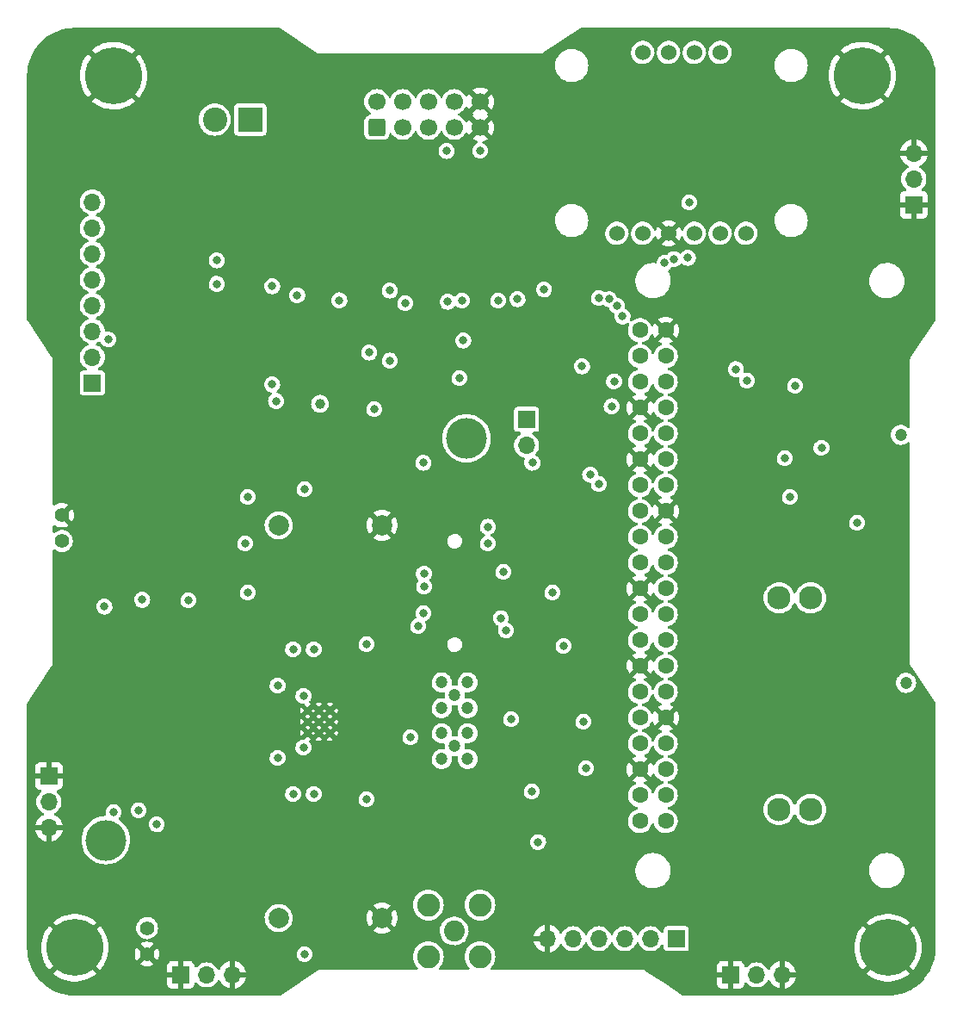
<source format=gbr>
%TF.GenerationSoftware,KiCad,Pcbnew,6.0.10*%
%TF.CreationDate,2022-12-29T09:18:26-05:00*%
%TF.ProjectId,piridium-bus,70697269-6469-4756-9d2d-6275732e6b69,rev?*%
%TF.SameCoordinates,Original*%
%TF.FileFunction,Copper,L3,Inr*%
%TF.FilePolarity,Positive*%
%FSLAX46Y46*%
G04 Gerber Fmt 4.6, Leading zero omitted, Abs format (unit mm)*
G04 Created by KiCad (PCBNEW 6.0.10) date 2022-12-29 09:18:26*
%MOMM*%
%LPD*%
G01*
G04 APERTURE LIST*
G04 Aperture macros list*
%AMRoundRect*
0 Rectangle with rounded corners*
0 $1 Rounding radius*
0 $2 $3 $4 $5 $6 $7 $8 $9 X,Y pos of 4 corners*
0 Add a 4 corners polygon primitive as box body*
4,1,4,$2,$3,$4,$5,$6,$7,$8,$9,$2,$3,0*
0 Add four circle primitives for the rounded corners*
1,1,$1+$1,$2,$3*
1,1,$1+$1,$4,$5*
1,1,$1+$1,$6,$7*
1,1,$1+$1,$8,$9*
0 Add four rect primitives between the rounded corners*
20,1,$1+$1,$2,$3,$4,$5,0*
20,1,$1+$1,$4,$5,$6,$7,0*
20,1,$1+$1,$6,$7,$8,$9,0*
20,1,$1+$1,$8,$9,$2,$3,0*%
G04 Aperture macros list end*
%TA.AperFunction,ComponentPad*%
%ADD10C,5.600000*%
%TD*%
%TA.AperFunction,ComponentPad*%
%ADD11C,1.524000*%
%TD*%
%TA.AperFunction,ComponentPad*%
%ADD12R,1.700000X1.700000*%
%TD*%
%TA.AperFunction,ComponentPad*%
%ADD13O,1.700000X1.700000*%
%TD*%
%TA.AperFunction,ComponentPad*%
%ADD14RoundRect,0.250000X0.600000X-0.600000X0.600000X0.600000X-0.600000X0.600000X-0.600000X-0.600000X0*%
%TD*%
%TA.AperFunction,ComponentPad*%
%ADD15C,1.700000*%
%TD*%
%TA.AperFunction,ComponentPad*%
%ADD16C,1.600000*%
%TD*%
%TA.AperFunction,ComponentPad*%
%ADD17R,2.400000X2.400000*%
%TD*%
%TA.AperFunction,ComponentPad*%
%ADD18C,2.400000*%
%TD*%
%TA.AperFunction,ComponentPad*%
%ADD19C,2.050000*%
%TD*%
%TA.AperFunction,ComponentPad*%
%ADD20C,2.250000*%
%TD*%
%TA.AperFunction,ComponentPad*%
%ADD21C,1.198880*%
%TD*%
%TA.AperFunction,ComponentPad*%
%ADD22C,4.000500*%
%TD*%
%TA.AperFunction,ComponentPad*%
%ADD23C,0.500000*%
%TD*%
%TA.AperFunction,ComponentPad*%
%ADD24C,2.000000*%
%TD*%
%TA.AperFunction,ComponentPad*%
%ADD25C,2.300000*%
%TD*%
%TA.AperFunction,ComponentPad*%
%ADD26C,1.400000*%
%TD*%
%TA.AperFunction,ViaPad*%
%ADD27C,0.800000*%
%TD*%
%TA.AperFunction,ViaPad*%
%ADD28C,1.000000*%
%TD*%
%TA.AperFunction,ViaPad*%
%ADD29C,1.200000*%
%TD*%
G04 APERTURE END LIST*
D10*
%TO.N,GND*%
%TO.C,MH1*%
X110490000Y-55880000D03*
%TD*%
%TO.N,GND*%
%TO.C,MH2*%
X184150000Y-55880000D03*
%TD*%
%TO.N,GND*%
%TO.C,MH3*%
X186690000Y-141610000D03*
%TD*%
%TO.N,GND*%
%TO.C,MH4*%
X106680000Y-141610000D03*
%TD*%
D11*
%TO.N,+3.3V*%
%TO.C,A2*%
X160020000Y-71374000D03*
%TO.N,unconnected-(A2-Pad2)*%
X162560000Y-71374000D03*
%TO.N,GND*%
X165100000Y-71374000D03*
%TO.N,I2C_SDA*%
X167640000Y-71374000D03*
%TO.N,I2C_SCL*%
X170180000Y-71374000D03*
%TO.N,unconnected-(A2-Pad6)*%
X172720000Y-71374000D03*
%TO.N,unconnected-(A2-Pad7)*%
X170180000Y-53594000D03*
%TO.N,unconnected-(A2-Pad8)*%
X167640000Y-53594000D03*
%TO.N,unconnected-(A2-Pad9)*%
X165100000Y-53594000D03*
%TO.N,unconnected-(A2-Pad10)*%
X162560000Y-53594000D03*
%TD*%
D12*
%TO.N,GND*%
%TO.C,J7*%
X189230000Y-68565000D03*
D13*
%TO.N,Net-(D3-Pad2)*%
X189230000Y-66025000D03*
%TO.N,GND*%
X189230000Y-63485000D03*
%TD*%
D12*
%TO.N,GND*%
%TO.C,J9*%
X117109000Y-144272000D03*
D13*
%TO.N,Net-(D7-Pad2)*%
X119649000Y-144272000D03*
%TO.N,GND*%
X122189000Y-144272000D03*
%TD*%
D12*
%TO.N,GND*%
%TO.C,J8*%
X104140000Y-124729000D03*
D13*
%TO.N,Net-(D6-Pad2)*%
X104140000Y-127269000D03*
%TO.N,GND*%
X104140000Y-129809000D03*
%TD*%
D14*
%TO.N,/PAYLOAD_PWR*%
%TO.C,J5*%
X136398000Y-60960000D03*
D15*
%TO.N,I2C_SCL*%
X136398000Y-58420000D03*
%TO.N,SPI_MOSI*%
X138938000Y-60960000D03*
%TO.N,I2C_SDA*%
X138938000Y-58420000D03*
%TO.N,SPI_MISO*%
X141478000Y-60960000D03*
%TO.N,GPIO19*%
X141478000Y-58420000D03*
%TO.N,SPI_SCK*%
X144018000Y-60960000D03*
%TO.N,SPI_CE1*%
X144018000Y-58420000D03*
%TO.N,GND*%
X146558000Y-60960000D03*
X146558000Y-58420000D03*
%TD*%
D12*
%TO.N,Net-(JP1-Pad1)*%
%TO.C,JP1*%
X151130000Y-89662000D03*
D13*
%TO.N,/EN*%
X151130000Y-92202000D03*
%TD*%
D16*
%TO.N,+3.3V*%
%TO.C,A1*%
X164823000Y-129159000D03*
%TO.N,+5V*%
X162283000Y-129159000D03*
%TO.N,I2C_SDA*%
X164823000Y-126619000D03*
%TO.N,+5V*%
X162283000Y-126619000D03*
%TO.N,I2C_SCL*%
X164823000Y-124079000D03*
%TO.N,GND*%
X162283000Y-124079000D03*
%TO.N,unconnected-(A1-Pad7)*%
X164823000Y-121539000D03*
%TO.N,UART_TX*%
X162283000Y-121539000D03*
%TO.N,GND*%
X164823000Y-118999000D03*
%TO.N,UART_RX*%
X162283000Y-118999000D03*
%TO.N,unconnected-(A1-Pad11)*%
X164823000Y-116459000D03*
%TO.N,unconnected-(A1-Pad12)*%
X162283000Y-116459000D03*
%TO.N,unconnected-(A1-Pad13)*%
X164823000Y-113919000D03*
%TO.N,GND*%
X162283000Y-113919000D03*
%TO.N,unconnected-(A1-Pad15)*%
X164823000Y-111379000D03*
%TO.N,unconnected-(A1-Pad16)*%
X162283000Y-111379000D03*
%TO.N,+3.3V*%
X164823000Y-108839000D03*
%TO.N,unconnected-(A1-Pad18)*%
X162283000Y-108839000D03*
%TO.N,SPI_MOSI*%
X164823000Y-106299000D03*
%TO.N,GND*%
X162283000Y-106299000D03*
%TO.N,SPI_MISO*%
X164823000Y-103759000D03*
%TO.N,unconnected-(A1-Pad22)*%
X162283000Y-103759000D03*
%TO.N,SPI_SCK*%
X164823000Y-101219000D03*
%TO.N,ADC_CS*%
X162283000Y-101219000D03*
%TO.N,GND*%
X164823000Y-98679000D03*
%TO.N,SPI_CE1*%
X162283000Y-98679000D03*
%TO.N,unconnected-(A1-Pad27)*%
X164823000Y-96139000D03*
%TO.N,unconnected-(A1-Pad28)*%
X162283000Y-96139000D03*
%TO.N,unconnected-(A1-Pad29)*%
X164823000Y-93599000D03*
%TO.N,GND*%
X162283000Y-93599000D03*
%TO.N,unconnected-(A1-Pad31)*%
X164823000Y-91059000D03*
%TO.N,S_NET_AVAIL*%
X162283000Y-91059000D03*
%TO.N,unconnected-(A1-Pad33)*%
X164823000Y-88519000D03*
%TO.N,GND*%
X162283000Y-88519000D03*
%TO.N,GPIO19*%
X164823000Y-85979000D03*
%TO.N,S_RING_INDICATOR*%
X162283000Y-85979000D03*
%TO.N,S_PAYLOAD_PWR*%
X164823000Y-83439000D03*
%TO.N,S_MODEM_ON_OFF*%
X162283000Y-83439000D03*
%TO.N,GND*%
X164823000Y-80899000D03*
%TO.N,S_HANDSHAKE*%
X162283000Y-80899000D03*
%TD*%
D17*
%TO.N,Net-(J1-Pad1)*%
%TO.C,J1*%
X123952000Y-60198000D03*
D18*
%TO.N,Net-(J1-Pad2)*%
X120452000Y-60198000D03*
%TD*%
D19*
%TO.N,Net-(A3-Pad21)*%
%TO.C,J4*%
X144018000Y-139954000D03*
D20*
%TO.N,GNDS*%
X146558000Y-137414000D03*
X141478000Y-142494000D03*
X146558000Y-142494000D03*
X141478000Y-137414000D03*
%TD*%
D12*
%TO.N,UART_RTS*%
%TO.C,J3*%
X165862000Y-140716000D03*
D13*
%TO.N,UART_RX*%
X163322000Y-140716000D03*
%TO.N,UART_TX*%
X160782000Y-140716000D03*
%TO.N,unconnected-(J3-Pad4)*%
X158242000Y-140716000D03*
%TO.N,UART_CTS*%
X155702000Y-140716000D03*
%TO.N,GND*%
X153162000Y-140716000D03*
%TD*%
D21*
%TO.N,Net-(A3-Pad21)*%
%TO.C,A3*%
X144047940Y-121783380D03*
%TO.N,GNDS*%
X142777940Y-120513380D03*
X145328100Y-123053380D03*
X145328100Y-120513380D03*
X142777940Y-123053380D03*
%TO.N,unconnected-(A3-Pad23)*%
X144047940Y-116782120D03*
%TO.N,unconnected-(A3-Pad24)*%
X142777940Y-115512120D03*
X145328100Y-115512120D03*
X142777940Y-118052120D03*
X145328100Y-118052120D03*
D22*
%TO.N,N/C*%
X109730000Y-131031520D03*
X145229040Y-91531980D03*
%TD*%
D12*
%TO.N,GND*%
%TO.C,J6*%
X171211000Y-144272000D03*
D13*
%TO.N,Net-(D2-Pad2)*%
X173751000Y-144272000D03*
%TO.N,GND*%
X176291000Y-144272000D03*
%TD*%
D23*
%TO.N,GND*%
%TO.C,U3*%
X129601500Y-119380000D03*
X130701500Y-119380000D03*
X129601500Y-118280000D03*
X131801500Y-118280000D03*
X130701500Y-120480000D03*
X130701500Y-118280000D03*
X131801500Y-119380000D03*
X131801500Y-120480000D03*
X129601500Y-120480000D03*
%TD*%
D24*
%TO.N,/5VP LCL/POWER_IN*%
%TO.C,TP4*%
X126746000Y-138684000D03*
%TD*%
D25*
%TO.N,Net-(BT1-Pad1)*%
%TO.C,BT1*%
X179070000Y-128016000D03*
X175970000Y-128016000D03*
X179070000Y-107216000D03*
X175970000Y-107216000D03*
%TD*%
D26*
%TO.N,GND*%
%TO.C,TP5*%
X105410000Y-99080000D03*
%TO.N,Net-(C23-Pad1)*%
X105410000Y-101620000D03*
%TD*%
D24*
%TO.N,GND*%
%TO.C,TP2*%
X136906000Y-100076000D03*
%TD*%
%TO.N,/5V LCL/POWER_IN*%
%TO.C,TP1*%
X126746000Y-100076000D03*
%TD*%
%TO.N,GND*%
%TO.C,TP3*%
X136906000Y-138684000D03*
%TD*%
D26*
%TO.N,GND*%
%TO.C,TP7*%
X113792000Y-142220000D03*
%TO.N,Net-(C28-Pad1)*%
X113792000Y-139680000D03*
%TD*%
D12*
%TO.N,/B1H*%
%TO.C,J2*%
X108401000Y-86091000D03*
D13*
%TO.N,/B1L*%
X108401000Y-83551000D03*
%TO.N,/B2H*%
X108401000Y-81011000D03*
%TO.N,/B2L*%
X108401000Y-78471000D03*
%TO.N,/A1H*%
X108401000Y-75931000D03*
%TO.N,/A1L*%
X108401000Y-73391000D03*
%TO.N,/A2H*%
X108401000Y-70851000D03*
%TO.N,/A2L*%
X108401000Y-68311000D03*
%TD*%
D27*
%TO.N,+3.3V*%
X143383000Y-78105000D03*
X126111000Y-76581000D03*
X158242000Y-77724000D03*
X139192000Y-78232000D03*
X123444000Y-101854000D03*
X158242000Y-96012000D03*
X123698000Y-97282000D03*
X152844500Y-76898500D03*
X126111000Y-86233000D03*
%TO.N,+5V*%
X183642000Y-99822000D03*
%TO.N,GND*%
X138938000Y-82296000D03*
X112268000Y-84582000D03*
X134366000Y-98044000D03*
X181864000Y-78232000D03*
X132842000Y-93980000D03*
X132334000Y-113792000D03*
X148082000Y-129794000D03*
X127356500Y-78561766D03*
X122494000Y-103820000D03*
D28*
X144028820Y-103388820D03*
D27*
X172212000Y-120904000D03*
X153670000Y-85852000D03*
X112395000Y-104013000D03*
X105410000Y-109220000D03*
X110461500Y-104026500D03*
X122682000Y-139700000D03*
X116840000Y-71882000D03*
X134366000Y-140716000D03*
X134935000Y-78806000D03*
X136694000Y-118467500D03*
X147828000Y-73152000D03*
X105918000Y-81280000D03*
X135128000Y-72898000D03*
X132334000Y-124968000D03*
X156972000Y-122428000D03*
X134366000Y-101600000D03*
X116840000Y-73152000D03*
X133350000Y-113792000D03*
X112268000Y-124714000D03*
X139192000Y-65786000D03*
X144018000Y-110490000D03*
X181610000Y-93218000D03*
X116840000Y-70612000D03*
X138176000Y-106730800D03*
X150876000Y-121412000D03*
X140970000Y-88900000D03*
X133350000Y-124968000D03*
X116840000Y-74422000D03*
X110236000Y-124714000D03*
X134366000Y-138938000D03*
X149606000Y-84836000D03*
X107950000Y-124714000D03*
X184404000Y-102362000D03*
X171958000Y-94234000D03*
X133882753Y-86841597D03*
X184584070Y-89712234D03*
X185928000Y-98552000D03*
X151972740Y-110917260D03*
X134366000Y-99822000D03*
X160782000Y-114554000D03*
X132842000Y-114808000D03*
X181153000Y-119521000D03*
X134366000Y-137160000D03*
X155416000Y-79026000D03*
X174752000Y-102616000D03*
X108458000Y-104013000D03*
X132842000Y-123952000D03*
X157988000Y-106172000D03*
%TO.N,UART_TX*%
X153670000Y-106680000D03*
X148844000Y-104648000D03*
%TO.N,UART_RX*%
X140970000Y-108712000D03*
X154766444Y-111933556D03*
%TO.N,SPI_MOSI*%
X146558000Y-63246000D03*
X167005000Y-73787000D03*
X160579017Y-79552204D03*
%TO.N,SPI_MISO*%
X165637687Y-73901277D03*
X160018116Y-78486000D03*
%TO.N,SPI_SCK*%
X164719000Y-74295000D03*
X159234176Y-77844798D03*
%TO.N,SPI_CE1*%
X143253380Y-63281955D03*
%TO.N,ADC_CS*%
X156591000Y-84455000D03*
X157388500Y-95088581D03*
%TO.N,S_RING_INDICATOR*%
X147320000Y-101854000D03*
X147320000Y-100221260D03*
%TO.N,S_MODEM_ON_OFF*%
X140462000Y-109982000D03*
%TO.N,S_HANDSHAKE*%
X136144000Y-88646000D03*
%TO.N,+5VP*%
X156972000Y-123952000D03*
%TO.N,UART_CTS*%
X149098000Y-110417000D03*
X141050740Y-106091260D03*
%TO.N,Net-(A3-Pad13)*%
X141027150Y-104821260D03*
X148600890Y-109209110D03*
D28*
%TO.N,+BATT*%
X130810000Y-88138000D03*
D27*
%TO.N,+3.3VA*%
X159738000Y-85930997D03*
X177038000Y-97282000D03*
X180144319Y-92456000D03*
X171732000Y-84725000D03*
X151692429Y-93933000D03*
X151638000Y-126238000D03*
X140970000Y-93933000D03*
%TO.N,Net-(C3-Pad1)*%
X120645837Y-74035513D03*
X120650000Y-76342000D03*
%TO.N,/5V LCL/POWER_IN*%
X129286000Y-96520000D03*
X135382000Y-111760000D03*
X172821000Y-85852000D03*
X159502500Y-88373500D03*
%TO.N,/5VP LCL/POWER_IN*%
X129286000Y-142240000D03*
X135382000Y-127000000D03*
%TO.N,Net-(Q10-Pad4)*%
X176530000Y-93472000D03*
X177546000Y-86360000D03*
%TO.N,/V_IN_A*%
X148336000Y-77978000D03*
X167132000Y-68326000D03*
%TO.N,/V_IN_B*%
X144526000Y-85598000D03*
D29*
%TO.N,Net-(C23-Pad1)*%
X188468000Y-115570000D03*
D27*
X113318000Y-107408000D03*
D29*
X187960000Y-91186000D03*
D27*
X139700000Y-120904000D03*
X149606000Y-119126000D03*
X117856000Y-107442000D03*
X109600000Y-108078000D03*
%TO.N,Net-(C8-Pad2)*%
X128161500Y-112268000D03*
X129177500Y-116840000D03*
X130193500Y-112268000D03*
X126637500Y-115824000D03*
%TO.N,/CHARGE_OUT*%
X128571234Y-77454266D03*
X126478106Y-87851000D03*
%TO.N,/I_OUT_A*%
X144780000Y-77978000D03*
%TO.N,/I_OUT_B*%
X123698000Y-106680000D03*
%TO.N,Net-(Q12-Pad1)*%
X152262501Y-131223591D03*
%TO.N,Net-(Q12-Pad3)*%
X156718000Y-119380000D03*
%TO.N,Net-(C9-Pad2)*%
X130193500Y-126492000D03*
X129177500Y-121920000D03*
X126637500Y-122936000D03*
X128161500Y-126492000D03*
%TO.N,Net-(C28-Pad1)*%
X112955500Y-128090500D03*
X110490000Y-128270000D03*
X114742000Y-129474000D03*
%TO.N,/B2L*%
X109982000Y-81801000D03*
%TO.N,TELEM_VBATV*%
X144907000Y-81915000D03*
%TO.N,TELEM_IBAT*%
X132717500Y-77952500D03*
X135636000Y-83088500D03*
%TO.N,TELEM_IPAYLOAD*%
X137668000Y-83878500D03*
X137668000Y-77002500D03*
%TO.N,Net-(U7-Pad2)*%
X150241000Y-77851000D03*
%TD*%
%TA.AperFunction,Conductor*%
%TO.N,GND*%
G36*
X126916234Y-51202662D02*
G01*
X130581294Y-53646035D01*
X130589409Y-53651924D01*
X130615489Y-53672485D01*
X130615491Y-53672486D01*
X130623670Y-53678934D01*
X130633497Y-53682385D01*
X130633499Y-53682386D01*
X130663139Y-53692794D01*
X130673121Y-53696785D01*
X130711265Y-53713960D01*
X130721635Y-53714929D01*
X130729065Y-53716891D01*
X130736019Y-53718388D01*
X130743502Y-53721016D01*
X130749091Y-53721500D01*
X130786057Y-53721500D01*
X130797783Y-53722047D01*
X130827351Y-53724811D01*
X130827352Y-53724811D01*
X130837720Y-53725780D01*
X130847843Y-53723339D01*
X130858232Y-53722592D01*
X130858258Y-53722949D01*
X130870446Y-53721500D01*
X152506469Y-53721500D01*
X152516486Y-53721899D01*
X152559971Y-53725367D01*
X152570058Y-53722788D01*
X152570062Y-53722788D01*
X152600503Y-53715006D01*
X152611021Y-53712790D01*
X152617826Y-53711657D01*
X152652283Y-53705922D01*
X152661446Y-53700978D01*
X152668704Y-53698493D01*
X152675333Y-53695876D01*
X152683020Y-53693911D01*
X152687939Y-53691213D01*
X152690203Y-53689703D01*
X152690214Y-53689697D01*
X152718692Y-53670712D01*
X152728750Y-53664664D01*
X152754887Y-53650561D01*
X152754891Y-53650558D01*
X152764057Y-53645612D01*
X152771128Y-53637962D01*
X152779353Y-53631582D01*
X152779573Y-53631865D01*
X152788914Y-53623896D01*
X156420766Y-51202662D01*
X156490658Y-51181500D01*
X186650060Y-51181500D01*
X186669771Y-51183051D01*
X186680207Y-51184704D01*
X186680208Y-51184704D01*
X186690000Y-51186255D01*
X186699794Y-51184704D01*
X186699795Y-51184704D01*
X186701001Y-51184513D01*
X186726205Y-51183081D01*
X187094006Y-51199139D01*
X187104954Y-51200097D01*
X187500443Y-51252164D01*
X187511247Y-51254070D01*
X187900696Y-51340409D01*
X187911306Y-51343252D01*
X188291739Y-51463201D01*
X188302052Y-51466954D01*
X188670605Y-51619614D01*
X188680549Y-51624252D01*
X189034367Y-51808438D01*
X189043887Y-51813934D01*
X189380304Y-52028255D01*
X189389308Y-52034559D01*
X189705782Y-52277397D01*
X189714186Y-52284449D01*
X189861240Y-52419200D01*
X190008285Y-52553943D01*
X190016057Y-52561715D01*
X190131018Y-52687172D01*
X190285551Y-52855814D01*
X190292603Y-52864218D01*
X190388609Y-52989336D01*
X190535441Y-53180692D01*
X190541745Y-53189696D01*
X190756066Y-53526113D01*
X190761561Y-53535632D01*
X190940757Y-53879862D01*
X190945744Y-53889442D01*
X190950386Y-53899395D01*
X191103043Y-54267940D01*
X191106799Y-54278261D01*
X191189459Y-54540426D01*
X191226748Y-54658693D01*
X191229591Y-54669304D01*
X191315930Y-55058753D01*
X191317837Y-55069565D01*
X191369903Y-55465045D01*
X191370861Y-55475994D01*
X191386304Y-55829696D01*
X191386919Y-55843791D01*
X191385487Y-55868999D01*
X191383745Y-55880000D01*
X191385296Y-55889792D01*
X191385296Y-55889793D01*
X191386949Y-55900229D01*
X191388500Y-55919940D01*
X191388500Y-79856342D01*
X191367338Y-79926234D01*
X188923965Y-83591294D01*
X188918076Y-83599409D01*
X188897515Y-83625489D01*
X188897514Y-83625491D01*
X188891066Y-83633670D01*
X188887615Y-83643497D01*
X188887614Y-83643499D01*
X188877206Y-83673139D01*
X188873215Y-83683121D01*
X188856040Y-83721265D01*
X188855071Y-83731635D01*
X188853109Y-83739065D01*
X188851612Y-83746019D01*
X188848984Y-83753502D01*
X188848500Y-83759091D01*
X188848500Y-83796057D01*
X188847953Y-83807783D01*
X188845361Y-83835517D01*
X188844220Y-83847720D01*
X188846661Y-83857843D01*
X188847408Y-83868232D01*
X188847051Y-83868258D01*
X188848500Y-83880446D01*
X188848500Y-90379387D01*
X188828498Y-90447508D01*
X188774842Y-90494001D01*
X188704568Y-90504105D01*
X188642185Y-90476472D01*
X188516250Y-90372290D01*
X188511503Y-90368363D01*
X188397682Y-90306819D01*
X188347612Y-90279746D01*
X188347609Y-90279745D01*
X188342187Y-90276813D01*
X188245104Y-90246761D01*
X188164200Y-90221717D01*
X188164197Y-90221716D01*
X188158313Y-90219895D01*
X188152188Y-90219251D01*
X188152187Y-90219251D01*
X187973013Y-90200419D01*
X187973012Y-90200419D01*
X187966885Y-90199775D01*
X187847814Y-90210611D01*
X187781336Y-90216661D01*
X187781335Y-90216661D01*
X187775195Y-90217220D01*
X187769281Y-90218961D01*
X187769279Y-90218961D01*
X187703171Y-90238418D01*
X187590545Y-90271566D01*
X187585080Y-90274423D01*
X187462416Y-90338550D01*
X187419966Y-90360742D01*
X187269958Y-90481352D01*
X187146233Y-90628802D01*
X187143269Y-90634194D01*
X187143266Y-90634198D01*
X187082623Y-90744508D01*
X187053504Y-90797475D01*
X187051643Y-90803342D01*
X187051642Y-90803344D01*
X187017712Y-90910305D01*
X186995303Y-90980947D01*
X186973847Y-91172230D01*
X186974363Y-91178373D01*
X186988059Y-91341466D01*
X186989954Y-91364037D01*
X186991653Y-91369962D01*
X187039307Y-91536150D01*
X187043009Y-91549062D01*
X187045824Y-91554539D01*
X187045825Y-91554542D01*
X187128177Y-91714782D01*
X187130992Y-91720259D01*
X187134815Y-91725083D01*
X187134818Y-91725087D01*
X187228350Y-91843094D01*
X187250552Y-91871106D01*
X187255246Y-91875101D01*
X187387120Y-91987335D01*
X187397134Y-91995858D01*
X187565156Y-92089762D01*
X187748217Y-92149242D01*
X187939346Y-92172033D01*
X187945481Y-92171561D01*
X187945483Y-92171561D01*
X188125118Y-92157739D01*
X188125122Y-92157738D01*
X188131260Y-92157266D01*
X188218505Y-92132907D01*
X188310708Y-92107163D01*
X188310712Y-92107162D01*
X188316652Y-92105503D01*
X188459817Y-92033186D01*
X188482958Y-92021497D01*
X188482960Y-92021496D01*
X188488459Y-92018718D01*
X188640137Y-91900214D01*
X188640777Y-91901034D01*
X188698739Y-91871203D01*
X188769410Y-91878000D01*
X188825187Y-91921925D01*
X188848500Y-91994942D01*
X188848500Y-113649469D01*
X188848101Y-113659486D01*
X188844633Y-113702971D01*
X188847212Y-113713058D01*
X188847212Y-113713062D01*
X188854994Y-113743503D01*
X188857210Y-113754021D01*
X188864078Y-113795283D01*
X188869022Y-113804446D01*
X188871507Y-113811704D01*
X188874124Y-113818333D01*
X188876089Y-113826020D01*
X188878787Y-113830939D01*
X188880297Y-113833203D01*
X188880303Y-113833214D01*
X188899288Y-113861692D01*
X188905336Y-113871750D01*
X188919439Y-113897887D01*
X188919442Y-113897891D01*
X188924388Y-113907057D01*
X188932038Y-113914128D01*
X188938418Y-113922353D01*
X188938135Y-113922573D01*
X188946104Y-113931914D01*
X191367338Y-117563766D01*
X191388500Y-117633658D01*
X191388500Y-141570060D01*
X191386949Y-141589771D01*
X191383745Y-141610000D01*
X191385296Y-141619794D01*
X191385296Y-141619795D01*
X191385487Y-141621001D01*
X191386919Y-141646205D01*
X191371729Y-141994118D01*
X191370861Y-142014005D01*
X191369903Y-142024954D01*
X191327474Y-142347237D01*
X191317837Y-142420435D01*
X191315930Y-142431247D01*
X191245181Y-142750376D01*
X191229593Y-142820690D01*
X191226748Y-142831306D01*
X191110788Y-143199090D01*
X191106802Y-143211731D01*
X191103046Y-143222052D01*
X190962786Y-143560670D01*
X190950390Y-143590596D01*
X190945748Y-143600549D01*
X190816312Y-143849193D01*
X190761562Y-143954367D01*
X190756066Y-143963887D01*
X190541745Y-144300304D01*
X190535441Y-144309308D01*
X190292603Y-144625782D01*
X190285551Y-144634186D01*
X190231620Y-144693041D01*
X190016057Y-144928285D01*
X190008285Y-144936057D01*
X189972135Y-144969183D01*
X189714186Y-145205551D01*
X189705782Y-145212603D01*
X189571303Y-145315792D01*
X189389308Y-145455441D01*
X189380304Y-145461745D01*
X189192202Y-145581579D01*
X189125450Y-145624105D01*
X189043887Y-145676066D01*
X189034368Y-145681561D01*
X188680549Y-145865748D01*
X188670605Y-145870386D01*
X188302052Y-146023046D01*
X188291739Y-146026799D01*
X187911307Y-146146748D01*
X187900696Y-146149591D01*
X187511247Y-146235930D01*
X187500443Y-146237836D01*
X187124438Y-146287338D01*
X187104955Y-146289903D01*
X187094006Y-146290861D01*
X186726205Y-146306919D01*
X186701001Y-146305487D01*
X186699795Y-146305296D01*
X186699794Y-146305296D01*
X186690000Y-146303745D01*
X186680208Y-146305296D01*
X186680207Y-146305296D01*
X186669771Y-146306949D01*
X186650060Y-146308500D01*
X166523658Y-146308500D01*
X166453766Y-146287338D01*
X164772762Y-145166669D01*
X169853001Y-145166669D01*
X169853371Y-145173490D01*
X169858895Y-145224352D01*
X169862521Y-145239604D01*
X169907676Y-145360054D01*
X169916214Y-145375649D01*
X169992715Y-145477724D01*
X170005276Y-145490285D01*
X170107351Y-145566786D01*
X170122946Y-145575324D01*
X170243394Y-145620478D01*
X170258649Y-145624105D01*
X170309514Y-145629631D01*
X170316328Y-145630000D01*
X170938885Y-145630000D01*
X170954124Y-145625525D01*
X170955329Y-145624135D01*
X170957000Y-145616452D01*
X170957000Y-145611884D01*
X171465000Y-145611884D01*
X171469475Y-145627123D01*
X171470865Y-145628328D01*
X171478548Y-145629999D01*
X172105669Y-145629999D01*
X172112490Y-145629629D01*
X172163352Y-145624105D01*
X172178604Y-145620479D01*
X172299054Y-145575324D01*
X172314649Y-145566786D01*
X172416724Y-145490285D01*
X172429285Y-145477724D01*
X172505786Y-145375649D01*
X172514324Y-145360054D01*
X172559478Y-145239606D01*
X172563105Y-145224351D01*
X172568631Y-145173486D01*
X172569000Y-145166672D01*
X172569000Y-145130605D01*
X172589002Y-145062484D01*
X172642658Y-145015991D01*
X172712932Y-145005887D01*
X172777512Y-145035381D01*
X172798212Y-145058333D01*
X172804013Y-145066617D01*
X172956383Y-145218987D01*
X172960891Y-145222144D01*
X172960894Y-145222146D01*
X173094635Y-145315792D01*
X173132898Y-145342584D01*
X173137880Y-145344907D01*
X173137885Y-145344910D01*
X173323211Y-145431329D01*
X173328193Y-145433652D01*
X173333501Y-145435074D01*
X173333503Y-145435075D01*
X173531020Y-145487999D01*
X173531022Y-145487999D01*
X173536335Y-145489423D01*
X173751000Y-145508204D01*
X173965665Y-145489423D01*
X173970978Y-145487999D01*
X173970980Y-145487999D01*
X174168497Y-145435075D01*
X174168499Y-145435074D01*
X174173807Y-145433652D01*
X174178789Y-145431329D01*
X174364115Y-145344910D01*
X174364120Y-145344907D01*
X174369102Y-145342584D01*
X174407365Y-145315792D01*
X174541106Y-145222146D01*
X174541109Y-145222144D01*
X174545617Y-145218987D01*
X174697987Y-145066617D01*
X174760024Y-144978020D01*
X174818427Y-144894611D01*
X174818428Y-144894609D01*
X174821584Y-144890102D01*
X174823907Y-144885120D01*
X174823910Y-144885115D01*
X174835521Y-144860214D01*
X174882438Y-144806929D01*
X174950716Y-144787468D01*
X175018675Y-144808010D01*
X175066459Y-144866061D01*
X175072768Y-144881599D01*
X175077413Y-144890794D01*
X175188694Y-145072388D01*
X175194777Y-145080699D01*
X175334213Y-145241667D01*
X175341580Y-145248883D01*
X175505434Y-145384916D01*
X175513881Y-145390831D01*
X175697756Y-145498279D01*
X175707042Y-145502729D01*
X175906001Y-145578703D01*
X175915899Y-145581579D01*
X176019250Y-145602606D01*
X176033299Y-145601410D01*
X176037000Y-145591065D01*
X176037000Y-145590517D01*
X176545000Y-145590517D01*
X176549064Y-145604359D01*
X176562478Y-145606393D01*
X176569184Y-145605534D01*
X176579262Y-145603392D01*
X176783255Y-145542191D01*
X176792842Y-145538433D01*
X176984095Y-145444739D01*
X176992945Y-145439464D01*
X177166328Y-145315792D01*
X177174200Y-145309139D01*
X177325052Y-145158812D01*
X177331730Y-145150965D01*
X177456003Y-144978020D01*
X177461313Y-144969183D01*
X177555670Y-144778267D01*
X177559469Y-144768672D01*
X177621377Y-144564910D01*
X177623555Y-144554837D01*
X177624986Y-144543962D01*
X177622775Y-144529778D01*
X177609617Y-144526000D01*
X176563115Y-144526000D01*
X176547876Y-144530475D01*
X176546671Y-144531865D01*
X176545000Y-144539548D01*
X176545000Y-145590517D01*
X176037000Y-145590517D01*
X176037000Y-144126381D01*
X184539160Y-144126381D01*
X184539237Y-144127470D01*
X184541698Y-144131206D01*
X184815632Y-144341404D01*
X184821262Y-144345259D01*
X185121591Y-144527862D01*
X185127593Y-144531080D01*
X185445897Y-144680184D01*
X185452202Y-144682732D01*
X185784743Y-144796587D01*
X185791313Y-144798446D01*
X186134183Y-144875714D01*
X186140912Y-144876853D01*
X186490143Y-144916643D01*
X186496933Y-144917046D01*
X186848419Y-144918886D01*
X186855220Y-144918554D01*
X187204853Y-144882423D01*
X187211581Y-144881357D01*
X187555274Y-144807676D01*
X187561822Y-144805897D01*
X187895549Y-144695527D01*
X187901891Y-144693041D01*
X188221718Y-144547288D01*
X188227777Y-144544121D01*
X188529995Y-144364676D01*
X188535659Y-144360884D01*
X188816732Y-144149849D01*
X188821958Y-144145464D01*
X188831613Y-144136428D01*
X188839682Y-144122750D01*
X188839654Y-144122024D01*
X188834512Y-144113723D01*
X186702810Y-141982020D01*
X186688869Y-141974408D01*
X186687034Y-141974539D01*
X186680420Y-141978790D01*
X184546774Y-144112437D01*
X184539160Y-144126381D01*
X176037000Y-144126381D01*
X176037000Y-143999885D01*
X176545000Y-143999885D01*
X176549475Y-144015124D01*
X176550865Y-144016329D01*
X176558548Y-144018000D01*
X177609344Y-144018000D01*
X177622875Y-144014027D01*
X177624180Y-144004947D01*
X177582214Y-143837875D01*
X177578894Y-143828124D01*
X177493972Y-143632814D01*
X177489105Y-143623739D01*
X177373426Y-143444926D01*
X177367136Y-143436757D01*
X177223806Y-143279240D01*
X177216273Y-143272215D01*
X177049139Y-143140222D01*
X177040552Y-143134517D01*
X176854117Y-143031599D01*
X176844705Y-143027369D01*
X176643959Y-142956280D01*
X176633988Y-142953646D01*
X176562837Y-142940972D01*
X176549540Y-142942432D01*
X176545000Y-142956989D01*
X176545000Y-143999885D01*
X176037000Y-143999885D01*
X176037000Y-142955102D01*
X176033082Y-142941758D01*
X176018806Y-142939771D01*
X175980324Y-142945660D01*
X175970288Y-142948051D01*
X175767868Y-143014212D01*
X175758359Y-143018209D01*
X175569463Y-143116542D01*
X175560738Y-143122036D01*
X175390433Y-143249905D01*
X175382726Y-143256748D01*
X175235590Y-143410717D01*
X175229104Y-143418727D01*
X175109098Y-143594649D01*
X175103996Y-143603629D01*
X175065445Y-143686680D01*
X175018621Y-143740047D01*
X174950378Y-143759627D01*
X174882382Y-143739203D01*
X174836963Y-143686878D01*
X174823912Y-143658889D01*
X174823909Y-143658883D01*
X174821584Y-143653898D01*
X174801047Y-143624568D01*
X174701146Y-143481894D01*
X174701144Y-143481891D01*
X174697987Y-143477383D01*
X174545617Y-143325013D01*
X174541109Y-143321856D01*
X174541106Y-143321854D01*
X174373611Y-143204573D01*
X174373609Y-143204572D01*
X174369102Y-143201416D01*
X174364120Y-143199093D01*
X174364115Y-143199090D01*
X174178789Y-143112671D01*
X174178787Y-143112670D01*
X174173807Y-143110348D01*
X174168499Y-143108926D01*
X174168497Y-143108925D01*
X173970980Y-143056001D01*
X173970978Y-143056001D01*
X173965665Y-143054577D01*
X173751000Y-143035796D01*
X173536335Y-143054577D01*
X173531022Y-143056001D01*
X173531020Y-143056001D01*
X173333503Y-143108925D01*
X173333501Y-143108926D01*
X173328193Y-143110348D01*
X173323213Y-143112670D01*
X173323211Y-143112671D01*
X173137885Y-143199090D01*
X173137880Y-143199093D01*
X173132898Y-143201416D01*
X173128391Y-143204572D01*
X173128389Y-143204573D01*
X172960894Y-143321854D01*
X172960891Y-143321856D01*
X172956383Y-143325013D01*
X172804013Y-143477383D01*
X172800853Y-143481896D01*
X172798213Y-143485666D01*
X172742757Y-143529995D01*
X172672138Y-143537306D01*
X172608777Y-143505276D01*
X172572791Y-143444075D01*
X172568999Y-143413397D01*
X172568999Y-143377331D01*
X172568629Y-143370510D01*
X172563105Y-143319648D01*
X172559479Y-143304396D01*
X172514324Y-143183946D01*
X172505786Y-143168351D01*
X172429285Y-143066276D01*
X172416724Y-143053715D01*
X172314649Y-142977214D01*
X172299054Y-142968676D01*
X172178606Y-142923522D01*
X172163351Y-142919895D01*
X172112486Y-142914369D01*
X172105672Y-142914000D01*
X171483115Y-142914000D01*
X171467876Y-142918475D01*
X171466671Y-142919865D01*
X171465000Y-142927548D01*
X171465000Y-145611884D01*
X170957000Y-145611884D01*
X170957000Y-144544115D01*
X170952525Y-144528876D01*
X170951135Y-144527671D01*
X170943452Y-144526000D01*
X169871116Y-144526000D01*
X169855877Y-144530475D01*
X169854672Y-144531865D01*
X169853001Y-144539548D01*
X169853001Y-145166669D01*
X164772762Y-145166669D01*
X163022586Y-143999885D01*
X169853000Y-143999885D01*
X169857475Y-144015124D01*
X169858865Y-144016329D01*
X169866548Y-144018000D01*
X170938885Y-144018000D01*
X170954124Y-144013525D01*
X170955329Y-144012135D01*
X170957000Y-144004452D01*
X170957000Y-142932116D01*
X170952525Y-142916877D01*
X170951135Y-142915672D01*
X170943452Y-142914001D01*
X170316331Y-142914001D01*
X170309510Y-142914371D01*
X170258648Y-142919895D01*
X170243396Y-142923521D01*
X170122946Y-142968676D01*
X170107351Y-142977214D01*
X170005276Y-143053715D01*
X169992715Y-143066276D01*
X169916214Y-143168351D01*
X169907676Y-143183946D01*
X169862522Y-143304394D01*
X169858895Y-143319649D01*
X169853369Y-143370514D01*
X169853000Y-143377328D01*
X169853000Y-143999885D01*
X163022586Y-143999885D01*
X162788706Y-143843965D01*
X162780591Y-143838076D01*
X162754511Y-143817515D01*
X162754509Y-143817514D01*
X162746330Y-143811066D01*
X162736503Y-143807615D01*
X162736501Y-143807614D01*
X162706861Y-143797206D01*
X162696877Y-143793214D01*
X162658735Y-143776040D01*
X162648365Y-143775071D01*
X162640935Y-143773109D01*
X162633981Y-143771612D01*
X162626498Y-143768984D01*
X162620909Y-143768500D01*
X162583943Y-143768500D01*
X162572217Y-143767953D01*
X162542649Y-143765189D01*
X162542648Y-143765189D01*
X162532280Y-143764220D01*
X162522157Y-143766661D01*
X162511768Y-143767408D01*
X162511742Y-143767051D01*
X162499554Y-143768500D01*
X147723968Y-143768500D01*
X147655847Y-143748498D01*
X147609354Y-143694842D01*
X147599250Y-143624568D01*
X147628157Y-143560670D01*
X147777337Y-143386002D01*
X147777340Y-143385998D01*
X147780553Y-143382236D01*
X147904452Y-143180051D01*
X147909299Y-143168351D01*
X147993303Y-142965547D01*
X147993304Y-142965545D01*
X147995197Y-142960974D01*
X148017128Y-142869623D01*
X148049398Y-142735210D01*
X148049399Y-142735204D01*
X148050553Y-142730397D01*
X148069158Y-142494000D01*
X148050553Y-142257603D01*
X148047279Y-142243962D01*
X148004497Y-142065764D01*
X147995197Y-142027026D01*
X147973402Y-141974408D01*
X147906347Y-141812523D01*
X147906345Y-141812519D01*
X147904452Y-141807949D01*
X147780553Y-141605764D01*
X147626550Y-141425450D01*
X147446236Y-141271447D01*
X147244051Y-141147548D01*
X147239481Y-141145655D01*
X147239477Y-141145653D01*
X147029547Y-141058697D01*
X147029545Y-141058696D01*
X147024974Y-141056803D01*
X146933986Y-141034959D01*
X146799210Y-141002602D01*
X146799204Y-141002601D01*
X146794397Y-141001447D01*
X146572282Y-140983966D01*
X151830257Y-140983966D01*
X151860565Y-141118446D01*
X151863645Y-141128275D01*
X151943770Y-141325603D01*
X151948413Y-141334794D01*
X152059694Y-141516388D01*
X152065777Y-141524699D01*
X152205213Y-141685667D01*
X152212580Y-141692883D01*
X152376434Y-141828916D01*
X152384881Y-141834831D01*
X152568756Y-141942279D01*
X152578042Y-141946729D01*
X152777001Y-142022703D01*
X152786899Y-142025579D01*
X152890250Y-142046606D01*
X152904299Y-142045410D01*
X152908000Y-142035065D01*
X152908000Y-142034517D01*
X153416000Y-142034517D01*
X153420064Y-142048359D01*
X153433478Y-142050393D01*
X153440184Y-142049534D01*
X153450262Y-142047392D01*
X153654255Y-141986191D01*
X153663842Y-141982433D01*
X153855095Y-141888739D01*
X153863945Y-141883464D01*
X154037328Y-141759792D01*
X154045200Y-141753139D01*
X154196052Y-141602812D01*
X154202730Y-141594965D01*
X154327003Y-141422020D01*
X154332313Y-141413183D01*
X154388927Y-141298635D01*
X154437041Y-141246428D01*
X154505742Y-141228521D01*
X154573219Y-141250600D01*
X154616079Y-141301212D01*
X154629090Y-141329115D01*
X154629093Y-141329120D01*
X154631416Y-141334102D01*
X154634570Y-141338606D01*
X154634573Y-141338611D01*
X154729493Y-141474170D01*
X154755013Y-141510617D01*
X154907383Y-141662987D01*
X154911891Y-141666144D01*
X154911894Y-141666146D01*
X155077070Y-141781803D01*
X155083898Y-141786584D01*
X155088880Y-141788907D01*
X155088885Y-141788910D01*
X155270336Y-141873522D01*
X155279193Y-141877652D01*
X155284501Y-141879074D01*
X155284503Y-141879075D01*
X155482020Y-141931999D01*
X155482022Y-141931999D01*
X155487335Y-141933423D01*
X155702000Y-141952204D01*
X155916665Y-141933423D01*
X155921978Y-141931999D01*
X155921980Y-141931999D01*
X156119497Y-141879075D01*
X156119499Y-141879074D01*
X156124807Y-141877652D01*
X156133664Y-141873522D01*
X156315115Y-141788910D01*
X156315120Y-141788907D01*
X156320102Y-141786584D01*
X156326930Y-141781803D01*
X156492106Y-141666146D01*
X156492109Y-141666144D01*
X156496617Y-141662987D01*
X156648987Y-141510617D01*
X156674508Y-141474170D01*
X156769427Y-141338611D01*
X156769430Y-141338606D01*
X156772584Y-141334102D01*
X156774907Y-141329120D01*
X156774910Y-141329115D01*
X156857805Y-141151346D01*
X156904723Y-141098061D01*
X156973000Y-141078600D01*
X157040960Y-141099142D01*
X157086195Y-141151346D01*
X157169090Y-141329115D01*
X157169093Y-141329120D01*
X157171416Y-141334102D01*
X157174570Y-141338606D01*
X157174573Y-141338611D01*
X157269493Y-141474170D01*
X157295013Y-141510617D01*
X157447383Y-141662987D01*
X157451891Y-141666144D01*
X157451894Y-141666146D01*
X157617070Y-141781803D01*
X157623898Y-141786584D01*
X157628880Y-141788907D01*
X157628885Y-141788910D01*
X157810336Y-141873522D01*
X157819193Y-141877652D01*
X157824501Y-141879074D01*
X157824503Y-141879075D01*
X158022020Y-141931999D01*
X158022022Y-141931999D01*
X158027335Y-141933423D01*
X158242000Y-141952204D01*
X158456665Y-141933423D01*
X158461978Y-141931999D01*
X158461980Y-141931999D01*
X158659497Y-141879075D01*
X158659499Y-141879074D01*
X158664807Y-141877652D01*
X158673664Y-141873522D01*
X158855115Y-141788910D01*
X158855120Y-141788907D01*
X158860102Y-141786584D01*
X158866930Y-141781803D01*
X159032106Y-141666146D01*
X159032109Y-141666144D01*
X159036617Y-141662987D01*
X159188987Y-141510617D01*
X159214508Y-141474170D01*
X159309427Y-141338611D01*
X159309430Y-141338606D01*
X159312584Y-141334102D01*
X159314907Y-141329120D01*
X159314910Y-141329115D01*
X159397805Y-141151346D01*
X159444723Y-141098061D01*
X159513000Y-141078600D01*
X159580960Y-141099142D01*
X159626195Y-141151346D01*
X159709090Y-141329115D01*
X159709093Y-141329120D01*
X159711416Y-141334102D01*
X159714570Y-141338606D01*
X159714573Y-141338611D01*
X159809493Y-141474170D01*
X159835013Y-141510617D01*
X159987383Y-141662987D01*
X159991891Y-141666144D01*
X159991894Y-141666146D01*
X160157070Y-141781803D01*
X160163898Y-141786584D01*
X160168880Y-141788907D01*
X160168885Y-141788910D01*
X160350336Y-141873522D01*
X160359193Y-141877652D01*
X160364501Y-141879074D01*
X160364503Y-141879075D01*
X160562020Y-141931999D01*
X160562022Y-141931999D01*
X160567335Y-141933423D01*
X160782000Y-141952204D01*
X160996665Y-141933423D01*
X161001978Y-141931999D01*
X161001980Y-141931999D01*
X161199497Y-141879075D01*
X161199499Y-141879074D01*
X161204807Y-141877652D01*
X161213664Y-141873522D01*
X161395115Y-141788910D01*
X161395120Y-141788907D01*
X161400102Y-141786584D01*
X161406930Y-141781803D01*
X161572106Y-141666146D01*
X161572109Y-141666144D01*
X161576617Y-141662987D01*
X161728987Y-141510617D01*
X161754508Y-141474170D01*
X161849427Y-141338611D01*
X161849430Y-141338606D01*
X161852584Y-141334102D01*
X161854907Y-141329120D01*
X161854910Y-141329115D01*
X161937805Y-141151346D01*
X161984723Y-141098061D01*
X162053000Y-141078600D01*
X162120960Y-141099142D01*
X162166195Y-141151346D01*
X162249090Y-141329115D01*
X162249093Y-141329120D01*
X162251416Y-141334102D01*
X162254570Y-141338606D01*
X162254573Y-141338611D01*
X162349493Y-141474170D01*
X162375013Y-141510617D01*
X162527383Y-141662987D01*
X162531891Y-141666144D01*
X162531894Y-141666146D01*
X162697070Y-141781803D01*
X162703898Y-141786584D01*
X162708880Y-141788907D01*
X162708885Y-141788910D01*
X162890336Y-141873522D01*
X162899193Y-141877652D01*
X162904501Y-141879074D01*
X162904503Y-141879075D01*
X163102020Y-141931999D01*
X163102022Y-141931999D01*
X163107335Y-141933423D01*
X163322000Y-141952204D01*
X163536665Y-141933423D01*
X163541978Y-141931999D01*
X163541980Y-141931999D01*
X163739497Y-141879075D01*
X163739499Y-141879074D01*
X163744807Y-141877652D01*
X163753664Y-141873522D01*
X163935115Y-141788910D01*
X163935120Y-141788907D01*
X163940102Y-141786584D01*
X163946930Y-141781803D01*
X164112106Y-141666146D01*
X164112109Y-141666144D01*
X164116617Y-141662987D01*
X164268987Y-141510617D01*
X164294508Y-141474170D01*
X164377544Y-141355581D01*
X164392584Y-141334102D01*
X164394908Y-141329118D01*
X164395381Y-141328299D01*
X164446764Y-141279306D01*
X164516477Y-141265870D01*
X164582388Y-141292256D01*
X164623570Y-141350089D01*
X164630500Y-141391299D01*
X164630500Y-141602158D01*
X164631170Y-141606706D01*
X164631170Y-141606713D01*
X164640112Y-141667459D01*
X164641538Y-141677144D01*
X164645853Y-141685932D01*
X164645853Y-141685933D01*
X164678046Y-141751501D01*
X164697513Y-141791151D01*
X164704883Y-141798508D01*
X164761936Y-141855461D01*
X164787399Y-141880880D01*
X164796755Y-141885453D01*
X164796756Y-141885454D01*
X164820258Y-141896942D01*
X164901503Y-141936655D01*
X164934284Y-141941437D01*
X164971316Y-141946840D01*
X164971320Y-141946840D01*
X164975842Y-141947500D01*
X166748158Y-141947500D01*
X166752706Y-141946830D01*
X166752713Y-141946830D01*
X166813459Y-141937888D01*
X166813461Y-141937887D01*
X166823144Y-141936462D01*
X166883487Y-141906835D01*
X166927803Y-141885077D01*
X166927804Y-141885076D01*
X166937151Y-141880487D01*
X167026880Y-141790601D01*
X167082655Y-141676497D01*
X167090927Y-141619795D01*
X167092840Y-141606684D01*
X167092840Y-141606680D01*
X167093500Y-141602158D01*
X167093500Y-141601832D01*
X183377333Y-141601832D01*
X183395117Y-141952893D01*
X183395827Y-141959649D01*
X183451420Y-142306723D01*
X183452859Y-142313378D01*
X183545608Y-142652410D01*
X183547757Y-142658871D01*
X183676581Y-142985912D01*
X183679412Y-142992095D01*
X183842803Y-143303310D01*
X183846286Y-143309152D01*
X184042330Y-143600896D01*
X184046433Y-143606340D01*
X184166425Y-143748836D01*
X184179164Y-143757279D01*
X184189608Y-143751181D01*
X186317980Y-141622810D01*
X186324357Y-141611131D01*
X187054408Y-141611131D01*
X187054539Y-141612966D01*
X187058790Y-141619580D01*
X189189009Y-143749798D01*
X189202605Y-143757223D01*
X189212218Y-143750522D01*
X189312518Y-143633912D01*
X189316676Y-143628514D01*
X189515762Y-143338840D01*
X189519310Y-143333029D01*
X189685942Y-143023559D01*
X189688849Y-143017381D01*
X189821090Y-142691713D01*
X189823304Y-142685283D01*
X189919598Y-142347237D01*
X189921105Y-142340607D01*
X189980332Y-141994118D01*
X189981112Y-141987378D01*
X190002668Y-141634925D01*
X190002784Y-141631323D01*
X190002853Y-141611819D01*
X190002761Y-141608194D01*
X189983666Y-141255615D01*
X189982931Y-141248849D01*
X189926130Y-140901985D01*
X189924663Y-140895313D01*
X189830736Y-140556627D01*
X189828562Y-140550163D01*
X189698598Y-140223578D01*
X189695742Y-140217398D01*
X189531269Y-139906763D01*
X189527769Y-139900937D01*
X189330697Y-139609862D01*
X189326590Y-139604453D01*
X189213565Y-139471179D01*
X189200740Y-139462743D01*
X189190416Y-139468795D01*
X187062020Y-141597190D01*
X187054408Y-141611131D01*
X186324357Y-141611131D01*
X186325592Y-141608869D01*
X186325461Y-141607034D01*
X186321210Y-141600420D01*
X184190992Y-139470203D01*
X184177455Y-139462811D01*
X184167753Y-139469599D01*
X184060430Y-139595257D01*
X184056296Y-139600664D01*
X183858215Y-139891041D01*
X183854697Y-139896851D01*
X183689134Y-140206922D01*
X183686259Y-140213087D01*
X183555155Y-140539218D01*
X183552962Y-140545658D01*
X183457846Y-140884044D01*
X183456363Y-140890679D01*
X183398350Y-141237354D01*
X183397591Y-141244126D01*
X183377357Y-141595037D01*
X183377333Y-141601832D01*
X167093500Y-141601832D01*
X167093500Y-139829842D01*
X167092368Y-139822147D01*
X167083888Y-139764541D01*
X167083887Y-139764539D01*
X167082462Y-139754856D01*
X167076543Y-139742801D01*
X167031077Y-139650197D01*
X167031076Y-139650196D01*
X167026487Y-139640849D01*
X166964046Y-139578517D01*
X166943972Y-139558478D01*
X166936601Y-139551120D01*
X166924245Y-139545080D01*
X166840600Y-139504194D01*
X166822497Y-139495345D01*
X166789716Y-139490563D01*
X166752684Y-139485160D01*
X166752680Y-139485160D01*
X166748158Y-139484500D01*
X164975842Y-139484500D01*
X164971294Y-139485170D01*
X164971287Y-139485170D01*
X164910541Y-139494112D01*
X164910539Y-139494113D01*
X164900856Y-139495538D01*
X164892068Y-139499853D01*
X164892067Y-139499853D01*
X164796197Y-139546923D01*
X164796196Y-139546924D01*
X164786849Y-139551513D01*
X164697120Y-139641399D01*
X164692547Y-139650755D01*
X164692546Y-139650756D01*
X164676441Y-139683704D01*
X164641345Y-139755503D01*
X164639933Y-139765183D01*
X164631165Y-139825287D01*
X164630500Y-139829842D01*
X164630500Y-140040701D01*
X164610498Y-140108822D01*
X164556842Y-140155315D01*
X164486568Y-140165419D01*
X164421988Y-140135925D01*
X164395381Y-140103701D01*
X164394908Y-140102882D01*
X164392584Y-140097898D01*
X164281338Y-139939022D01*
X164272146Y-139925894D01*
X164272144Y-139925891D01*
X164268987Y-139921383D01*
X164116617Y-139769013D01*
X164112109Y-139765856D01*
X164112106Y-139765854D01*
X163944611Y-139648573D01*
X163944609Y-139648572D01*
X163940102Y-139645416D01*
X163935120Y-139643093D01*
X163935115Y-139643090D01*
X163749789Y-139556671D01*
X163749787Y-139556670D01*
X163744807Y-139554348D01*
X163739499Y-139552926D01*
X163739497Y-139552925D01*
X163541980Y-139500001D01*
X163541978Y-139500001D01*
X163536665Y-139498577D01*
X163322000Y-139479796D01*
X163107335Y-139498577D01*
X163102022Y-139500001D01*
X163102020Y-139500001D01*
X162904503Y-139552925D01*
X162904501Y-139552926D01*
X162899193Y-139554348D01*
X162894213Y-139556670D01*
X162894211Y-139556671D01*
X162708885Y-139643090D01*
X162708880Y-139643093D01*
X162703898Y-139645416D01*
X162699391Y-139648572D01*
X162699389Y-139648573D01*
X162531894Y-139765854D01*
X162531891Y-139765856D01*
X162527383Y-139769013D01*
X162375013Y-139921383D01*
X162371856Y-139925891D01*
X162371854Y-139925894D01*
X162272244Y-140068152D01*
X162251416Y-140097898D01*
X162249093Y-140102880D01*
X162249090Y-140102885D01*
X162166195Y-140280654D01*
X162119277Y-140333939D01*
X162051000Y-140353400D01*
X161983040Y-140332858D01*
X161937805Y-140280654D01*
X161854910Y-140102885D01*
X161854907Y-140102880D01*
X161852584Y-140097898D01*
X161831756Y-140068152D01*
X161732146Y-139925894D01*
X161732144Y-139925891D01*
X161728987Y-139921383D01*
X161576617Y-139769013D01*
X161572109Y-139765856D01*
X161572106Y-139765854D01*
X161404611Y-139648573D01*
X161404609Y-139648572D01*
X161400102Y-139645416D01*
X161395120Y-139643093D01*
X161395115Y-139643090D01*
X161209789Y-139556671D01*
X161209787Y-139556670D01*
X161204807Y-139554348D01*
X161199499Y-139552926D01*
X161199497Y-139552925D01*
X161001980Y-139500001D01*
X161001978Y-139500001D01*
X160996665Y-139498577D01*
X160782000Y-139479796D01*
X160567335Y-139498577D01*
X160562022Y-139500001D01*
X160562020Y-139500001D01*
X160364503Y-139552925D01*
X160364501Y-139552926D01*
X160359193Y-139554348D01*
X160354213Y-139556670D01*
X160354211Y-139556671D01*
X160168885Y-139643090D01*
X160168880Y-139643093D01*
X160163898Y-139645416D01*
X160159391Y-139648572D01*
X160159389Y-139648573D01*
X159991894Y-139765854D01*
X159991891Y-139765856D01*
X159987383Y-139769013D01*
X159835013Y-139921383D01*
X159831856Y-139925891D01*
X159831854Y-139925894D01*
X159732244Y-140068152D01*
X159711416Y-140097898D01*
X159709093Y-140102880D01*
X159709090Y-140102885D01*
X159626195Y-140280654D01*
X159579277Y-140333939D01*
X159511000Y-140353400D01*
X159443040Y-140332858D01*
X159397805Y-140280654D01*
X159314910Y-140102885D01*
X159314907Y-140102880D01*
X159312584Y-140097898D01*
X159291756Y-140068152D01*
X159192146Y-139925894D01*
X159192144Y-139925891D01*
X159188987Y-139921383D01*
X159036617Y-139769013D01*
X159032109Y-139765856D01*
X159032106Y-139765854D01*
X158864611Y-139648573D01*
X158864609Y-139648572D01*
X158860102Y-139645416D01*
X158855120Y-139643093D01*
X158855115Y-139643090D01*
X158669789Y-139556671D01*
X158669787Y-139556670D01*
X158664807Y-139554348D01*
X158659499Y-139552926D01*
X158659497Y-139552925D01*
X158461980Y-139500001D01*
X158461978Y-139500001D01*
X158456665Y-139498577D01*
X158242000Y-139479796D01*
X158027335Y-139498577D01*
X158022022Y-139500001D01*
X158022020Y-139500001D01*
X157824503Y-139552925D01*
X157824501Y-139552926D01*
X157819193Y-139554348D01*
X157814213Y-139556670D01*
X157814211Y-139556671D01*
X157628885Y-139643090D01*
X157628880Y-139643093D01*
X157623898Y-139645416D01*
X157619391Y-139648572D01*
X157619389Y-139648573D01*
X157451894Y-139765854D01*
X157451891Y-139765856D01*
X157447383Y-139769013D01*
X157295013Y-139921383D01*
X157291856Y-139925891D01*
X157291854Y-139925894D01*
X157192244Y-140068152D01*
X157171416Y-140097898D01*
X157169093Y-140102880D01*
X157169090Y-140102885D01*
X157086195Y-140280654D01*
X157039277Y-140333939D01*
X156971000Y-140353400D01*
X156903040Y-140332858D01*
X156857805Y-140280654D01*
X156774910Y-140102885D01*
X156774907Y-140102880D01*
X156772584Y-140097898D01*
X156751756Y-140068152D01*
X156652146Y-139925894D01*
X156652144Y-139925891D01*
X156648987Y-139921383D01*
X156496617Y-139769013D01*
X156492109Y-139765856D01*
X156492106Y-139765854D01*
X156324611Y-139648573D01*
X156324609Y-139648572D01*
X156320102Y-139645416D01*
X156315120Y-139643093D01*
X156315115Y-139643090D01*
X156129789Y-139556671D01*
X156129787Y-139556670D01*
X156124807Y-139554348D01*
X156119499Y-139552926D01*
X156119497Y-139552925D01*
X155921980Y-139500001D01*
X155921978Y-139500001D01*
X155916665Y-139498577D01*
X155702000Y-139479796D01*
X155487335Y-139498577D01*
X155482022Y-139500001D01*
X155482020Y-139500001D01*
X155284503Y-139552925D01*
X155284501Y-139552926D01*
X155279193Y-139554348D01*
X155274213Y-139556670D01*
X155274211Y-139556671D01*
X155088885Y-139643090D01*
X155088880Y-139643093D01*
X155083898Y-139645416D01*
X155079391Y-139648572D01*
X155079389Y-139648573D01*
X154911894Y-139765854D01*
X154911891Y-139765856D01*
X154907383Y-139769013D01*
X154755013Y-139921383D01*
X154751856Y-139925891D01*
X154751854Y-139925894D01*
X154652244Y-140068152D01*
X154631416Y-140097898D01*
X154629093Y-140102879D01*
X154629087Y-140102890D01*
X154616491Y-140129903D01*
X154569574Y-140183188D01*
X154501296Y-140202648D01*
X154433337Y-140182106D01*
X154386747Y-140126894D01*
X154364972Y-140076814D01*
X154360105Y-140067739D01*
X154244426Y-139888926D01*
X154238136Y-139880757D01*
X154094806Y-139723240D01*
X154087273Y-139716215D01*
X153920139Y-139584222D01*
X153911552Y-139578517D01*
X153725117Y-139475599D01*
X153715705Y-139471369D01*
X153514959Y-139400280D01*
X153504988Y-139397646D01*
X153433837Y-139384972D01*
X153420540Y-139386432D01*
X153416000Y-139400989D01*
X153416000Y-142034517D01*
X152908000Y-142034517D01*
X152908000Y-140988115D01*
X152903525Y-140972876D01*
X152902135Y-140971671D01*
X152894452Y-140970000D01*
X151845225Y-140970000D01*
X151831694Y-140973973D01*
X151830257Y-140983966D01*
X146572282Y-140983966D01*
X146558000Y-140982842D01*
X146321603Y-141001447D01*
X146316796Y-141002601D01*
X146316790Y-141002602D01*
X146182014Y-141034959D01*
X146091026Y-141056803D01*
X146086455Y-141058696D01*
X146086453Y-141058697D01*
X145876523Y-141145653D01*
X145876519Y-141145655D01*
X145871949Y-141147548D01*
X145669764Y-141271447D01*
X145489450Y-141425450D01*
X145335447Y-141605764D01*
X145211548Y-141807949D01*
X145209655Y-141812519D01*
X145209653Y-141812523D01*
X145142598Y-141974408D01*
X145120803Y-142027026D01*
X145111503Y-142065764D01*
X145068722Y-142243962D01*
X145065447Y-142257603D01*
X145046842Y-142494000D01*
X145065447Y-142730397D01*
X145066601Y-142735204D01*
X145066602Y-142735210D01*
X145098872Y-142869623D01*
X145120803Y-142960974D01*
X145122696Y-142965545D01*
X145122697Y-142965547D01*
X145206702Y-143168351D01*
X145211548Y-143180051D01*
X145335447Y-143382236D01*
X145338660Y-143385998D01*
X145338663Y-143386002D01*
X145487843Y-143560670D01*
X145516874Y-143625459D01*
X145506269Y-143695659D01*
X145459394Y-143748982D01*
X145392032Y-143768500D01*
X142643968Y-143768500D01*
X142575847Y-143748498D01*
X142529354Y-143694842D01*
X142519250Y-143624568D01*
X142548157Y-143560670D01*
X142697337Y-143386002D01*
X142697340Y-143385998D01*
X142700553Y-143382236D01*
X142824452Y-143180051D01*
X142829299Y-143168351D01*
X142913303Y-142965547D01*
X142913304Y-142965545D01*
X142915197Y-142960974D01*
X142937128Y-142869623D01*
X142969398Y-142735210D01*
X142969399Y-142735204D01*
X142970553Y-142730397D01*
X142989158Y-142494000D01*
X142970553Y-142257603D01*
X142967279Y-142243962D01*
X142924497Y-142065764D01*
X142915197Y-142027026D01*
X142893402Y-141974408D01*
X142826347Y-141812523D01*
X142826345Y-141812519D01*
X142824452Y-141807949D01*
X142700553Y-141605764D01*
X142546550Y-141425450D01*
X142366236Y-141271447D01*
X142164051Y-141147548D01*
X142159481Y-141145655D01*
X142159477Y-141145653D01*
X141949547Y-141058697D01*
X141949545Y-141058696D01*
X141944974Y-141056803D01*
X141853986Y-141034959D01*
X141719210Y-141002602D01*
X141719204Y-141002601D01*
X141714397Y-141001447D01*
X141478000Y-140982842D01*
X141241603Y-141001447D01*
X141236796Y-141002601D01*
X141236790Y-141002602D01*
X141102014Y-141034959D01*
X141011026Y-141056803D01*
X141006455Y-141058696D01*
X141006453Y-141058697D01*
X140796523Y-141145653D01*
X140796519Y-141145655D01*
X140791949Y-141147548D01*
X140589764Y-141271447D01*
X140409450Y-141425450D01*
X140255447Y-141605764D01*
X140131548Y-141807949D01*
X140129655Y-141812519D01*
X140129653Y-141812523D01*
X140062598Y-141974408D01*
X140040803Y-142027026D01*
X140031503Y-142065764D01*
X139988722Y-142243962D01*
X139985447Y-142257603D01*
X139966842Y-142494000D01*
X139985447Y-142730397D01*
X139986601Y-142735204D01*
X139986602Y-142735210D01*
X140018872Y-142869623D01*
X140040803Y-142960974D01*
X140042696Y-142965545D01*
X140042697Y-142965547D01*
X140126702Y-143168351D01*
X140131548Y-143180051D01*
X140255447Y-143382236D01*
X140258660Y-143385998D01*
X140258663Y-143386002D01*
X140407843Y-143560670D01*
X140436874Y-143625459D01*
X140426269Y-143695659D01*
X140379394Y-143748982D01*
X140312032Y-143768500D01*
X130830531Y-143768500D01*
X130820514Y-143768101D01*
X130818658Y-143767953D01*
X130777029Y-143764633D01*
X130766942Y-143767212D01*
X130766938Y-143767212D01*
X130736497Y-143774994D01*
X130725979Y-143777210D01*
X130719174Y-143778343D01*
X130684717Y-143784078D01*
X130675554Y-143789022D01*
X130668296Y-143791507D01*
X130661667Y-143794124D01*
X130653980Y-143796089D01*
X130649061Y-143798787D01*
X130646797Y-143800297D01*
X130646786Y-143800303D01*
X130618308Y-143819288D01*
X130608250Y-143825336D01*
X130582113Y-143839439D01*
X130582109Y-143839442D01*
X130572943Y-143844388D01*
X130565872Y-143852038D01*
X130557647Y-143858418D01*
X130557427Y-143858135D01*
X130548086Y-143866104D01*
X126916234Y-146287338D01*
X126846342Y-146308500D01*
X106719940Y-146308500D01*
X106700229Y-146306949D01*
X106689793Y-146305296D01*
X106689792Y-146305296D01*
X106680000Y-146303745D01*
X106670206Y-146305296D01*
X106670205Y-146305296D01*
X106668999Y-146305487D01*
X106643795Y-146306919D01*
X106275994Y-146290861D01*
X106265045Y-146289903D01*
X106245562Y-146287338D01*
X105869557Y-146237836D01*
X105858753Y-146235930D01*
X105469304Y-146149591D01*
X105458693Y-146146748D01*
X105078261Y-146026799D01*
X105067948Y-146023046D01*
X104699395Y-145870386D01*
X104689451Y-145865748D01*
X104335632Y-145681561D01*
X104326113Y-145676066D01*
X104244551Y-145624105D01*
X104177798Y-145581579D01*
X103989696Y-145461745D01*
X103980692Y-145455441D01*
X103798697Y-145315792D01*
X103664218Y-145212603D01*
X103655814Y-145205551D01*
X103613382Y-145166669D01*
X115751001Y-145166669D01*
X115751371Y-145173490D01*
X115756895Y-145224352D01*
X115760521Y-145239604D01*
X115805676Y-145360054D01*
X115814214Y-145375649D01*
X115890715Y-145477724D01*
X115903276Y-145490285D01*
X116005351Y-145566786D01*
X116020946Y-145575324D01*
X116141394Y-145620478D01*
X116156649Y-145624105D01*
X116207514Y-145629631D01*
X116214328Y-145630000D01*
X116836885Y-145630000D01*
X116852124Y-145625525D01*
X116853329Y-145624135D01*
X116855000Y-145616452D01*
X116855000Y-145611884D01*
X117363000Y-145611884D01*
X117367475Y-145627123D01*
X117368865Y-145628328D01*
X117376548Y-145629999D01*
X118003669Y-145629999D01*
X118010490Y-145629629D01*
X118061352Y-145624105D01*
X118076604Y-145620479D01*
X118197054Y-145575324D01*
X118212649Y-145566786D01*
X118314724Y-145490285D01*
X118327285Y-145477724D01*
X118403786Y-145375649D01*
X118412324Y-145360054D01*
X118457478Y-145239606D01*
X118461105Y-145224351D01*
X118466631Y-145173486D01*
X118467000Y-145166672D01*
X118467000Y-145130605D01*
X118487002Y-145062484D01*
X118540658Y-145015991D01*
X118610932Y-145005887D01*
X118675512Y-145035381D01*
X118696212Y-145058333D01*
X118702013Y-145066617D01*
X118854383Y-145218987D01*
X118858891Y-145222144D01*
X118858894Y-145222146D01*
X118992635Y-145315792D01*
X119030898Y-145342584D01*
X119035880Y-145344907D01*
X119035885Y-145344910D01*
X119221211Y-145431329D01*
X119226193Y-145433652D01*
X119231501Y-145435074D01*
X119231503Y-145435075D01*
X119429020Y-145487999D01*
X119429022Y-145487999D01*
X119434335Y-145489423D01*
X119649000Y-145508204D01*
X119863665Y-145489423D01*
X119868978Y-145487999D01*
X119868980Y-145487999D01*
X120066497Y-145435075D01*
X120066499Y-145435074D01*
X120071807Y-145433652D01*
X120076789Y-145431329D01*
X120262115Y-145344910D01*
X120262120Y-145344907D01*
X120267102Y-145342584D01*
X120305365Y-145315792D01*
X120439106Y-145222146D01*
X120439109Y-145222144D01*
X120443617Y-145218987D01*
X120595987Y-145066617D01*
X120658024Y-144978020D01*
X120716427Y-144894611D01*
X120716428Y-144894609D01*
X120719584Y-144890102D01*
X120721907Y-144885120D01*
X120721910Y-144885115D01*
X120733521Y-144860214D01*
X120780438Y-144806929D01*
X120848716Y-144787468D01*
X120916675Y-144808010D01*
X120964459Y-144866061D01*
X120970768Y-144881599D01*
X120975413Y-144890794D01*
X121086694Y-145072388D01*
X121092777Y-145080699D01*
X121232213Y-145241667D01*
X121239580Y-145248883D01*
X121403434Y-145384916D01*
X121411881Y-145390831D01*
X121595756Y-145498279D01*
X121605042Y-145502729D01*
X121804001Y-145578703D01*
X121813899Y-145581579D01*
X121917250Y-145602606D01*
X121931299Y-145601410D01*
X121935000Y-145591065D01*
X121935000Y-145590517D01*
X122443000Y-145590517D01*
X122447064Y-145604359D01*
X122460478Y-145606393D01*
X122467184Y-145605534D01*
X122477262Y-145603392D01*
X122681255Y-145542191D01*
X122690842Y-145538433D01*
X122882095Y-145444739D01*
X122890945Y-145439464D01*
X123064328Y-145315792D01*
X123072200Y-145309139D01*
X123223052Y-145158812D01*
X123229730Y-145150965D01*
X123354003Y-144978020D01*
X123359313Y-144969183D01*
X123453670Y-144778267D01*
X123457469Y-144768672D01*
X123519377Y-144564910D01*
X123521555Y-144554837D01*
X123522986Y-144543962D01*
X123520775Y-144529778D01*
X123507617Y-144526000D01*
X122461115Y-144526000D01*
X122445876Y-144530475D01*
X122444671Y-144531865D01*
X122443000Y-144539548D01*
X122443000Y-145590517D01*
X121935000Y-145590517D01*
X121935000Y-143999885D01*
X122443000Y-143999885D01*
X122447475Y-144015124D01*
X122448865Y-144016329D01*
X122456548Y-144018000D01*
X123507344Y-144018000D01*
X123520875Y-144014027D01*
X123522180Y-144004947D01*
X123480214Y-143837875D01*
X123476894Y-143828124D01*
X123391972Y-143632814D01*
X123387105Y-143623739D01*
X123271426Y-143444926D01*
X123265136Y-143436757D01*
X123121806Y-143279240D01*
X123114273Y-143272215D01*
X122947139Y-143140222D01*
X122938552Y-143134517D01*
X122752117Y-143031599D01*
X122742705Y-143027369D01*
X122541959Y-142956280D01*
X122531988Y-142953646D01*
X122460837Y-142940972D01*
X122447540Y-142942432D01*
X122443000Y-142956989D01*
X122443000Y-143999885D01*
X121935000Y-143999885D01*
X121935000Y-142955102D01*
X121931082Y-142941758D01*
X121916806Y-142939771D01*
X121878324Y-142945660D01*
X121868288Y-142948051D01*
X121665868Y-143014212D01*
X121656359Y-143018209D01*
X121467463Y-143116542D01*
X121458738Y-143122036D01*
X121288433Y-143249905D01*
X121280726Y-143256748D01*
X121133590Y-143410717D01*
X121127104Y-143418727D01*
X121007098Y-143594649D01*
X121001996Y-143603629D01*
X120963445Y-143686680D01*
X120916621Y-143740047D01*
X120848378Y-143759627D01*
X120780382Y-143739203D01*
X120734963Y-143686878D01*
X120721912Y-143658889D01*
X120721909Y-143658883D01*
X120719584Y-143653898D01*
X120699047Y-143624568D01*
X120599146Y-143481894D01*
X120599144Y-143481891D01*
X120595987Y-143477383D01*
X120443617Y-143325013D01*
X120439109Y-143321856D01*
X120439106Y-143321854D01*
X120271611Y-143204573D01*
X120271609Y-143204572D01*
X120267102Y-143201416D01*
X120262120Y-143199093D01*
X120262115Y-143199090D01*
X120076789Y-143112671D01*
X120076787Y-143112670D01*
X120071807Y-143110348D01*
X120066499Y-143108926D01*
X120066497Y-143108925D01*
X119868980Y-143056001D01*
X119868978Y-143056001D01*
X119863665Y-143054577D01*
X119649000Y-143035796D01*
X119434335Y-143054577D01*
X119429022Y-143056001D01*
X119429020Y-143056001D01*
X119231503Y-143108925D01*
X119231501Y-143108926D01*
X119226193Y-143110348D01*
X119221213Y-143112670D01*
X119221211Y-143112671D01*
X119035885Y-143199090D01*
X119035880Y-143199093D01*
X119030898Y-143201416D01*
X119026391Y-143204572D01*
X119026389Y-143204573D01*
X118858894Y-143321854D01*
X118858891Y-143321856D01*
X118854383Y-143325013D01*
X118702013Y-143477383D01*
X118698853Y-143481896D01*
X118696213Y-143485666D01*
X118640757Y-143529995D01*
X118570138Y-143537306D01*
X118506777Y-143505276D01*
X118470791Y-143444075D01*
X118466999Y-143413397D01*
X118466999Y-143377331D01*
X118466629Y-143370510D01*
X118461105Y-143319648D01*
X118457479Y-143304396D01*
X118412324Y-143183946D01*
X118403786Y-143168351D01*
X118327285Y-143066276D01*
X118314724Y-143053715D01*
X118212649Y-142977214D01*
X118197054Y-142968676D01*
X118076606Y-142923522D01*
X118061351Y-142919895D01*
X118010486Y-142914369D01*
X118003672Y-142914000D01*
X117381115Y-142914000D01*
X117365876Y-142918475D01*
X117364671Y-142919865D01*
X117363000Y-142927548D01*
X117363000Y-145611884D01*
X116855000Y-145611884D01*
X116855000Y-144544115D01*
X116850525Y-144528876D01*
X116849135Y-144527671D01*
X116841452Y-144526000D01*
X115769116Y-144526000D01*
X115753877Y-144530475D01*
X115752672Y-144531865D01*
X115751001Y-144539548D01*
X115751001Y-145166669D01*
X103613382Y-145166669D01*
X103397865Y-144969183D01*
X103361715Y-144936057D01*
X103353943Y-144928285D01*
X103138380Y-144693041D01*
X103084449Y-144634186D01*
X103077397Y-144625782D01*
X102834559Y-144309308D01*
X102828255Y-144300304D01*
X102717454Y-144126381D01*
X104529160Y-144126381D01*
X104529237Y-144127470D01*
X104531698Y-144131206D01*
X104805632Y-144341404D01*
X104811262Y-144345259D01*
X105111591Y-144527862D01*
X105117593Y-144531080D01*
X105435897Y-144680184D01*
X105442202Y-144682732D01*
X105774743Y-144796587D01*
X105781313Y-144798446D01*
X106124183Y-144875714D01*
X106130912Y-144876853D01*
X106480143Y-144916643D01*
X106486933Y-144917046D01*
X106838419Y-144918886D01*
X106845220Y-144918554D01*
X107194853Y-144882423D01*
X107201581Y-144881357D01*
X107545274Y-144807676D01*
X107551822Y-144805897D01*
X107885549Y-144695527D01*
X107891891Y-144693041D01*
X108211718Y-144547288D01*
X108217777Y-144544121D01*
X108519995Y-144364676D01*
X108525659Y-144360884D01*
X108806732Y-144149849D01*
X108811958Y-144145464D01*
X108821613Y-144136428D01*
X108829682Y-144122750D01*
X108829654Y-144122024D01*
X108824512Y-144113723D01*
X108710674Y-143999885D01*
X115751000Y-143999885D01*
X115755475Y-144015124D01*
X115756865Y-144016329D01*
X115764548Y-144018000D01*
X116836885Y-144018000D01*
X116852124Y-144013525D01*
X116853329Y-144012135D01*
X116855000Y-144004452D01*
X116855000Y-142932116D01*
X116850525Y-142916877D01*
X116849135Y-142915672D01*
X116841452Y-142914001D01*
X116214331Y-142914001D01*
X116207510Y-142914371D01*
X116156648Y-142919895D01*
X116141396Y-142923521D01*
X116020946Y-142968676D01*
X116005351Y-142977214D01*
X115903276Y-143053715D01*
X115890715Y-143066276D01*
X115814214Y-143168351D01*
X115805676Y-143183946D01*
X115760522Y-143304394D01*
X115756895Y-143319649D01*
X115751369Y-143370514D01*
X115751000Y-143377328D01*
X115751000Y-143999885D01*
X108710674Y-143999885D01*
X106692810Y-141982020D01*
X106678869Y-141974408D01*
X106677034Y-141974539D01*
X106670420Y-141978790D01*
X104536774Y-144112437D01*
X104529160Y-144126381D01*
X102717454Y-144126381D01*
X102613934Y-143963887D01*
X102608438Y-143954367D01*
X102553688Y-143849193D01*
X102424252Y-143600549D01*
X102419610Y-143590596D01*
X102407215Y-143560670D01*
X102266954Y-143222052D01*
X102263198Y-143211731D01*
X102259213Y-143199090D01*
X102143252Y-142831306D01*
X102140407Y-142820690D01*
X102124819Y-142750376D01*
X102054070Y-142431247D01*
X102052163Y-142420435D01*
X102042527Y-142347237D01*
X102000097Y-142024954D01*
X101999139Y-142014005D01*
X101998271Y-141994118D01*
X101983081Y-141646205D01*
X101984513Y-141621001D01*
X101984704Y-141619795D01*
X101984704Y-141619794D01*
X101986255Y-141610000D01*
X101984961Y-141601832D01*
X103367333Y-141601832D01*
X103385117Y-141952893D01*
X103385827Y-141959649D01*
X103441420Y-142306723D01*
X103442859Y-142313378D01*
X103535608Y-142652410D01*
X103537757Y-142658871D01*
X103666581Y-142985912D01*
X103669412Y-142992095D01*
X103832803Y-143303310D01*
X103836286Y-143309152D01*
X104032330Y-143600896D01*
X104036433Y-143606340D01*
X104156425Y-143748836D01*
X104169164Y-143757279D01*
X104179608Y-143751181D01*
X106307980Y-141622810D01*
X106314357Y-141611131D01*
X107044408Y-141611131D01*
X107044539Y-141612966D01*
X107048790Y-141619580D01*
X109179009Y-143749798D01*
X109192605Y-143757223D01*
X109202218Y-143750522D01*
X109302518Y-143633912D01*
X109306676Y-143628514D01*
X109505762Y-143338840D01*
X109509310Y-143333029D01*
X109562491Y-143234261D01*
X113142294Y-143234261D01*
X113151590Y-143246276D01*
X113181189Y-143267001D01*
X113190677Y-143272479D01*
X113372277Y-143357159D01*
X113382571Y-143360907D01*
X113576122Y-143412769D01*
X113586909Y-143414671D01*
X113786525Y-143432135D01*
X113797475Y-143432135D01*
X113997091Y-143414671D01*
X114007878Y-143412769D01*
X114201429Y-143360907D01*
X114211723Y-143357159D01*
X114393323Y-143272479D01*
X114402811Y-143267001D01*
X114433248Y-143245689D01*
X114441623Y-143235212D01*
X114434554Y-143221764D01*
X113804812Y-142592022D01*
X113790868Y-142584408D01*
X113789035Y-142584539D01*
X113782420Y-142588790D01*
X113148724Y-143222486D01*
X113142294Y-143234261D01*
X109562491Y-143234261D01*
X109675942Y-143023559D01*
X109678849Y-143017381D01*
X109811090Y-142691713D01*
X109813304Y-142685283D01*
X109909598Y-142347237D01*
X109911105Y-142340607D01*
X109930785Y-142225475D01*
X112579865Y-142225475D01*
X112597329Y-142425091D01*
X112599231Y-142435878D01*
X112651093Y-142629429D01*
X112654841Y-142639723D01*
X112739521Y-142821323D01*
X112744999Y-142830811D01*
X112766311Y-142861248D01*
X112776788Y-142869623D01*
X112790236Y-142862554D01*
X113419978Y-142232812D01*
X113426356Y-142221132D01*
X114156408Y-142221132D01*
X114156539Y-142222965D01*
X114160790Y-142229580D01*
X114794486Y-142863276D01*
X114806261Y-142869706D01*
X114818276Y-142860410D01*
X114839001Y-142830811D01*
X114844479Y-142821323D01*
X114929159Y-142639723D01*
X114932907Y-142629429D01*
X114984769Y-142435878D01*
X114986671Y-142425091D01*
X115003825Y-142229020D01*
X128499632Y-142229020D01*
X128516741Y-142403511D01*
X128572083Y-142569876D01*
X128575730Y-142575898D01*
X128575731Y-142575900D01*
X128608150Y-142629429D01*
X128662908Y-142719846D01*
X128667797Y-142724909D01*
X128667798Y-142724910D01*
X128743749Y-142803559D01*
X128784701Y-142845966D01*
X128790593Y-142849821D01*
X128790597Y-142849825D01*
X128875457Y-142905355D01*
X128931410Y-142941970D01*
X128938014Y-142944426D01*
X129089140Y-143000629D01*
X129089142Y-143000629D01*
X129095742Y-143003084D01*
X129102725Y-143004016D01*
X129102726Y-143004016D01*
X129262549Y-143025342D01*
X129262553Y-143025342D01*
X129269530Y-143026273D01*
X129276541Y-143025635D01*
X129276545Y-143025635D01*
X129414105Y-143013115D01*
X129444137Y-143010382D01*
X129450839Y-143008204D01*
X129450841Y-143008204D01*
X129604185Y-142958380D01*
X129604188Y-142958379D01*
X129610884Y-142956203D01*
X129761484Y-142866427D01*
X129766578Y-142861576D01*
X129766582Y-142861573D01*
X129835833Y-142795625D01*
X129888452Y-142745517D01*
X129985477Y-142599482D01*
X130047737Y-142435581D01*
X130072138Y-142261959D01*
X130072445Y-142240000D01*
X130052901Y-142065764D01*
X130049179Y-142055074D01*
X129997557Y-141906835D01*
X129997556Y-141906833D01*
X129995242Y-141900188D01*
X129983177Y-141880880D01*
X129906064Y-141757473D01*
X129906063Y-141757471D01*
X129902332Y-141751501D01*
X129893835Y-141742944D01*
X129797771Y-141646209D01*
X129778789Y-141627094D01*
X129772846Y-141623322D01*
X129772843Y-141623320D01*
X129688919Y-141570060D01*
X129630755Y-141533148D01*
X129583687Y-141516388D01*
X129472220Y-141476696D01*
X129472215Y-141476695D01*
X129465585Y-141474334D01*
X129458597Y-141473501D01*
X129458594Y-141473500D01*
X129338307Y-141459157D01*
X129291490Y-141453574D01*
X129284487Y-141454310D01*
X129284486Y-141454310D01*
X129124122Y-141471165D01*
X129124120Y-141471166D01*
X129117122Y-141471901D01*
X128951148Y-141528403D01*
X128937296Y-141536925D01*
X128807823Y-141616577D01*
X128807820Y-141616579D01*
X128801816Y-141620273D01*
X128796781Y-141625204D01*
X128796778Y-141625206D01*
X128758198Y-141662987D01*
X128676549Y-141742944D01*
X128581572Y-141890319D01*
X128579163Y-141896939D01*
X128579161Y-141896942D01*
X128530063Y-142031838D01*
X128521606Y-142055074D01*
X128520723Y-142062062D01*
X128520723Y-142062063D01*
X128519372Y-142072761D01*
X128499632Y-142229020D01*
X115003825Y-142229020D01*
X115004135Y-142225475D01*
X115004135Y-142214525D01*
X114986671Y-142014909D01*
X114984769Y-142004122D01*
X114932907Y-141810571D01*
X114929159Y-141800277D01*
X114844479Y-141618677D01*
X114839001Y-141609189D01*
X114817689Y-141578752D01*
X114807212Y-141570377D01*
X114793764Y-141577446D01*
X114164022Y-142207188D01*
X114156408Y-142221132D01*
X113426356Y-142221132D01*
X113427592Y-142218868D01*
X113427461Y-142217035D01*
X113423210Y-142210420D01*
X112789514Y-141576724D01*
X112777739Y-141570294D01*
X112765724Y-141579590D01*
X112744999Y-141609189D01*
X112739521Y-141618677D01*
X112654841Y-141800277D01*
X112651093Y-141810571D01*
X112599231Y-142004122D01*
X112597329Y-142014909D01*
X112579865Y-142214525D01*
X112579865Y-142225475D01*
X109930785Y-142225475D01*
X109970332Y-141994118D01*
X109971112Y-141987378D01*
X109992668Y-141634925D01*
X109992784Y-141631323D01*
X109992853Y-141611819D01*
X109992761Y-141608194D01*
X109973666Y-141255615D01*
X109972931Y-141248849D01*
X109965716Y-141204788D01*
X113142377Y-141204788D01*
X113149446Y-141218236D01*
X113779188Y-141847978D01*
X113793132Y-141855592D01*
X113794965Y-141855461D01*
X113801580Y-141851210D01*
X114435276Y-141217514D01*
X114441706Y-141205739D01*
X114432410Y-141193724D01*
X114402811Y-141172999D01*
X114393323Y-141167521D01*
X114211723Y-141082841D01*
X114201429Y-141079093D01*
X114007878Y-141027231D01*
X113997091Y-141025329D01*
X113864033Y-141013688D01*
X113797914Y-140987825D01*
X113797826Y-140987703D01*
X113762745Y-141008349D01*
X113743002Y-141011673D01*
X113586909Y-141025329D01*
X113576122Y-141027231D01*
X113382571Y-141079093D01*
X113372277Y-141082841D01*
X113190677Y-141167521D01*
X113181189Y-141172999D01*
X113150752Y-141194311D01*
X113142377Y-141204788D01*
X109965716Y-141204788D01*
X109916130Y-140901985D01*
X109914663Y-140895313D01*
X109820736Y-140556627D01*
X109818562Y-140550163D01*
X109688598Y-140223578D01*
X109685742Y-140217398D01*
X109521269Y-139906763D01*
X109517769Y-139900937D01*
X109348934Y-139651568D01*
X112706239Y-139651568D01*
X112719239Y-139849909D01*
X112768166Y-140042559D01*
X112770585Y-140047806D01*
X112843939Y-140206922D01*
X112851381Y-140223066D01*
X112966098Y-140385387D01*
X112970232Y-140389414D01*
X113085122Y-140501335D01*
X113108474Y-140524084D01*
X113113270Y-140527289D01*
X113113273Y-140527291D01*
X113214213Y-140594736D01*
X113273742Y-140634512D01*
X113279045Y-140636790D01*
X113279048Y-140636792D01*
X113381675Y-140680884D01*
X113456366Y-140712974D01*
X113550468Y-140734267D01*
X113644595Y-140755566D01*
X113644598Y-140755566D01*
X113650231Y-140756841D01*
X113656000Y-140757068D01*
X113656003Y-140757068D01*
X113736968Y-140760249D01*
X113804251Y-140782910D01*
X113807955Y-140787540D01*
X113856934Y-140763471D01*
X113879156Y-140760249D01*
X114045553Y-140736123D01*
X114051017Y-140734268D01*
X114051022Y-140734267D01*
X114228302Y-140674088D01*
X114233770Y-140672232D01*
X114407193Y-140575111D01*
X114429418Y-140556627D01*
X114495898Y-140501335D01*
X114560012Y-140448012D01*
X114687111Y-140295193D01*
X114784232Y-140121770D01*
X114809339Y-140047806D01*
X114846267Y-139939022D01*
X114846268Y-139939017D01*
X114848123Y-139933553D01*
X114876644Y-139736844D01*
X114878133Y-139680000D01*
X114859946Y-139482068D01*
X114857013Y-139471666D01*
X114807562Y-139296329D01*
X114805993Y-139290765D01*
X114718081Y-139112497D01*
X114711234Y-139103327D01*
X114602607Y-138957859D01*
X114602607Y-138957858D01*
X114599154Y-138953235D01*
X114453196Y-138818313D01*
X114386114Y-138775987D01*
X114289974Y-138715327D01*
X114289973Y-138715327D01*
X114285094Y-138712248D01*
X114129396Y-138650131D01*
X125360179Y-138650131D01*
X125360476Y-138655283D01*
X125360476Y-138655287D01*
X125363938Y-138715327D01*
X125373256Y-138876927D01*
X125374393Y-138881973D01*
X125374394Y-138881979D01*
X125385747Y-138932355D01*
X125423199Y-139098541D01*
X125425141Y-139103323D01*
X125425142Y-139103327D01*
X125503512Y-139296329D01*
X125508666Y-139309022D01*
X125565744Y-139402165D01*
X125621980Y-139493933D01*
X125627363Y-139502718D01*
X125776102Y-139674427D01*
X125950888Y-139819537D01*
X126147028Y-139934152D01*
X126359253Y-140015193D01*
X126364321Y-140016224D01*
X126364324Y-140016225D01*
X126450153Y-140033687D01*
X126581864Y-140060484D01*
X126587037Y-140060674D01*
X126587040Y-140060674D01*
X126803720Y-140068619D01*
X126803724Y-140068619D01*
X126808884Y-140068808D01*
X126814004Y-140068152D01*
X126814006Y-140068152D01*
X126886183Y-140058906D01*
X127034214Y-140039942D01*
X127039163Y-140038457D01*
X127039169Y-140038456D01*
X127246855Y-139976147D01*
X127246854Y-139976147D01*
X127251805Y-139974662D01*
X127370181Y-139916670D01*
X136038160Y-139916670D01*
X136043887Y-139924320D01*
X136215042Y-140029205D01*
X136223837Y-140033687D01*
X136433988Y-140120734D01*
X136443373Y-140123783D01*
X136664554Y-140176885D01*
X136674301Y-140178428D01*
X136901070Y-140196275D01*
X136910930Y-140196275D01*
X137137699Y-140178428D01*
X137147446Y-140176885D01*
X137368627Y-140123783D01*
X137378012Y-140120734D01*
X137588163Y-140033687D01*
X137596958Y-140029205D01*
X137764445Y-139926568D01*
X137770824Y-139919518D01*
X142607101Y-139919518D01*
X142607398Y-139924670D01*
X142607398Y-139924674D01*
X142614196Y-140042559D01*
X142620415Y-140150418D01*
X142621552Y-140155464D01*
X142621553Y-140155470D01*
X142635605Y-140217821D01*
X142671262Y-140376042D01*
X142673204Y-140380824D01*
X142673205Y-140380828D01*
X142752095Y-140575111D01*
X142758276Y-140590332D01*
X142879121Y-140787534D01*
X143030551Y-140962350D01*
X143208500Y-141110086D01*
X143408189Y-141226774D01*
X143413014Y-141228616D01*
X143413015Y-141228617D01*
X143483715Y-141255615D01*
X143624254Y-141309282D01*
X143629320Y-141310313D01*
X143629321Y-141310313D01*
X143704475Y-141325603D01*
X143850894Y-141355392D01*
X143981323Y-141360175D01*
X144076858Y-141363678D01*
X144076862Y-141363678D01*
X144082022Y-141363867D01*
X144087142Y-141363211D01*
X144087144Y-141363211D01*
X144159200Y-141353980D01*
X144311430Y-141334479D01*
X144316379Y-141332994D01*
X144316385Y-141332993D01*
X144452168Y-141292256D01*
X144532958Y-141268018D01*
X144558276Y-141255615D01*
X144662025Y-141204788D01*
X144740656Y-141166267D01*
X144744860Y-141163269D01*
X144744864Y-141163266D01*
X144836278Y-141098061D01*
X144928947Y-141031961D01*
X145092774Y-140868705D01*
X145227737Y-140680884D01*
X145330212Y-140473542D01*
X145337309Y-140450183D01*
X151826389Y-140450183D01*
X151827912Y-140458607D01*
X151840292Y-140462000D01*
X152889885Y-140462000D01*
X152905124Y-140457525D01*
X152906329Y-140456135D01*
X152908000Y-140448452D01*
X152908000Y-139399102D01*
X152904082Y-139385758D01*
X152889806Y-139383771D01*
X152851324Y-139389660D01*
X152841288Y-139392051D01*
X152638868Y-139458212D01*
X152629359Y-139462209D01*
X152440463Y-139560542D01*
X152431738Y-139566036D01*
X152261433Y-139693905D01*
X152253726Y-139700748D01*
X152106590Y-139854717D01*
X152100104Y-139862727D01*
X151980098Y-140038649D01*
X151975000Y-140047623D01*
X151885338Y-140240783D01*
X151881775Y-140250470D01*
X151826389Y-140450183D01*
X145337309Y-140450183D01*
X145372627Y-140333939D01*
X145395943Y-140257199D01*
X145395944Y-140257193D01*
X145397447Y-140252247D01*
X145425397Y-140039942D01*
X145427198Y-140026265D01*
X145427198Y-140026259D01*
X145427635Y-140022943D01*
X145427799Y-140016225D01*
X145429238Y-139957365D01*
X145429238Y-139957360D01*
X145429320Y-139954000D01*
X145421223Y-139855511D01*
X145410793Y-139728646D01*
X145410792Y-139728640D01*
X145410369Y-139723495D01*
X145354025Y-139499180D01*
X145261801Y-139287080D01*
X145243790Y-139259238D01*
X145145865Y-139107870D01*
X145138744Y-139096862D01*
X184539950Y-139096862D01*
X184539986Y-139097704D01*
X184545037Y-139105826D01*
X186677190Y-141237980D01*
X186691131Y-141245592D01*
X186692966Y-141245461D01*
X186699580Y-141241210D01*
X188832798Y-139107991D01*
X188840412Y-139094047D01*
X188840344Y-139093089D01*
X188835836Y-139086272D01*
X188834418Y-139085065D01*
X188554813Y-138872064D01*
X188549187Y-138868240D01*
X188248214Y-138686681D01*
X188242202Y-138683484D01*
X187923370Y-138535487D01*
X187917070Y-138532967D01*
X187584129Y-138420273D01*
X187577551Y-138418437D01*
X187234417Y-138342367D01*
X187227678Y-138341251D01*
X186878310Y-138302680D01*
X186871529Y-138302301D01*
X186520015Y-138301687D01*
X186513242Y-138302042D01*
X186163720Y-138339395D01*
X186157010Y-138340482D01*
X185813586Y-138415361D01*
X185807011Y-138417172D01*
X185473683Y-138528702D01*
X185467361Y-138531205D01*
X185148034Y-138678079D01*
X185141991Y-138681265D01*
X184840401Y-138861763D01*
X184834755Y-138865571D01*
X184554408Y-139077596D01*
X184549211Y-139081987D01*
X184547972Y-139083155D01*
X184539950Y-139096862D01*
X145138744Y-139096862D01*
X145136174Y-139092890D01*
X144980518Y-138921826D01*
X144976467Y-138918627D01*
X144976463Y-138918623D01*
X144803067Y-138781683D01*
X144803062Y-138781680D01*
X144799013Y-138778482D01*
X144794497Y-138775989D01*
X144794494Y-138775987D01*
X144601057Y-138669204D01*
X144601053Y-138669202D01*
X144596533Y-138666707D01*
X144591664Y-138664983D01*
X144591660Y-138664981D01*
X144383385Y-138591227D01*
X144383383Y-138591226D01*
X144378516Y-138589503D01*
X144264667Y-138569223D01*
X144155905Y-138549849D01*
X144155901Y-138549849D01*
X144150817Y-138548943D01*
X144077846Y-138548052D01*
X143924721Y-138546181D01*
X143924719Y-138546181D01*
X143919551Y-138546118D01*
X143690930Y-138581102D01*
X143471092Y-138652956D01*
X143466500Y-138655346D01*
X143466501Y-138655346D01*
X143274993Y-138755039D01*
X143265941Y-138759751D01*
X143261808Y-138762854D01*
X143261805Y-138762856D01*
X143103149Y-138881979D01*
X143080988Y-138898618D01*
X142921198Y-139065828D01*
X142918284Y-139070100D01*
X142918283Y-139070101D01*
X142859678Y-139156012D01*
X142790864Y-139256890D01*
X142775140Y-139290765D01*
X142725528Y-139397646D01*
X142693486Y-139466674D01*
X142631678Y-139689545D01*
X142607101Y-139919518D01*
X137770824Y-139919518D01*
X137773907Y-139916110D01*
X137770124Y-139907334D01*
X136918812Y-139056022D01*
X136904868Y-139048408D01*
X136903035Y-139048539D01*
X136896420Y-139052790D01*
X136044920Y-139904290D01*
X136038160Y-139916670D01*
X127370181Y-139916670D01*
X127455812Y-139874720D01*
X127460017Y-139871720D01*
X127460023Y-139871717D01*
X127636552Y-139745800D01*
X127636554Y-139745798D01*
X127640756Y-139742801D01*
X127801671Y-139582446D01*
X127934235Y-139397964D01*
X128002798Y-139259238D01*
X128032595Y-139198949D01*
X128032596Y-139198947D01*
X128034889Y-139194307D01*
X128100928Y-138976946D01*
X128106799Y-138932355D01*
X128130143Y-138755039D01*
X128130144Y-138755033D01*
X128130580Y-138751717D01*
X128130662Y-138748365D01*
X128132115Y-138688930D01*
X135393725Y-138688930D01*
X135411572Y-138915699D01*
X135413115Y-138925446D01*
X135466217Y-139146627D01*
X135469266Y-139156012D01*
X135556313Y-139366163D01*
X135560795Y-139374958D01*
X135663432Y-139542445D01*
X135673890Y-139551907D01*
X135682666Y-139548124D01*
X136533978Y-138696812D01*
X136540356Y-138685132D01*
X137270408Y-138685132D01*
X137270539Y-138686965D01*
X137274790Y-138693580D01*
X138126290Y-139545080D01*
X138138670Y-139551840D01*
X138146320Y-139546113D01*
X138251205Y-139374958D01*
X138255687Y-139366163D01*
X138342734Y-139156012D01*
X138345783Y-139146627D01*
X138398885Y-138925446D01*
X138400428Y-138915699D01*
X138418275Y-138688930D01*
X138418275Y-138679070D01*
X138400428Y-138452301D01*
X138398885Y-138442554D01*
X138345783Y-138221373D01*
X138342734Y-138211988D01*
X138255687Y-138001837D01*
X138251205Y-137993042D01*
X138148568Y-137825555D01*
X138138110Y-137816093D01*
X138129334Y-137819876D01*
X137278022Y-138671188D01*
X137270408Y-138685132D01*
X136540356Y-138685132D01*
X136541592Y-138682868D01*
X136541461Y-138681035D01*
X136537210Y-138674420D01*
X135685710Y-137822920D01*
X135673330Y-137816160D01*
X135665680Y-137821887D01*
X135560795Y-137993042D01*
X135556313Y-138001837D01*
X135469266Y-138211988D01*
X135466217Y-138221373D01*
X135413115Y-138442554D01*
X135411572Y-138452301D01*
X135393725Y-138679070D01*
X135393725Y-138688930D01*
X128132115Y-138688930D01*
X128132153Y-138687365D01*
X128132153Y-138687360D01*
X128132235Y-138684000D01*
X128113621Y-138457592D01*
X128058278Y-138237264D01*
X127967694Y-138028934D01*
X127844300Y-137838195D01*
X127832799Y-137825555D01*
X127694888Y-137673994D01*
X127694886Y-137673993D01*
X127691410Y-137670172D01*
X127687359Y-137666973D01*
X127687355Y-137666969D01*
X127517186Y-137532577D01*
X127517182Y-137532575D01*
X127513131Y-137529375D01*
X127372767Y-137451890D01*
X136038093Y-137451890D01*
X136041876Y-137460666D01*
X136893188Y-138311978D01*
X136907132Y-138319592D01*
X136908965Y-138319461D01*
X136915580Y-138315210D01*
X137767080Y-137463710D01*
X137773840Y-137451330D01*
X137768113Y-137443680D01*
X137719680Y-137414000D01*
X139966842Y-137414000D01*
X139985447Y-137650397D01*
X139986601Y-137655204D01*
X139986602Y-137655210D01*
X139991112Y-137673994D01*
X140040803Y-137880974D01*
X140131548Y-138100051D01*
X140255447Y-138302236D01*
X140409450Y-138482550D01*
X140589764Y-138636553D01*
X140791949Y-138760452D01*
X140796519Y-138762345D01*
X140796523Y-138762347D01*
X141006453Y-138849303D01*
X141011026Y-138851197D01*
X141070899Y-138865571D01*
X141236790Y-138905398D01*
X141236796Y-138905399D01*
X141241603Y-138906553D01*
X141478000Y-138925158D01*
X141714397Y-138906553D01*
X141719204Y-138905399D01*
X141719210Y-138905398D01*
X141885101Y-138865571D01*
X141944974Y-138851197D01*
X141949547Y-138849303D01*
X142159477Y-138762347D01*
X142159481Y-138762345D01*
X142164051Y-138760452D01*
X142366236Y-138636553D01*
X142546550Y-138482550D01*
X142700553Y-138302236D01*
X142824452Y-138100051D01*
X142915197Y-137880974D01*
X142964888Y-137673994D01*
X142969398Y-137655210D01*
X142969399Y-137655204D01*
X142970553Y-137650397D01*
X142989158Y-137414000D01*
X145046842Y-137414000D01*
X145065447Y-137650397D01*
X145066601Y-137655204D01*
X145066602Y-137655210D01*
X145071112Y-137673994D01*
X145120803Y-137880974D01*
X145211548Y-138100051D01*
X145335447Y-138302236D01*
X145489450Y-138482550D01*
X145669764Y-138636553D01*
X145871949Y-138760452D01*
X145876519Y-138762345D01*
X145876523Y-138762347D01*
X146086453Y-138849303D01*
X146091026Y-138851197D01*
X146150899Y-138865571D01*
X146316790Y-138905398D01*
X146316796Y-138905399D01*
X146321603Y-138906553D01*
X146558000Y-138925158D01*
X146794397Y-138906553D01*
X146799204Y-138905399D01*
X146799210Y-138905398D01*
X146965101Y-138865571D01*
X147024974Y-138851197D01*
X147029547Y-138849303D01*
X147239477Y-138762347D01*
X147239481Y-138762345D01*
X147244051Y-138760452D01*
X147446236Y-138636553D01*
X147626550Y-138482550D01*
X147780553Y-138302236D01*
X147904452Y-138100051D01*
X147995197Y-137880974D01*
X148044888Y-137673994D01*
X148049398Y-137655210D01*
X148049399Y-137655204D01*
X148050553Y-137650397D01*
X148069158Y-137414000D01*
X148050553Y-137177603D01*
X147995197Y-136947026D01*
X147904452Y-136727949D01*
X147780553Y-136525764D01*
X147626550Y-136345450D01*
X147446236Y-136191447D01*
X147244051Y-136067548D01*
X147239481Y-136065655D01*
X147239477Y-136065653D01*
X147029547Y-135978697D01*
X147029545Y-135978696D01*
X147024974Y-135976803D01*
X146945952Y-135957832D01*
X146799210Y-135922602D01*
X146799204Y-135922601D01*
X146794397Y-135921447D01*
X146558000Y-135902842D01*
X146321603Y-135921447D01*
X146316796Y-135922601D01*
X146316790Y-135922602D01*
X146170048Y-135957832D01*
X146091026Y-135976803D01*
X146086455Y-135978696D01*
X146086453Y-135978697D01*
X145876523Y-136065653D01*
X145876519Y-136065655D01*
X145871949Y-136067548D01*
X145669764Y-136191447D01*
X145489450Y-136345450D01*
X145335447Y-136525764D01*
X145211548Y-136727949D01*
X145120803Y-136947026D01*
X145065447Y-137177603D01*
X145046842Y-137414000D01*
X142989158Y-137414000D01*
X142970553Y-137177603D01*
X142915197Y-136947026D01*
X142824452Y-136727949D01*
X142700553Y-136525764D01*
X142546550Y-136345450D01*
X142366236Y-136191447D01*
X142164051Y-136067548D01*
X142159481Y-136065655D01*
X142159477Y-136065653D01*
X141949547Y-135978697D01*
X141949545Y-135978696D01*
X141944974Y-135976803D01*
X141865952Y-135957832D01*
X141719210Y-135922602D01*
X141719204Y-135922601D01*
X141714397Y-135921447D01*
X141478000Y-135902842D01*
X141241603Y-135921447D01*
X141236796Y-135922601D01*
X141236790Y-135922602D01*
X141090048Y-135957832D01*
X141011026Y-135976803D01*
X141006455Y-135978696D01*
X141006453Y-135978697D01*
X140796523Y-136065653D01*
X140796519Y-136065655D01*
X140791949Y-136067548D01*
X140589764Y-136191447D01*
X140409450Y-136345450D01*
X140255447Y-136525764D01*
X140131548Y-136727949D01*
X140040803Y-136947026D01*
X139985447Y-137177603D01*
X139966842Y-137414000D01*
X137719680Y-137414000D01*
X137596958Y-137338795D01*
X137588163Y-137334313D01*
X137378012Y-137247266D01*
X137368627Y-137244217D01*
X137147446Y-137191115D01*
X137137699Y-137189572D01*
X136910930Y-137171725D01*
X136901070Y-137171725D01*
X136674301Y-137189572D01*
X136664554Y-137191115D01*
X136443373Y-137244217D01*
X136433988Y-137247266D01*
X136223837Y-137334313D01*
X136215042Y-137338795D01*
X136047555Y-137441432D01*
X136038093Y-137451890D01*
X127372767Y-137451890D01*
X127314250Y-137419587D01*
X127271572Y-137404474D01*
X127104980Y-137345481D01*
X127104977Y-137345480D01*
X127100108Y-137343756D01*
X127095019Y-137342849D01*
X127095017Y-137342849D01*
X126881544Y-137304823D01*
X126881540Y-137304823D01*
X126876456Y-137303917D01*
X126802960Y-137303019D01*
X126654471Y-137301205D01*
X126654469Y-137301205D01*
X126649301Y-137301142D01*
X126424743Y-137335504D01*
X126208812Y-137406081D01*
X126204224Y-137408469D01*
X126204220Y-137408471D01*
X126098107Y-137463710D01*
X126007308Y-137510977D01*
X126003175Y-137514080D01*
X126003172Y-137514082D01*
X125829777Y-137644271D01*
X125825642Y-137647376D01*
X125668693Y-137811614D01*
X125665779Y-137815886D01*
X125665778Y-137815887D01*
X125650561Y-137838195D01*
X125540676Y-137999280D01*
X125445028Y-138205336D01*
X125443646Y-138210318D01*
X125443646Y-138210319D01*
X125434784Y-138242276D01*
X125384319Y-138424245D01*
X125360179Y-138650131D01*
X114129396Y-138650131D01*
X114100478Y-138638594D01*
X114094818Y-138637468D01*
X114094814Y-138637467D01*
X113911199Y-138600944D01*
X113911197Y-138600944D01*
X113905532Y-138599817D01*
X113899757Y-138599741D01*
X113899753Y-138599741D01*
X113800457Y-138598441D01*
X113706783Y-138597215D01*
X113701086Y-138598194D01*
X113701085Y-138598194D01*
X113516585Y-138629897D01*
X113510888Y-138630876D01*
X113324408Y-138699672D01*
X113319447Y-138702624D01*
X113319446Y-138702624D01*
X113191941Y-138778482D01*
X113153587Y-138801300D01*
X113004147Y-138932355D01*
X113000576Y-138936885D01*
X112889649Y-139077596D01*
X112881092Y-139088450D01*
X112878401Y-139093566D01*
X112878399Y-139093568D01*
X112791236Y-139259238D01*
X112788544Y-139264355D01*
X112786831Y-139269872D01*
X112750848Y-139385758D01*
X112729602Y-139454180D01*
X112706239Y-139651568D01*
X109348934Y-139651568D01*
X109320697Y-139609862D01*
X109316590Y-139604453D01*
X109203565Y-139471179D01*
X109190740Y-139462743D01*
X109180416Y-139468795D01*
X107052020Y-141597190D01*
X107044408Y-141611131D01*
X106314357Y-141611131D01*
X106315592Y-141608869D01*
X106315461Y-141607034D01*
X106311210Y-141600420D01*
X104180992Y-139470203D01*
X104167455Y-139462811D01*
X104157753Y-139469599D01*
X104050430Y-139595257D01*
X104046296Y-139600664D01*
X103848215Y-139891041D01*
X103844697Y-139896851D01*
X103679134Y-140206922D01*
X103676259Y-140213087D01*
X103545155Y-140539218D01*
X103542962Y-140545658D01*
X103447846Y-140884044D01*
X103446363Y-140890679D01*
X103388350Y-141237354D01*
X103387591Y-141244126D01*
X103367357Y-141595037D01*
X103367333Y-141601832D01*
X101984961Y-141601832D01*
X101983051Y-141589771D01*
X101981500Y-141570060D01*
X101981500Y-139096862D01*
X104529950Y-139096862D01*
X104529986Y-139097704D01*
X104535037Y-139105826D01*
X106667190Y-141237980D01*
X106681131Y-141245592D01*
X106682966Y-141245461D01*
X106689580Y-141241210D01*
X108822798Y-139107991D01*
X108830412Y-139094047D01*
X108830344Y-139093089D01*
X108825836Y-139086272D01*
X108824418Y-139085065D01*
X108544813Y-138872064D01*
X108539187Y-138868240D01*
X108238214Y-138686681D01*
X108232202Y-138683484D01*
X107913370Y-138535487D01*
X107907070Y-138532967D01*
X107574129Y-138420273D01*
X107567551Y-138418437D01*
X107224417Y-138342367D01*
X107217678Y-138341251D01*
X106868310Y-138302680D01*
X106861529Y-138302301D01*
X106510015Y-138301687D01*
X106503242Y-138302042D01*
X106153720Y-138339395D01*
X106147010Y-138340482D01*
X105803586Y-138415361D01*
X105797011Y-138417172D01*
X105463683Y-138528702D01*
X105457361Y-138531205D01*
X105138034Y-138678079D01*
X105131991Y-138681265D01*
X104830401Y-138861763D01*
X104824755Y-138865571D01*
X104544408Y-139077596D01*
X104539211Y-139081987D01*
X104537972Y-139083155D01*
X104529950Y-139096862D01*
X101981500Y-139096862D01*
X101981500Y-133938114D01*
X161836784Y-133938114D01*
X161842990Y-134201478D01*
X161843824Y-134206182D01*
X161875649Y-134385753D01*
X161888962Y-134460874D01*
X161973642Y-134710331D01*
X162095080Y-134944109D01*
X162097906Y-134947977D01*
X162097907Y-134947979D01*
X162204124Y-135093372D01*
X162250482Y-135156829D01*
X162253852Y-135160217D01*
X162253854Y-135160219D01*
X162432898Y-135340204D01*
X162432903Y-135340208D01*
X162436272Y-135343595D01*
X162440124Y-135346440D01*
X162440125Y-135346441D01*
X162583014Y-135451980D01*
X162648175Y-135500109D01*
X162652405Y-135502335D01*
X162652409Y-135502337D01*
X162877087Y-135620545D01*
X162877092Y-135620547D01*
X162881315Y-135622769D01*
X163130325Y-135708753D01*
X163135031Y-135709612D01*
X163135033Y-135709613D01*
X163195507Y-135720658D01*
X163389476Y-135756083D01*
X163473760Y-135760500D01*
X163637994Y-135760500D01*
X163640374Y-135760319D01*
X163828912Y-135745978D01*
X163828917Y-135745977D01*
X163833679Y-135745615D01*
X163838332Y-135744536D01*
X163838335Y-135744536D01*
X164085649Y-135687211D01*
X164085648Y-135687211D01*
X164090313Y-135686130D01*
X164334997Y-135588511D01*
X164562099Y-135455004D01*
X164565810Y-135451983D01*
X164565814Y-135451980D01*
X164762682Y-135291704D01*
X164766394Y-135288682D01*
X164943180Y-135093372D01*
X165088389Y-134873568D01*
X165161687Y-134714574D01*
X165196674Y-134638681D01*
X165196675Y-134638678D01*
X165198680Y-134634329D01*
X165271514Y-134381160D01*
X165294692Y-134201478D01*
X165304605Y-134124623D01*
X165305216Y-134119886D01*
X165300933Y-133938114D01*
X184836784Y-133938114D01*
X184842990Y-134201478D01*
X184843824Y-134206182D01*
X184875649Y-134385753D01*
X184888962Y-134460874D01*
X184973642Y-134710331D01*
X185095080Y-134944109D01*
X185097906Y-134947977D01*
X185097907Y-134947979D01*
X185204124Y-135093372D01*
X185250482Y-135156829D01*
X185253852Y-135160217D01*
X185253854Y-135160219D01*
X185432898Y-135340204D01*
X185432903Y-135340208D01*
X185436272Y-135343595D01*
X185440124Y-135346440D01*
X185440125Y-135346441D01*
X185583014Y-135451980D01*
X185648175Y-135500109D01*
X185652405Y-135502335D01*
X185652409Y-135502337D01*
X185877087Y-135620545D01*
X185877092Y-135620547D01*
X185881315Y-135622769D01*
X186130325Y-135708753D01*
X186135031Y-135709612D01*
X186135033Y-135709613D01*
X186195507Y-135720658D01*
X186389476Y-135756083D01*
X186473760Y-135760500D01*
X186637994Y-135760500D01*
X186640374Y-135760319D01*
X186828912Y-135745978D01*
X186828917Y-135745977D01*
X186833679Y-135745615D01*
X186838332Y-135744536D01*
X186838335Y-135744536D01*
X187085649Y-135687211D01*
X187085648Y-135687211D01*
X187090313Y-135686130D01*
X187334997Y-135588511D01*
X187562099Y-135455004D01*
X187565810Y-135451983D01*
X187565814Y-135451980D01*
X187762682Y-135291704D01*
X187766394Y-135288682D01*
X187943180Y-135093372D01*
X188088389Y-134873568D01*
X188161687Y-134714574D01*
X188196674Y-134638681D01*
X188196675Y-134638678D01*
X188198680Y-134634329D01*
X188271514Y-134381160D01*
X188294692Y-134201478D01*
X188304605Y-134124623D01*
X188305216Y-134119886D01*
X188299010Y-133856522D01*
X188268006Y-133681581D01*
X188253873Y-133601835D01*
X188253872Y-133601830D01*
X188253038Y-133597126D01*
X188168358Y-133347669D01*
X188046920Y-133113891D01*
X188035750Y-133098601D01*
X187894342Y-132905036D01*
X187894339Y-132905032D01*
X187891518Y-132901171D01*
X187888146Y-132897781D01*
X187709102Y-132717796D01*
X187709097Y-132717792D01*
X187705728Y-132714405D01*
X187701875Y-132711559D01*
X187497677Y-132560736D01*
X187497676Y-132560735D01*
X187493825Y-132557891D01*
X187489595Y-132555665D01*
X187489591Y-132555663D01*
X187264913Y-132437455D01*
X187264908Y-132437453D01*
X187260685Y-132435231D01*
X187011675Y-132349247D01*
X187006969Y-132348388D01*
X187006967Y-132348387D01*
X186946492Y-132337342D01*
X186752524Y-132301917D01*
X186668240Y-132297500D01*
X186504006Y-132297500D01*
X186501627Y-132297681D01*
X186501626Y-132297681D01*
X186313088Y-132312022D01*
X186313083Y-132312023D01*
X186308321Y-132312385D01*
X186303668Y-132313464D01*
X186303665Y-132313464D01*
X186142550Y-132350809D01*
X186051687Y-132371870D01*
X185807003Y-132469489D01*
X185579901Y-132602996D01*
X185576190Y-132606017D01*
X185576186Y-132606020D01*
X185446552Y-132711559D01*
X185375606Y-132769318D01*
X185198820Y-132964628D01*
X185053611Y-133184432D01*
X185051610Y-133188772D01*
X185051608Y-133188776D01*
X184945759Y-133418380D01*
X184943320Y-133423671D01*
X184870486Y-133676840D01*
X184869875Y-133681575D01*
X184869874Y-133681581D01*
X184846692Y-133861301D01*
X184836784Y-133938114D01*
X165300933Y-133938114D01*
X165299010Y-133856522D01*
X165268006Y-133681581D01*
X165253873Y-133601835D01*
X165253872Y-133601830D01*
X165253038Y-133597126D01*
X165168358Y-133347669D01*
X165046920Y-133113891D01*
X165035750Y-133098601D01*
X164894342Y-132905036D01*
X164894339Y-132905032D01*
X164891518Y-132901171D01*
X164888146Y-132897781D01*
X164709102Y-132717796D01*
X164709097Y-132717792D01*
X164705728Y-132714405D01*
X164701875Y-132711559D01*
X164497677Y-132560736D01*
X164497676Y-132560735D01*
X164493825Y-132557891D01*
X164489595Y-132555665D01*
X164489591Y-132555663D01*
X164264913Y-132437455D01*
X164264908Y-132437453D01*
X164260685Y-132435231D01*
X164011675Y-132349247D01*
X164006969Y-132348388D01*
X164006967Y-132348387D01*
X163946492Y-132337342D01*
X163752524Y-132301917D01*
X163668240Y-132297500D01*
X163504006Y-132297500D01*
X163501627Y-132297681D01*
X163501626Y-132297681D01*
X163313088Y-132312022D01*
X163313083Y-132312023D01*
X163308321Y-132312385D01*
X163303668Y-132313464D01*
X163303665Y-132313464D01*
X163142550Y-132350809D01*
X163051687Y-132371870D01*
X162807003Y-132469489D01*
X162579901Y-132602996D01*
X162576190Y-132606017D01*
X162576186Y-132606020D01*
X162446552Y-132711559D01*
X162375606Y-132769318D01*
X162198820Y-132964628D01*
X162053611Y-133184432D01*
X162051610Y-133188772D01*
X162051608Y-133188776D01*
X161945759Y-133418380D01*
X161943320Y-133423671D01*
X161870486Y-133676840D01*
X161869875Y-133681575D01*
X161869874Y-133681581D01*
X161846692Y-133861301D01*
X161836784Y-133938114D01*
X101981500Y-133938114D01*
X101981500Y-130076966D01*
X102808257Y-130076966D01*
X102838565Y-130211446D01*
X102841645Y-130221275D01*
X102921770Y-130418603D01*
X102926413Y-130427794D01*
X103037694Y-130609388D01*
X103043777Y-130617699D01*
X103183213Y-130778667D01*
X103190580Y-130785883D01*
X103354434Y-130921916D01*
X103362881Y-130927831D01*
X103546756Y-131035279D01*
X103556042Y-131039729D01*
X103755001Y-131115703D01*
X103764899Y-131118579D01*
X103868250Y-131139606D01*
X103882299Y-131138410D01*
X103886000Y-131128065D01*
X103886000Y-131127517D01*
X104394000Y-131127517D01*
X104398064Y-131141359D01*
X104411478Y-131143393D01*
X104418184Y-131142534D01*
X104428262Y-131140392D01*
X104632255Y-131079191D01*
X104641842Y-131075433D01*
X104731479Y-131031520D01*
X107343140Y-131031520D01*
X107343410Y-131035639D01*
X107357426Y-131249474D01*
X107363560Y-131343068D01*
X107364364Y-131347108D01*
X107364364Y-131347111D01*
X107412468Y-131588945D01*
X107424470Y-131649285D01*
X107425796Y-131653191D01*
X107425797Y-131653195D01*
X107442852Y-131703437D01*
X107524829Y-131944932D01*
X107526649Y-131948623D01*
X107526650Y-131948625D01*
X107556391Y-132008933D01*
X107662919Y-132224950D01*
X107836377Y-132484548D01*
X107839101Y-132487654D01*
X108035460Y-132711559D01*
X108042235Y-132719285D01*
X108276972Y-132925143D01*
X108536570Y-133098601D01*
X108567575Y-133113891D01*
X108710618Y-133184432D01*
X108816588Y-133236691D01*
X108948121Y-133281341D01*
X109108325Y-133335723D01*
X109108329Y-133335724D01*
X109112235Y-133337050D01*
X109116279Y-133337854D01*
X109116285Y-133337856D01*
X109414409Y-133397156D01*
X109414412Y-133397156D01*
X109418452Y-133397960D01*
X109422563Y-133398229D01*
X109422567Y-133398230D01*
X109725881Y-133418110D01*
X109730000Y-133418380D01*
X109734119Y-133418110D01*
X110037433Y-133398230D01*
X110037437Y-133398229D01*
X110041548Y-133397960D01*
X110045588Y-133397156D01*
X110045591Y-133397156D01*
X110343715Y-133337856D01*
X110343721Y-133337854D01*
X110347765Y-133337050D01*
X110351671Y-133335724D01*
X110351675Y-133335723D01*
X110511879Y-133281341D01*
X110643412Y-133236691D01*
X110749383Y-133184432D01*
X110892425Y-133113891D01*
X110923430Y-133098601D01*
X111183028Y-132925143D01*
X111417765Y-132719285D01*
X111424541Y-132711559D01*
X111620899Y-132487654D01*
X111623623Y-132484548D01*
X111797081Y-132224950D01*
X111903609Y-132008933D01*
X111933350Y-131948625D01*
X111933351Y-131948623D01*
X111935171Y-131944932D01*
X112017148Y-131703437D01*
X112034203Y-131653195D01*
X112034204Y-131653191D01*
X112035530Y-131649285D01*
X112047533Y-131588945D01*
X112095636Y-131347111D01*
X112095636Y-131347108D01*
X112096440Y-131343068D01*
X112102575Y-131249474D01*
X112104991Y-131212611D01*
X151476133Y-131212611D01*
X151493242Y-131387102D01*
X151548584Y-131553467D01*
X151552231Y-131559489D01*
X151552232Y-131559491D01*
X151604161Y-131645235D01*
X151639409Y-131703437D01*
X151644298Y-131708500D01*
X151644299Y-131708501D01*
X151720250Y-131787150D01*
X151761202Y-131829557D01*
X151767094Y-131833412D01*
X151767098Y-131833416D01*
X151851958Y-131888946D01*
X151907911Y-131925561D01*
X151914515Y-131928017D01*
X152065641Y-131984220D01*
X152065643Y-131984220D01*
X152072243Y-131986675D01*
X152079226Y-131987607D01*
X152079227Y-131987607D01*
X152239050Y-132008933D01*
X152239054Y-132008933D01*
X152246031Y-132009864D01*
X152253042Y-132009226D01*
X152253046Y-132009226D01*
X152390606Y-131996706D01*
X152420638Y-131993973D01*
X152427340Y-131991795D01*
X152427342Y-131991795D01*
X152580686Y-131941971D01*
X152580689Y-131941970D01*
X152587385Y-131939794D01*
X152737985Y-131850018D01*
X152743079Y-131845167D01*
X152743083Y-131845164D01*
X152812334Y-131779216D01*
X152864953Y-131729108D01*
X152961978Y-131583073D01*
X153024238Y-131419172D01*
X153048639Y-131245550D01*
X153048946Y-131223591D01*
X153029402Y-131049355D01*
X153025680Y-131038665D01*
X152974058Y-130890426D01*
X152974057Y-130890424D01*
X152971743Y-130883779D01*
X152878833Y-130735092D01*
X152870336Y-130726535D01*
X152760255Y-130615685D01*
X152755290Y-130610685D01*
X152749347Y-130606913D01*
X152749344Y-130606911D01*
X152667771Y-130555143D01*
X152607256Y-130516739D01*
X152577611Y-130506183D01*
X152448721Y-130460287D01*
X152448716Y-130460286D01*
X152442086Y-130457925D01*
X152435098Y-130457092D01*
X152435095Y-130457091D01*
X152314808Y-130442748D01*
X152267991Y-130437165D01*
X152260988Y-130437901D01*
X152260987Y-130437901D01*
X152100623Y-130454756D01*
X152100621Y-130454757D01*
X152093623Y-130455492D01*
X151927649Y-130511994D01*
X151913797Y-130520516D01*
X151784324Y-130600168D01*
X151784321Y-130600170D01*
X151778317Y-130603864D01*
X151773282Y-130608795D01*
X151773279Y-130608797D01*
X151764189Y-130617699D01*
X151653050Y-130726535D01*
X151558073Y-130873910D01*
X151555664Y-130880530D01*
X151555662Y-130880533D01*
X151500516Y-131032046D01*
X151498107Y-131038665D01*
X151497224Y-131045653D01*
X151497224Y-131045654D01*
X151495873Y-131056352D01*
X151476133Y-131212611D01*
X112104991Y-131212611D01*
X112116590Y-131035639D01*
X112116860Y-131031520D01*
X112105146Y-130852792D01*
X112096710Y-130724087D01*
X112096709Y-130724083D01*
X112096440Y-130719972D01*
X112095636Y-130715929D01*
X112036336Y-130417805D01*
X112036334Y-130417799D01*
X112035530Y-130413755D01*
X112001253Y-130312777D01*
X111955646Y-130178426D01*
X111935171Y-130118108D01*
X111918265Y-130083825D01*
X111798907Y-129841793D01*
X111797081Y-129838090D01*
X111792395Y-129831076D01*
X111679826Y-129662606D01*
X111623623Y-129578492D01*
X111522357Y-129463020D01*
X113955632Y-129463020D01*
X113972741Y-129637511D01*
X114028083Y-129803876D01*
X114031730Y-129809898D01*
X114031731Y-129809900D01*
X114101375Y-129924895D01*
X114118908Y-129953846D01*
X114123797Y-129958909D01*
X114123798Y-129958910D01*
X114199749Y-130037559D01*
X114240701Y-130079966D01*
X114246593Y-130083821D01*
X114246597Y-130083825D01*
X114304949Y-130122009D01*
X114387410Y-130175970D01*
X114394014Y-130178426D01*
X114545140Y-130234629D01*
X114545142Y-130234629D01*
X114551742Y-130237084D01*
X114558725Y-130238016D01*
X114558726Y-130238016D01*
X114718549Y-130259342D01*
X114718553Y-130259342D01*
X114725530Y-130260273D01*
X114732541Y-130259635D01*
X114732545Y-130259635D01*
X114870105Y-130247115D01*
X114900137Y-130244382D01*
X114906839Y-130242204D01*
X114906841Y-130242204D01*
X115060185Y-130192380D01*
X115060188Y-130192379D01*
X115066884Y-130190203D01*
X115217484Y-130100427D01*
X115222578Y-130095576D01*
X115222582Y-130095573D01*
X115291833Y-130029625D01*
X115344452Y-129979517D01*
X115407987Y-129883889D01*
X115437576Y-129839354D01*
X115437577Y-129839352D01*
X115441477Y-129833482D01*
X115503737Y-129669581D01*
X115516975Y-129575386D01*
X115527587Y-129499883D01*
X115527588Y-129499875D01*
X115528138Y-129495959D01*
X115528291Y-129484980D01*
X115528390Y-129477962D01*
X115528390Y-129477956D01*
X115528445Y-129474000D01*
X115513932Y-129344619D01*
X115509686Y-129306761D01*
X115509686Y-129306760D01*
X115508901Y-129299764D01*
X115505179Y-129289074D01*
X115453557Y-129140835D01*
X115453556Y-129140833D01*
X115451242Y-129134188D01*
X115358332Y-128985501D01*
X115349835Y-128976944D01*
X115292270Y-128918977D01*
X115234789Y-128861094D01*
X115228846Y-128857322D01*
X115228843Y-128857320D01*
X115130526Y-128794926D01*
X115086755Y-128767148D01*
X115008644Y-128739334D01*
X114928220Y-128710696D01*
X114928215Y-128710695D01*
X114921585Y-128708334D01*
X114914597Y-128707501D01*
X114914594Y-128707500D01*
X114779558Y-128691398D01*
X114747490Y-128687574D01*
X114740487Y-128688310D01*
X114740486Y-128688310D01*
X114580122Y-128705165D01*
X114580120Y-128705166D01*
X114573122Y-128705901D01*
X114407148Y-128762403D01*
X114367321Y-128786905D01*
X114263823Y-128850577D01*
X114263820Y-128850579D01*
X114257816Y-128854273D01*
X114252781Y-128859204D01*
X114252778Y-128859206D01*
X114142975Y-128966734D01*
X114132549Y-128976944D01*
X114037572Y-129124319D01*
X114035163Y-129130939D01*
X114035161Y-129130942D01*
X114001009Y-129224774D01*
X113977606Y-129289074D01*
X113976723Y-129296062D01*
X113976723Y-129296063D01*
X113975372Y-129306761D01*
X113955632Y-129463020D01*
X111522357Y-129463020D01*
X111417765Y-129343755D01*
X111183028Y-129137897D01*
X111037058Y-129040363D01*
X110991530Y-128985886D01*
X110982682Y-128915443D01*
X111013323Y-128851399D01*
X111020168Y-128844352D01*
X111040463Y-128825025D01*
X111092452Y-128775517D01*
X111166005Y-128664810D01*
X111185576Y-128635354D01*
X111185577Y-128635352D01*
X111189477Y-128629482D01*
X111251737Y-128465581D01*
X111269609Y-128338418D01*
X111275587Y-128295883D01*
X111275588Y-128295875D01*
X111276138Y-128291959D01*
X111276445Y-128270000D01*
X111256901Y-128095764D01*
X111253687Y-128086533D01*
X111251245Y-128079520D01*
X112169132Y-128079520D01*
X112186241Y-128254011D01*
X112241583Y-128420376D01*
X112245230Y-128426398D01*
X112245231Y-128426400D01*
X112316575Y-128544202D01*
X112332408Y-128570346D01*
X112337297Y-128575409D01*
X112337298Y-128575410D01*
X112378352Y-128617922D01*
X112454201Y-128696466D01*
X112460093Y-128700321D01*
X112460097Y-128700325D01*
X112499318Y-128725990D01*
X112600910Y-128792470D01*
X112607514Y-128794926D01*
X112758640Y-128851129D01*
X112758642Y-128851129D01*
X112765242Y-128853584D01*
X112772225Y-128854516D01*
X112772226Y-128854516D01*
X112932049Y-128875842D01*
X112932053Y-128875842D01*
X112939030Y-128876773D01*
X112946041Y-128876135D01*
X112946045Y-128876135D01*
X113083605Y-128863615D01*
X113113637Y-128860882D01*
X113120339Y-128858704D01*
X113120341Y-128858704D01*
X113273685Y-128808880D01*
X113273688Y-128808879D01*
X113280384Y-128806703D01*
X113430984Y-128716927D01*
X113436078Y-128712076D01*
X113436082Y-128712073D01*
X113534949Y-128617922D01*
X113557952Y-128596017D01*
X113635494Y-128479306D01*
X113651076Y-128455854D01*
X113651077Y-128455852D01*
X113654977Y-128449982D01*
X113717237Y-128286081D01*
X113741638Y-128112459D01*
X113741792Y-128101479D01*
X113741890Y-128094462D01*
X113741890Y-128094456D01*
X113741945Y-128090500D01*
X113729112Y-127976096D01*
X113723186Y-127923261D01*
X113723186Y-127923260D01*
X113722401Y-127916264D01*
X113718679Y-127905574D01*
X113667057Y-127757335D01*
X113667056Y-127757333D01*
X113664742Y-127750688D01*
X113644554Y-127718380D01*
X113575564Y-127607973D01*
X113575563Y-127607971D01*
X113571832Y-127602001D01*
X113563335Y-127593444D01*
X113455554Y-127484910D01*
X113448289Y-127477594D01*
X113442346Y-127473822D01*
X113442343Y-127473820D01*
X113315995Y-127393637D01*
X113300255Y-127383648D01*
X113213882Y-127352892D01*
X113141720Y-127327196D01*
X113141715Y-127327195D01*
X113135085Y-127324834D01*
X113128097Y-127324001D01*
X113128094Y-127324000D01*
X113007807Y-127309657D01*
X112960990Y-127304074D01*
X112953987Y-127304810D01*
X112953986Y-127304810D01*
X112793622Y-127321665D01*
X112793620Y-127321666D01*
X112786622Y-127322401D01*
X112620648Y-127378903D01*
X112560003Y-127416212D01*
X112477323Y-127467077D01*
X112477320Y-127467079D01*
X112471316Y-127470773D01*
X112466281Y-127475704D01*
X112466278Y-127475706D01*
X112379401Y-127560783D01*
X112346049Y-127593444D01*
X112251072Y-127740819D01*
X112248663Y-127747439D01*
X112248661Y-127747442D01*
X112207155Y-127861479D01*
X112191106Y-127905574D01*
X112190223Y-127912562D01*
X112190223Y-127912563D01*
X112189399Y-127919089D01*
X112169132Y-128079520D01*
X111251245Y-128079520D01*
X111201557Y-127936835D01*
X111201556Y-127936833D01*
X111199242Y-127930188D01*
X111186387Y-127909615D01*
X111110064Y-127787473D01*
X111110063Y-127787471D01*
X111106332Y-127781501D01*
X111100552Y-127775680D01*
X111011988Y-127686497D01*
X110982789Y-127657094D01*
X110976846Y-127653322D01*
X110976843Y-127653320D01*
X110874728Y-127588516D01*
X110834755Y-127563148D01*
X110805397Y-127552694D01*
X110676220Y-127506696D01*
X110676215Y-127506695D01*
X110669585Y-127504334D01*
X110662597Y-127503501D01*
X110662594Y-127503500D01*
X110540825Y-127488980D01*
X110495490Y-127483574D01*
X110488487Y-127484310D01*
X110488486Y-127484310D01*
X110328122Y-127501165D01*
X110328120Y-127501166D01*
X110321122Y-127501901D01*
X110155148Y-127558403D01*
X110141296Y-127566925D01*
X110011823Y-127646577D01*
X110011820Y-127646579D01*
X110005816Y-127650273D01*
X110000781Y-127655204D01*
X110000778Y-127655206D01*
X109889666Y-127764016D01*
X109880549Y-127772944D01*
X109785572Y-127920319D01*
X109783163Y-127926939D01*
X109783161Y-127926942D01*
X109733416Y-128063617D01*
X109725606Y-128085074D01*
X109724723Y-128092062D01*
X109724723Y-128092063D01*
X109723768Y-128099626D01*
X109703632Y-128259020D01*
X109720741Y-128433511D01*
X109738175Y-128485920D01*
X109740698Y-128556869D01*
X109704462Y-128617922D01*
X109640970Y-128649691D01*
X109626858Y-128651420D01*
X109422567Y-128664810D01*
X109422563Y-128664811D01*
X109418452Y-128665080D01*
X109414412Y-128665884D01*
X109414409Y-128665884D01*
X109116285Y-128725184D01*
X109116279Y-128725186D01*
X109112235Y-128725990D01*
X109108329Y-128727316D01*
X109108325Y-128727317D01*
X109011656Y-128760132D01*
X108816588Y-128826349D01*
X108812897Y-128828169D01*
X108812895Y-128828170D01*
X108708835Y-128879487D01*
X108536570Y-128964439D01*
X108533137Y-128966733D01*
X108533135Y-128966734D01*
X108504472Y-128985886D01*
X108276972Y-129137897D01*
X108042235Y-129343755D01*
X107836377Y-129578492D01*
X107780174Y-129662606D01*
X107667606Y-129831076D01*
X107662919Y-129838090D01*
X107661093Y-129841793D01*
X107541736Y-130083825D01*
X107524829Y-130118108D01*
X107504354Y-130178426D01*
X107458748Y-130312777D01*
X107424470Y-130413755D01*
X107423666Y-130417799D01*
X107423664Y-130417805D01*
X107364364Y-130715929D01*
X107363560Y-130719972D01*
X107363291Y-130724083D01*
X107363290Y-130724087D01*
X107354854Y-130852792D01*
X107343140Y-131031520D01*
X104731479Y-131031520D01*
X104833095Y-130981739D01*
X104841945Y-130976464D01*
X105015328Y-130852792D01*
X105023200Y-130846139D01*
X105174052Y-130695812D01*
X105180730Y-130687965D01*
X105305003Y-130515020D01*
X105310313Y-130506183D01*
X105404670Y-130315267D01*
X105408469Y-130305672D01*
X105470377Y-130101910D01*
X105472555Y-130091837D01*
X105473986Y-130080962D01*
X105471775Y-130066778D01*
X105458617Y-130063000D01*
X104412115Y-130063000D01*
X104396876Y-130067475D01*
X104395671Y-130068865D01*
X104394000Y-130076548D01*
X104394000Y-131127517D01*
X103886000Y-131127517D01*
X103886000Y-130081115D01*
X103881525Y-130065876D01*
X103880135Y-130064671D01*
X103872452Y-130063000D01*
X102823225Y-130063000D01*
X102809694Y-130066973D01*
X102808257Y-130076966D01*
X101981500Y-130076966D01*
X101981500Y-125623669D01*
X102782001Y-125623669D01*
X102782371Y-125630490D01*
X102787895Y-125681352D01*
X102791521Y-125696604D01*
X102836676Y-125817054D01*
X102845214Y-125832649D01*
X102921715Y-125934724D01*
X102934276Y-125947285D01*
X103036351Y-126023786D01*
X103051946Y-126032324D01*
X103172394Y-126077478D01*
X103187649Y-126081105D01*
X103238514Y-126086631D01*
X103245328Y-126087000D01*
X103281395Y-126087000D01*
X103349516Y-126107002D01*
X103396009Y-126160658D01*
X103406113Y-126230932D01*
X103376619Y-126295512D01*
X103353667Y-126316212D01*
X103353666Y-126316213D01*
X103345383Y-126322013D01*
X103193013Y-126474383D01*
X103189856Y-126478891D01*
X103189854Y-126478894D01*
X103073971Y-126644393D01*
X103069416Y-126650898D01*
X103067093Y-126655880D01*
X103067090Y-126655885D01*
X102990975Y-126819115D01*
X102978348Y-126846193D01*
X102976926Y-126851501D01*
X102976925Y-126851503D01*
X102924001Y-127049020D01*
X102922577Y-127054335D01*
X102903796Y-127269000D01*
X102922577Y-127483665D01*
X102924001Y-127488978D01*
X102924001Y-127488980D01*
X102968036Y-127653320D01*
X102978348Y-127691807D01*
X102980670Y-127696787D01*
X102980671Y-127696789D01*
X103067090Y-127882115D01*
X103067093Y-127882120D01*
X103069416Y-127887102D01*
X103072572Y-127891609D01*
X103072573Y-127891611D01*
X103156462Y-128011416D01*
X103193013Y-128063617D01*
X103345383Y-128215987D01*
X103349891Y-128219144D01*
X103349894Y-128219146D01*
X103459486Y-128295883D01*
X103521898Y-128339584D01*
X103526880Y-128341907D01*
X103526885Y-128341910D01*
X103553907Y-128354510D01*
X103607192Y-128401427D01*
X103626653Y-128469704D01*
X103606111Y-128537664D01*
X103558837Y-128580468D01*
X103418463Y-128653542D01*
X103409738Y-128659036D01*
X103239433Y-128786905D01*
X103231726Y-128793748D01*
X103084590Y-128947717D01*
X103078104Y-128955727D01*
X102958098Y-129131649D01*
X102953000Y-129140623D01*
X102863338Y-129333783D01*
X102859775Y-129343470D01*
X102804389Y-129543183D01*
X102805912Y-129551607D01*
X102818292Y-129555000D01*
X105458344Y-129555000D01*
X105471875Y-129551027D01*
X105473180Y-129541947D01*
X105431214Y-129374875D01*
X105427894Y-129365124D01*
X105342972Y-129169814D01*
X105338105Y-129160739D01*
X105222426Y-128981926D01*
X105216136Y-128973757D01*
X105072806Y-128816240D01*
X105065273Y-128809215D01*
X104898139Y-128677222D01*
X104889561Y-128671523D01*
X104720364Y-128578121D01*
X104670394Y-128527688D01*
X104655622Y-128458245D01*
X104680738Y-128391840D01*
X104728008Y-128353617D01*
X104753115Y-128341910D01*
X104753120Y-128341907D01*
X104758102Y-128339584D01*
X104820514Y-128295883D01*
X104930106Y-128219146D01*
X104930109Y-128219144D01*
X104934617Y-128215987D01*
X105086987Y-128063617D01*
X105123539Y-128011416D01*
X105207427Y-127891611D01*
X105207428Y-127891609D01*
X105210584Y-127887102D01*
X105212907Y-127882120D01*
X105212910Y-127882115D01*
X105299329Y-127696789D01*
X105299330Y-127696787D01*
X105301652Y-127691807D01*
X105311965Y-127653320D01*
X105355999Y-127488980D01*
X105355999Y-127488978D01*
X105357423Y-127483665D01*
X105376204Y-127269000D01*
X105357423Y-127054335D01*
X105355999Y-127049020D01*
X105303075Y-126851503D01*
X105303074Y-126851501D01*
X105301652Y-126846193D01*
X105289025Y-126819115D01*
X105212910Y-126655885D01*
X105212907Y-126655880D01*
X105210584Y-126650898D01*
X105206029Y-126644393D01*
X105091635Y-126481020D01*
X127375132Y-126481020D01*
X127392241Y-126655511D01*
X127447583Y-126821876D01*
X127451230Y-126827898D01*
X127451231Y-126827900D01*
X127520591Y-126942426D01*
X127538408Y-126971846D01*
X127543297Y-126976909D01*
X127543298Y-126976910D01*
X127586802Y-127021959D01*
X127660201Y-127097966D01*
X127666093Y-127101821D01*
X127666097Y-127101825D01*
X127749653Y-127156502D01*
X127806910Y-127193970D01*
X127813514Y-127196426D01*
X127964640Y-127252629D01*
X127964642Y-127252629D01*
X127971242Y-127255084D01*
X127978225Y-127256016D01*
X127978226Y-127256016D01*
X128138049Y-127277342D01*
X128138053Y-127277342D01*
X128145030Y-127278273D01*
X128152041Y-127277635D01*
X128152045Y-127277635D01*
X128289605Y-127265115D01*
X128319637Y-127262382D01*
X128326339Y-127260204D01*
X128326341Y-127260204D01*
X128479685Y-127210380D01*
X128479688Y-127210379D01*
X128486384Y-127208203D01*
X128636984Y-127118427D01*
X128642078Y-127113576D01*
X128642082Y-127113573D01*
X128742446Y-127017997D01*
X128763952Y-126997517D01*
X128849982Y-126868031D01*
X128857076Y-126857354D01*
X128857077Y-126857352D01*
X128860977Y-126851482D01*
X128923237Y-126687581D01*
X128935900Y-126597482D01*
X128947087Y-126517883D01*
X128947088Y-126517875D01*
X128947638Y-126513959D01*
X128947792Y-126502944D01*
X128947890Y-126495962D01*
X128947890Y-126495956D01*
X128947945Y-126492000D01*
X128946713Y-126481020D01*
X129407132Y-126481020D01*
X129424241Y-126655511D01*
X129479583Y-126821876D01*
X129483230Y-126827898D01*
X129483231Y-126827900D01*
X129552591Y-126942426D01*
X129570408Y-126971846D01*
X129575297Y-126976909D01*
X129575298Y-126976910D01*
X129618802Y-127021959D01*
X129692201Y-127097966D01*
X129698093Y-127101821D01*
X129698097Y-127101825D01*
X129781653Y-127156502D01*
X129838910Y-127193970D01*
X129845514Y-127196426D01*
X129996640Y-127252629D01*
X129996642Y-127252629D01*
X130003242Y-127255084D01*
X130010225Y-127256016D01*
X130010226Y-127256016D01*
X130170049Y-127277342D01*
X130170053Y-127277342D01*
X130177030Y-127278273D01*
X130184041Y-127277635D01*
X130184045Y-127277635D01*
X130321605Y-127265115D01*
X130351637Y-127262382D01*
X130358339Y-127260204D01*
X130358341Y-127260204D01*
X130511685Y-127210380D01*
X130511688Y-127210379D01*
X130518384Y-127208203D01*
X130668984Y-127118427D01*
X130674078Y-127113576D01*
X130674082Y-127113573D01*
X130774446Y-127017997D01*
X130795952Y-126997517D01*
X130801597Y-126989020D01*
X134595632Y-126989020D01*
X134612741Y-127163511D01*
X134668083Y-127329876D01*
X134671730Y-127335898D01*
X134671731Y-127335900D01*
X134755259Y-127473820D01*
X134758908Y-127479846D01*
X134763797Y-127484909D01*
X134763798Y-127484910D01*
X134818091Y-127541132D01*
X134880701Y-127605966D01*
X134886593Y-127609821D01*
X134886597Y-127609825D01*
X134961074Y-127658561D01*
X135027410Y-127701970D01*
X135034014Y-127704426D01*
X135185140Y-127760629D01*
X135185142Y-127760629D01*
X135191742Y-127763084D01*
X135198725Y-127764016D01*
X135198726Y-127764016D01*
X135358549Y-127785342D01*
X135358553Y-127785342D01*
X135365530Y-127786273D01*
X135372541Y-127785635D01*
X135372545Y-127785635D01*
X135513821Y-127772777D01*
X135540137Y-127770382D01*
X135546839Y-127768204D01*
X135546841Y-127768204D01*
X135700185Y-127718380D01*
X135700188Y-127718379D01*
X135706884Y-127716203D01*
X135857484Y-127626427D01*
X135862578Y-127621576D01*
X135862582Y-127621573D01*
X135946900Y-127541277D01*
X135984452Y-127505517D01*
X136065421Y-127383648D01*
X136077576Y-127365354D01*
X136077577Y-127365352D01*
X136081477Y-127359482D01*
X136143737Y-127195581D01*
X136154747Y-127117240D01*
X136167587Y-127025883D01*
X136167588Y-127025875D01*
X136168138Y-127021959D01*
X136168291Y-127010980D01*
X136168390Y-127003962D01*
X136168390Y-127003956D01*
X136168445Y-127000000D01*
X136152693Y-126859573D01*
X136149686Y-126832761D01*
X136149686Y-126832760D01*
X136148901Y-126825764D01*
X136145179Y-126815074D01*
X136093557Y-126666835D01*
X136093556Y-126666833D01*
X136091242Y-126660188D01*
X136083129Y-126647204D01*
X136002064Y-126517473D01*
X136002063Y-126517471D01*
X135998332Y-126511501D01*
X135989835Y-126502944D01*
X135914520Y-126427103D01*
X135874789Y-126387094D01*
X135868846Y-126383322D01*
X135868843Y-126383320D01*
X135776569Y-126324761D01*
X135726755Y-126293148D01*
X135644569Y-126263883D01*
X135568220Y-126236696D01*
X135568215Y-126236695D01*
X135561585Y-126234334D01*
X135554597Y-126233501D01*
X135554594Y-126233500D01*
X135500250Y-126227020D01*
X150851632Y-126227020D01*
X150868741Y-126401511D01*
X150924083Y-126567876D01*
X150927730Y-126573898D01*
X150927731Y-126573900D01*
X150992355Y-126680606D01*
X151014908Y-126717846D01*
X151019797Y-126722909D01*
X151019798Y-126722910D01*
X151065828Y-126770575D01*
X151136701Y-126843966D01*
X151142593Y-126847821D01*
X151142597Y-126847825D01*
X151224570Y-126901466D01*
X151283410Y-126939970D01*
X151290014Y-126942426D01*
X151441140Y-126998629D01*
X151441142Y-126998629D01*
X151447742Y-127001084D01*
X151454725Y-127002016D01*
X151454726Y-127002016D01*
X151614549Y-127023342D01*
X151614553Y-127023342D01*
X151621530Y-127024273D01*
X151628541Y-127023635D01*
X151628545Y-127023635D01*
X151784039Y-127009483D01*
X151796137Y-127008382D01*
X151802839Y-127006204D01*
X151802841Y-127006204D01*
X151956185Y-126956380D01*
X151956188Y-126956379D01*
X151962884Y-126954203D01*
X152113484Y-126864427D01*
X152118578Y-126859576D01*
X152118582Y-126859573D01*
X152212038Y-126770575D01*
X152240452Y-126743517D01*
X152323181Y-126619000D01*
X152333576Y-126603354D01*
X152333577Y-126603352D01*
X152337477Y-126597482D01*
X152399737Y-126433581D01*
X152412961Y-126339487D01*
X152423587Y-126263883D01*
X152423588Y-126263875D01*
X152424138Y-126259959D01*
X152424445Y-126238000D01*
X152406846Y-126081105D01*
X152405686Y-126070761D01*
X152405686Y-126070760D01*
X152404901Y-126063764D01*
X152401179Y-126053074D01*
X152349557Y-125904835D01*
X152349556Y-125904833D01*
X152347242Y-125898188D01*
X152334131Y-125877206D01*
X152258064Y-125755473D01*
X152258063Y-125755471D01*
X152254332Y-125749501D01*
X152245835Y-125740944D01*
X152161576Y-125656096D01*
X152130789Y-125625094D01*
X152124846Y-125621322D01*
X152124843Y-125621320D01*
X152014003Y-125550979D01*
X151982755Y-125531148D01*
X151955570Y-125521468D01*
X151824220Y-125474696D01*
X151824215Y-125474695D01*
X151817585Y-125472334D01*
X151810597Y-125471501D01*
X151810594Y-125471500D01*
X151690307Y-125457157D01*
X151643490Y-125451574D01*
X151636487Y-125452310D01*
X151636486Y-125452310D01*
X151476122Y-125469165D01*
X151476120Y-125469166D01*
X151469122Y-125469901D01*
X151303148Y-125526403D01*
X151242503Y-125563712D01*
X151159823Y-125614577D01*
X151159820Y-125614579D01*
X151153816Y-125618273D01*
X151148781Y-125623204D01*
X151148778Y-125623206D01*
X151043468Y-125726334D01*
X151028549Y-125740944D01*
X150933572Y-125888319D01*
X150931163Y-125894939D01*
X150931161Y-125894942D01*
X150876015Y-126046455D01*
X150873606Y-126053074D01*
X150872723Y-126060062D01*
X150872723Y-126060063D01*
X150871372Y-126070761D01*
X150851632Y-126227020D01*
X135500250Y-126227020D01*
X135434307Y-126219157D01*
X135387490Y-126213574D01*
X135380487Y-126214310D01*
X135380486Y-126214310D01*
X135220122Y-126231165D01*
X135220120Y-126231166D01*
X135213122Y-126231901D01*
X135047148Y-126288403D01*
X134992516Y-126322013D01*
X134903823Y-126376577D01*
X134903820Y-126376579D01*
X134897816Y-126380273D01*
X134892781Y-126385204D01*
X134892778Y-126385206D01*
X134777581Y-126498016D01*
X134772549Y-126502944D01*
X134677572Y-126650319D01*
X134675163Y-126656939D01*
X134675161Y-126656942D01*
X134623511Y-126798851D01*
X134617606Y-126815074D01*
X134616723Y-126822062D01*
X134616723Y-126822063D01*
X134616128Y-126826776D01*
X134595632Y-126989020D01*
X130801597Y-126989020D01*
X130881982Y-126868031D01*
X130889076Y-126857354D01*
X130889077Y-126857352D01*
X130892977Y-126851482D01*
X130955237Y-126687581D01*
X130967900Y-126597482D01*
X130979087Y-126517883D01*
X130979088Y-126517875D01*
X130979638Y-126513959D01*
X130979792Y-126502944D01*
X130979890Y-126495962D01*
X130979890Y-126495956D01*
X130979945Y-126492000D01*
X130960401Y-126317764D01*
X130956679Y-126307074D01*
X130905057Y-126158835D01*
X130905056Y-126158833D01*
X130902742Y-126152188D01*
X130892872Y-126136393D01*
X130813564Y-126009473D01*
X130813563Y-126009471D01*
X130809832Y-126003501D01*
X130801335Y-125994944D01*
X130691254Y-125884094D01*
X130686289Y-125879094D01*
X130680346Y-125875322D01*
X130680343Y-125875320D01*
X130572311Y-125806761D01*
X130538255Y-125785148D01*
X130511070Y-125775468D01*
X130379720Y-125728696D01*
X130379715Y-125728695D01*
X130373085Y-125726334D01*
X130366097Y-125725501D01*
X130366094Y-125725500D01*
X130245807Y-125711157D01*
X130198990Y-125705574D01*
X130191987Y-125706310D01*
X130191986Y-125706310D01*
X130031622Y-125723165D01*
X130031620Y-125723166D01*
X130024622Y-125723901D01*
X129858648Y-125780403D01*
X129844796Y-125788925D01*
X129715323Y-125868577D01*
X129715320Y-125868579D01*
X129709316Y-125872273D01*
X129704281Y-125877204D01*
X129704278Y-125877206D01*
X129589081Y-125990016D01*
X129584049Y-125994944D01*
X129489072Y-126142319D01*
X129486663Y-126148939D01*
X129486661Y-126148942D01*
X129446254Y-126259959D01*
X129429106Y-126307074D01*
X129428223Y-126314062D01*
X129428223Y-126314063D01*
X129425411Y-126336325D01*
X129407132Y-126481020D01*
X128946713Y-126481020D01*
X128928401Y-126317764D01*
X128924679Y-126307074D01*
X128873057Y-126158835D01*
X128873056Y-126158833D01*
X128870742Y-126152188D01*
X128860872Y-126136393D01*
X128781564Y-126009473D01*
X128781563Y-126009471D01*
X128777832Y-126003501D01*
X128769335Y-125994944D01*
X128659254Y-125884094D01*
X128654289Y-125879094D01*
X128648346Y-125875322D01*
X128648343Y-125875320D01*
X128540311Y-125806761D01*
X128506255Y-125785148D01*
X128479070Y-125775468D01*
X128347720Y-125728696D01*
X128347715Y-125728695D01*
X128341085Y-125726334D01*
X128334097Y-125725501D01*
X128334094Y-125725500D01*
X128213807Y-125711157D01*
X128166990Y-125705574D01*
X128159987Y-125706310D01*
X128159986Y-125706310D01*
X127999622Y-125723165D01*
X127999620Y-125723166D01*
X127992622Y-125723901D01*
X127826648Y-125780403D01*
X127812796Y-125788925D01*
X127683323Y-125868577D01*
X127683320Y-125868579D01*
X127677316Y-125872273D01*
X127672281Y-125877204D01*
X127672278Y-125877206D01*
X127557081Y-125990016D01*
X127552049Y-125994944D01*
X127457072Y-126142319D01*
X127454663Y-126148939D01*
X127454661Y-126148942D01*
X127414254Y-126259959D01*
X127397106Y-126307074D01*
X127396223Y-126314062D01*
X127396223Y-126314063D01*
X127393411Y-126336325D01*
X127375132Y-126481020D01*
X105091635Y-126481020D01*
X105090146Y-126478894D01*
X105090144Y-126478891D01*
X105086987Y-126474383D01*
X104934617Y-126322013D01*
X104926334Y-126316213D01*
X104882005Y-126260757D01*
X104874694Y-126190138D01*
X104906724Y-126126777D01*
X104967925Y-126090791D01*
X104998603Y-126086999D01*
X105034669Y-126086999D01*
X105041490Y-126086629D01*
X105092352Y-126081105D01*
X105107604Y-126077479D01*
X105228054Y-126032324D01*
X105243649Y-126023786D01*
X105345724Y-125947285D01*
X105358285Y-125934724D01*
X105434786Y-125832649D01*
X105443324Y-125817054D01*
X105488478Y-125696606D01*
X105492105Y-125681351D01*
X105497631Y-125630486D01*
X105498000Y-125623672D01*
X105498000Y-125001115D01*
X105493525Y-124985876D01*
X105492135Y-124984671D01*
X105484452Y-124983000D01*
X102800116Y-124983000D01*
X102784877Y-124987475D01*
X102783672Y-124988865D01*
X102782001Y-124996548D01*
X102782001Y-125623669D01*
X101981500Y-125623669D01*
X101981500Y-124456885D01*
X102782000Y-124456885D01*
X102786475Y-124472124D01*
X102787865Y-124473329D01*
X102795548Y-124475000D01*
X103867885Y-124475000D01*
X103883124Y-124470525D01*
X103884329Y-124469135D01*
X103886000Y-124461452D01*
X103886000Y-124456885D01*
X104394000Y-124456885D01*
X104398475Y-124472124D01*
X104399865Y-124473329D01*
X104407548Y-124475000D01*
X105479884Y-124475000D01*
X105495123Y-124470525D01*
X105496328Y-124469135D01*
X105497999Y-124461452D01*
X105497999Y-123834331D01*
X105497629Y-123827510D01*
X105492105Y-123776648D01*
X105488479Y-123761396D01*
X105443324Y-123640946D01*
X105434786Y-123625351D01*
X105358285Y-123523276D01*
X105345724Y-123510715D01*
X105243649Y-123434214D01*
X105228054Y-123425676D01*
X105107606Y-123380522D01*
X105092351Y-123376895D01*
X105041486Y-123371369D01*
X105034672Y-123371000D01*
X104412115Y-123371000D01*
X104396876Y-123375475D01*
X104395671Y-123376865D01*
X104394000Y-123384548D01*
X104394000Y-124456885D01*
X103886000Y-124456885D01*
X103886000Y-123389116D01*
X103881525Y-123373877D01*
X103880135Y-123372672D01*
X103872452Y-123371001D01*
X103245331Y-123371001D01*
X103238510Y-123371371D01*
X103187648Y-123376895D01*
X103172396Y-123380521D01*
X103051946Y-123425676D01*
X103036351Y-123434214D01*
X102934276Y-123510715D01*
X102921715Y-123523276D01*
X102845214Y-123625351D01*
X102836676Y-123640946D01*
X102791522Y-123761394D01*
X102787895Y-123776649D01*
X102782369Y-123827514D01*
X102782000Y-123834328D01*
X102782000Y-124456885D01*
X101981500Y-124456885D01*
X101981500Y-122925020D01*
X125851132Y-122925020D01*
X125868241Y-123099511D01*
X125923583Y-123265876D01*
X125927230Y-123271898D01*
X125927231Y-123271900D01*
X125998220Y-123389116D01*
X126014408Y-123415846D01*
X126019297Y-123420909D01*
X126019298Y-123420910D01*
X126056104Y-123459023D01*
X126136201Y-123541966D01*
X126142093Y-123545821D01*
X126142097Y-123545825D01*
X126205530Y-123587334D01*
X126282910Y-123637970D01*
X126289514Y-123640426D01*
X126440640Y-123696629D01*
X126440642Y-123696629D01*
X126447242Y-123699084D01*
X126454225Y-123700016D01*
X126454226Y-123700016D01*
X126614049Y-123721342D01*
X126614053Y-123721342D01*
X126621030Y-123722273D01*
X126628041Y-123721635D01*
X126628045Y-123721635D01*
X126765605Y-123709115D01*
X126795637Y-123706382D01*
X126802339Y-123704204D01*
X126802341Y-123704204D01*
X126955685Y-123654380D01*
X126955688Y-123654379D01*
X126962384Y-123652203D01*
X127112984Y-123562427D01*
X127118078Y-123557576D01*
X127118082Y-123557573D01*
X127216130Y-123464202D01*
X127239952Y-123441517D01*
X127336977Y-123295482D01*
X127399237Y-123131581D01*
X127409735Y-123056885D01*
X127412162Y-123039618D01*
X141792350Y-123039618D01*
X141792866Y-123045762D01*
X141804466Y-123183901D01*
X141808447Y-123231315D01*
X141861472Y-123416235D01*
X141864290Y-123421717D01*
X141864291Y-123421721D01*
X141946585Y-123581848D01*
X141946588Y-123581852D01*
X141949405Y-123587334D01*
X142068897Y-123738095D01*
X142215396Y-123862775D01*
X142220774Y-123865781D01*
X142220776Y-123865782D01*
X142375045Y-123952000D01*
X142383322Y-123956626D01*
X142566278Y-124016072D01*
X142757297Y-124038850D01*
X142763432Y-124038378D01*
X142763434Y-124038378D01*
X142942962Y-124024564D01*
X142942967Y-124024563D01*
X142949103Y-124024091D01*
X142955033Y-124022435D01*
X142955035Y-124022435D01*
X143128460Y-123974014D01*
X143128459Y-123974014D01*
X143134388Y-123972359D01*
X143166849Y-123955962D01*
X143215321Y-123931477D01*
X143306097Y-123885622D01*
X143335352Y-123862766D01*
X143452832Y-123770980D01*
X143457688Y-123767186D01*
X143497007Y-123721635D01*
X143579359Y-123626229D01*
X143579360Y-123626227D01*
X143583388Y-123621561D01*
X143678409Y-123454295D01*
X143739131Y-123271757D01*
X143752440Y-123166408D01*
X143762800Y-123084405D01*
X143762801Y-123084395D01*
X143763242Y-123080902D01*
X143763626Y-123053380D01*
X143751714Y-122931890D01*
X143747571Y-122889635D01*
X143760831Y-122819888D01*
X143809693Y-122768381D01*
X143878646Y-122751468D01*
X143887880Y-122752225D01*
X144027297Y-122768850D01*
X144033432Y-122768378D01*
X144033434Y-122768378D01*
X144219103Y-122754091D01*
X144219217Y-122755575D01*
X144282429Y-122762623D01*
X144337535Y-122807388D01*
X144359690Y-122874839D01*
X144358969Y-122892885D01*
X144354779Y-122930236D01*
X144344753Y-123019626D01*
X144342510Y-123039618D01*
X144343026Y-123045762D01*
X144354626Y-123183901D01*
X144358607Y-123231315D01*
X144411632Y-123416235D01*
X144414450Y-123421717D01*
X144414451Y-123421721D01*
X144496745Y-123581848D01*
X144496748Y-123581852D01*
X144499565Y-123587334D01*
X144619057Y-123738095D01*
X144765556Y-123862775D01*
X144770934Y-123865781D01*
X144770936Y-123865782D01*
X144925205Y-123952000D01*
X144933482Y-123956626D01*
X145116438Y-124016072D01*
X145307457Y-124038850D01*
X145313592Y-124038378D01*
X145313594Y-124038378D01*
X145493122Y-124024564D01*
X145493127Y-124024563D01*
X145499263Y-124024091D01*
X145505193Y-124022435D01*
X145505195Y-124022435D01*
X145678620Y-123974014D01*
X145678619Y-123974014D01*
X145684548Y-123972359D01*
X145717009Y-123955962D01*
X145746589Y-123941020D01*
X156185632Y-123941020D01*
X156202741Y-124115511D01*
X156258083Y-124281876D01*
X156261730Y-124287898D01*
X156261731Y-124287900D01*
X156299512Y-124350283D01*
X156348908Y-124431846D01*
X156353797Y-124436909D01*
X156353798Y-124436910D01*
X156408371Y-124493422D01*
X156470701Y-124557966D01*
X156476593Y-124561821D01*
X156476597Y-124561825D01*
X156561457Y-124617355D01*
X156617410Y-124653970D01*
X156624014Y-124656426D01*
X156775140Y-124712629D01*
X156775142Y-124712629D01*
X156781742Y-124715084D01*
X156788725Y-124716016D01*
X156788726Y-124716016D01*
X156948549Y-124737342D01*
X156948553Y-124737342D01*
X156955530Y-124738273D01*
X156962541Y-124737635D01*
X156962545Y-124737635D01*
X157100105Y-124725115D01*
X157130137Y-124722382D01*
X157136839Y-124720204D01*
X157136841Y-124720204D01*
X157290185Y-124670380D01*
X157290188Y-124670379D01*
X157296884Y-124668203D01*
X157447484Y-124578427D01*
X157452578Y-124573576D01*
X157452582Y-124573573D01*
X157537883Y-124492341D01*
X157574452Y-124457517D01*
X157671477Y-124311482D01*
X157733737Y-124147581D01*
X157742606Y-124084475D01*
X160970483Y-124084475D01*
X160989472Y-124301519D01*
X160991375Y-124312312D01*
X161047764Y-124522761D01*
X161051510Y-124533053D01*
X161143586Y-124730511D01*
X161149069Y-124740006D01*
X161185509Y-124792048D01*
X161195988Y-124800424D01*
X161209434Y-124793356D01*
X161910978Y-124091812D01*
X161918592Y-124077868D01*
X161918461Y-124076035D01*
X161914210Y-124069420D01*
X161208713Y-123363923D01*
X161196938Y-123357493D01*
X161184923Y-123366789D01*
X161149069Y-123417994D01*
X161143586Y-123427489D01*
X161051510Y-123624947D01*
X161047764Y-123635239D01*
X160991375Y-123845688D01*
X160989472Y-123856481D01*
X160970483Y-124073525D01*
X160970483Y-124084475D01*
X157742606Y-124084475D01*
X157749018Y-124038850D01*
X157757587Y-123977883D01*
X157757588Y-123977875D01*
X157758138Y-123973959D01*
X157758354Y-123958530D01*
X157758390Y-123955962D01*
X157758390Y-123955956D01*
X157758445Y-123952000D01*
X157738901Y-123777764D01*
X157735218Y-123767186D01*
X157683557Y-123618835D01*
X157683556Y-123618833D01*
X157681242Y-123612188D01*
X157668731Y-123592166D01*
X157592064Y-123469473D01*
X157592063Y-123469471D01*
X157588332Y-123463501D01*
X157579835Y-123454944D01*
X157496473Y-123371000D01*
X157464789Y-123339094D01*
X157458846Y-123335322D01*
X157458843Y-123335320D01*
X157349040Y-123265637D01*
X157316755Y-123245148D01*
X157260661Y-123225174D01*
X157158220Y-123188696D01*
X157158215Y-123188695D01*
X157151585Y-123186334D01*
X157144597Y-123185501D01*
X157144594Y-123185500D01*
X157024307Y-123171157D01*
X156977490Y-123165574D01*
X156970487Y-123166310D01*
X156970486Y-123166310D01*
X156810122Y-123183165D01*
X156810120Y-123183166D01*
X156803122Y-123183901D01*
X156637148Y-123240403D01*
X156594304Y-123266761D01*
X156493823Y-123328577D01*
X156493820Y-123328579D01*
X156487816Y-123332273D01*
X156482781Y-123337204D01*
X156482778Y-123337206D01*
X156367581Y-123450016D01*
X156362549Y-123454944D01*
X156267572Y-123602319D01*
X156265163Y-123608939D01*
X156265161Y-123608942D01*
X156216699Y-123742090D01*
X156207606Y-123767074D01*
X156206723Y-123774062D01*
X156206723Y-123774063D01*
X156205372Y-123784761D01*
X156185632Y-123941020D01*
X145746589Y-123941020D01*
X145765481Y-123931477D01*
X145856257Y-123885622D01*
X145885512Y-123862766D01*
X146002992Y-123770980D01*
X146007848Y-123767186D01*
X146047167Y-123721635D01*
X146129519Y-123626229D01*
X146129520Y-123626227D01*
X146133548Y-123621561D01*
X146228569Y-123454295D01*
X146289291Y-123271757D01*
X146302600Y-123166408D01*
X146312960Y-123084405D01*
X146312961Y-123084395D01*
X146313402Y-123080902D01*
X146313786Y-123053380D01*
X146295014Y-122861926D01*
X146239412Y-122677764D01*
X146166998Y-122541573D01*
X146151993Y-122513352D01*
X146151991Y-122513349D01*
X146149099Y-122507910D01*
X146145209Y-122503140D01*
X146145206Y-122503136D01*
X146031409Y-122363607D01*
X146031406Y-122363604D01*
X146027514Y-122358832D01*
X146021496Y-122353853D01*
X145884038Y-122240138D01*
X145879289Y-122236209D01*
X145710069Y-122144712D01*
X145526300Y-122087826D01*
X145520175Y-122087182D01*
X145520174Y-122087182D01*
X145341110Y-122068362D01*
X145341108Y-122068362D01*
X145334981Y-122067718D01*
X145288187Y-122071977D01*
X145152978Y-122084281D01*
X145083325Y-122070536D01*
X145032161Y-122021314D01*
X145015730Y-121952245D01*
X145016553Y-121943008D01*
X145032800Y-121814405D01*
X145032801Y-121814395D01*
X145033242Y-121810902D01*
X145033626Y-121783380D01*
X145024497Y-121690273D01*
X145017451Y-121618409D01*
X145030711Y-121548662D01*
X145079574Y-121497155D01*
X145148526Y-121480242D01*
X145157753Y-121480999D01*
X145307457Y-121498850D01*
X145313592Y-121498378D01*
X145313594Y-121498378D01*
X145493122Y-121484564D01*
X145493127Y-121484563D01*
X145499263Y-121484091D01*
X145505193Y-121482435D01*
X145505195Y-121482435D01*
X145621751Y-121449892D01*
X145684548Y-121432359D01*
X145695407Y-121426874D01*
X145792510Y-121377823D01*
X145856257Y-121345622D01*
X145885512Y-121322766D01*
X146002992Y-121230980D01*
X146007848Y-121227186D01*
X146013127Y-121221070D01*
X146129519Y-121086229D01*
X146129520Y-121086227D01*
X146133548Y-121081561D01*
X146228569Y-120914295D01*
X146289291Y-120731757D01*
X146301946Y-120631585D01*
X146312960Y-120544405D01*
X146312961Y-120544395D01*
X146313402Y-120540902D01*
X146313786Y-120513380D01*
X146295014Y-120321926D01*
X146239412Y-120137764D01*
X146166998Y-120001573D01*
X146151993Y-119973352D01*
X146151991Y-119973349D01*
X146149099Y-119967910D01*
X146145209Y-119963140D01*
X146145206Y-119963136D01*
X146031409Y-119823607D01*
X146031406Y-119823604D01*
X146027514Y-119818832D01*
X146021496Y-119813853D01*
X145931597Y-119739482D01*
X145879289Y-119696209D01*
X145710069Y-119604712D01*
X145526300Y-119547826D01*
X145520175Y-119547182D01*
X145520174Y-119547182D01*
X145341110Y-119528362D01*
X145341108Y-119528362D01*
X145334981Y-119527718D01*
X145215934Y-119538552D01*
X145149542Y-119544594D01*
X145149541Y-119544594D01*
X145143401Y-119545153D01*
X145137487Y-119546894D01*
X145137485Y-119546894D01*
X145063715Y-119568606D01*
X144958856Y-119599468D01*
X144788375Y-119688593D01*
X144783575Y-119692453D01*
X144783574Y-119692453D01*
X144776093Y-119698468D01*
X144638452Y-119809134D01*
X144634494Y-119813851D01*
X144634492Y-119813853D01*
X144610704Y-119842203D01*
X144514797Y-119956500D01*
X144511833Y-119961892D01*
X144511830Y-119961896D01*
X144467919Y-120041771D01*
X144422121Y-120125077D01*
X144363954Y-120308444D01*
X144363268Y-120314561D01*
X144363267Y-120314565D01*
X144344752Y-120479628D01*
X144342510Y-120499618D01*
X144356992Y-120672073D01*
X144357582Y-120679105D01*
X144343350Y-120748660D01*
X144293773Y-120799480D01*
X144218854Y-120814958D01*
X144060950Y-120798362D01*
X144060948Y-120798362D01*
X144054821Y-120797718D01*
X143883097Y-120813346D01*
X143813443Y-120799601D01*
X143762279Y-120750380D01*
X143745848Y-120681311D01*
X143746671Y-120672073D01*
X143762800Y-120544405D01*
X143762801Y-120544395D01*
X143763242Y-120540902D01*
X143763626Y-120513380D01*
X143744854Y-120321926D01*
X143689252Y-120137764D01*
X143616838Y-120001573D01*
X143601833Y-119973352D01*
X143601831Y-119973349D01*
X143598939Y-119967910D01*
X143595049Y-119963140D01*
X143595046Y-119963136D01*
X143481249Y-119823607D01*
X143481246Y-119823604D01*
X143477354Y-119818832D01*
X143471336Y-119813853D01*
X143381437Y-119739482D01*
X143329129Y-119696209D01*
X143159909Y-119604712D01*
X142976140Y-119547826D01*
X142970015Y-119547182D01*
X142970014Y-119547182D01*
X142790950Y-119528362D01*
X142790948Y-119528362D01*
X142784821Y-119527718D01*
X142665774Y-119538552D01*
X142599382Y-119544594D01*
X142599381Y-119544594D01*
X142593241Y-119545153D01*
X142587327Y-119546894D01*
X142587325Y-119546894D01*
X142513555Y-119568606D01*
X142408696Y-119599468D01*
X142238215Y-119688593D01*
X142233415Y-119692453D01*
X142233414Y-119692453D01*
X142225933Y-119698468D01*
X142088292Y-119809134D01*
X142084334Y-119813851D01*
X142084332Y-119813853D01*
X142060544Y-119842203D01*
X141964637Y-119956500D01*
X141961673Y-119961892D01*
X141961670Y-119961896D01*
X141917759Y-120041771D01*
X141871961Y-120125077D01*
X141813794Y-120308444D01*
X141813108Y-120314561D01*
X141813107Y-120314565D01*
X141794592Y-120479628D01*
X141792350Y-120499618D01*
X141792866Y-120505762D01*
X141807422Y-120679105D01*
X141808447Y-120691315D01*
X141861472Y-120876235D01*
X141864290Y-120881717D01*
X141864291Y-120881721D01*
X141946585Y-121041848D01*
X141946588Y-121041852D01*
X141949405Y-121047334D01*
X142068897Y-121198095D01*
X142215396Y-121322775D01*
X142220774Y-121325781D01*
X142220776Y-121325782D01*
X142258926Y-121347103D01*
X142383322Y-121416626D01*
X142566278Y-121476072D01*
X142757297Y-121498850D01*
X142763432Y-121498378D01*
X142763434Y-121498378D01*
X142825019Y-121493639D01*
X142943784Y-121484500D01*
X143013236Y-121499217D01*
X143063709Y-121549147D01*
X143078664Y-121624174D01*
X143065441Y-121742063D01*
X143062350Y-121769618D01*
X143062866Y-121775762D01*
X143077331Y-121948028D01*
X143063099Y-122017583D01*
X143013522Y-122068403D01*
X142938604Y-122083881D01*
X142811633Y-122070536D01*
X142790949Y-122068362D01*
X142790948Y-122068362D01*
X142784821Y-122067718D01*
X142665774Y-122078552D01*
X142599382Y-122084594D01*
X142599381Y-122084594D01*
X142593241Y-122085153D01*
X142587327Y-122086894D01*
X142587325Y-122086894D01*
X142577968Y-122089648D01*
X142408696Y-122139468D01*
X142238215Y-122228593D01*
X142233415Y-122232453D01*
X142233414Y-122232453D01*
X142223856Y-122240138D01*
X142088292Y-122349134D01*
X142084334Y-122353851D01*
X142084332Y-122353853D01*
X142050793Y-122393823D01*
X141964637Y-122496500D01*
X141961673Y-122501892D01*
X141961670Y-122501896D01*
X141909833Y-122596188D01*
X141871961Y-122665077D01*
X141813794Y-122848444D01*
X141813108Y-122854561D01*
X141813107Y-122854565D01*
X141794352Y-123021766D01*
X141792350Y-123039618D01*
X127412162Y-123039618D01*
X127423087Y-122961883D01*
X127423088Y-122961875D01*
X127423638Y-122957959D01*
X127423945Y-122936000D01*
X127409216Y-122804689D01*
X127405186Y-122768761D01*
X127405186Y-122768760D01*
X127404401Y-122761764D01*
X127400679Y-122751074D01*
X127349057Y-122602835D01*
X127349056Y-122602833D01*
X127346742Y-122596188D01*
X127336872Y-122580393D01*
X127257564Y-122453473D01*
X127257563Y-122453471D01*
X127253832Y-122447501D01*
X127245335Y-122438944D01*
X127188505Y-122381717D01*
X127130289Y-122323094D01*
X127124346Y-122319322D01*
X127124343Y-122319320D01*
X126988764Y-122233279D01*
X126982255Y-122229148D01*
X126931503Y-122211076D01*
X126823720Y-122172696D01*
X126823715Y-122172695D01*
X126817085Y-122170334D01*
X126810097Y-122169501D01*
X126810094Y-122169500D01*
X126689807Y-122155157D01*
X126642990Y-122149574D01*
X126635987Y-122150310D01*
X126635986Y-122150310D01*
X126475622Y-122167165D01*
X126475620Y-122167166D01*
X126468622Y-122167901D01*
X126302648Y-122224403D01*
X126251451Y-122255900D01*
X126159323Y-122312577D01*
X126159320Y-122312579D01*
X126153316Y-122316273D01*
X126148281Y-122321204D01*
X126148278Y-122321206D01*
X126067974Y-122399846D01*
X126028049Y-122438944D01*
X125933072Y-122586319D01*
X125930663Y-122592939D01*
X125930661Y-122592942D01*
X125894324Y-122692777D01*
X125873106Y-122751074D01*
X125872223Y-122758062D01*
X125872223Y-122758063D01*
X125870943Y-122768194D01*
X125851132Y-122925020D01*
X101981500Y-122925020D01*
X101981500Y-121909020D01*
X128391132Y-121909020D01*
X128408241Y-122083511D01*
X128463583Y-122249876D01*
X128467230Y-122255898D01*
X128467231Y-122255900D01*
X128543429Y-122381717D01*
X128554408Y-122399846D01*
X128559297Y-122404909D01*
X128559298Y-122404910D01*
X128613591Y-122461132D01*
X128676201Y-122525966D01*
X128682093Y-122529821D01*
X128682097Y-122529825D01*
X128756574Y-122578561D01*
X128822910Y-122621970D01*
X128829514Y-122624426D01*
X128980640Y-122680629D01*
X128980642Y-122680629D01*
X128987242Y-122683084D01*
X128994225Y-122684016D01*
X128994226Y-122684016D01*
X129154049Y-122705342D01*
X129154053Y-122705342D01*
X129161030Y-122706273D01*
X129168041Y-122705635D01*
X129168045Y-122705635D01*
X129309321Y-122692777D01*
X129335637Y-122690382D01*
X129342339Y-122688204D01*
X129342341Y-122688204D01*
X129495685Y-122638380D01*
X129495688Y-122638379D01*
X129502384Y-122636203D01*
X129652984Y-122546427D01*
X129658078Y-122541576D01*
X129658082Y-122541573D01*
X129739185Y-122464339D01*
X129779952Y-122425517D01*
X129876977Y-122279482D01*
X129939237Y-122115581D01*
X129952443Y-122021618D01*
X129963087Y-121945883D01*
X129963088Y-121945875D01*
X129963638Y-121941959D01*
X129963791Y-121930980D01*
X129963890Y-121923962D01*
X129963890Y-121923956D01*
X129963945Y-121920000D01*
X129944401Y-121745764D01*
X129940679Y-121735074D01*
X129889057Y-121586835D01*
X129889056Y-121586833D01*
X129886742Y-121580188D01*
X129876872Y-121564393D01*
X129797564Y-121437473D01*
X129797563Y-121437471D01*
X129793832Y-121431501D01*
X129775269Y-121412808D01*
X129741463Y-121350379D01*
X129746775Y-121279582D01*
X129789519Y-121222895D01*
X129825740Y-121204193D01*
X129909915Y-121176843D01*
X129918555Y-121172924D01*
X129925963Y-121164934D01*
X130375739Y-121164934D01*
X130378522Y-121168652D01*
X130510357Y-121217681D01*
X130523948Y-121221070D01*
X130678544Y-121241697D01*
X130692540Y-121241991D01*
X130847860Y-121227855D01*
X130861585Y-121225038D01*
X131009915Y-121176843D01*
X131018555Y-121172924D01*
X131025963Y-121164934D01*
X131475739Y-121164934D01*
X131478522Y-121168652D01*
X131610357Y-121217681D01*
X131623948Y-121221070D01*
X131778544Y-121241697D01*
X131792540Y-121241991D01*
X131947860Y-121227855D01*
X131961585Y-121225038D01*
X132109915Y-121176843D01*
X132118555Y-121172924D01*
X132126930Y-121163891D01*
X132123425Y-121155478D01*
X131860967Y-120893020D01*
X138913632Y-120893020D01*
X138930741Y-121067511D01*
X138986083Y-121233876D01*
X138989730Y-121239898D01*
X138989731Y-121239900D01*
X139056640Y-121350379D01*
X139076908Y-121383846D01*
X139081797Y-121388909D01*
X139081798Y-121388910D01*
X139125015Y-121433662D01*
X139198701Y-121509966D01*
X139204593Y-121513821D01*
X139204597Y-121513825D01*
X139281874Y-121564393D01*
X139345410Y-121605970D01*
X139352014Y-121608426D01*
X139503140Y-121664629D01*
X139503142Y-121664629D01*
X139509742Y-121667084D01*
X139516725Y-121668016D01*
X139516726Y-121668016D01*
X139676549Y-121689342D01*
X139676553Y-121689342D01*
X139683530Y-121690273D01*
X139690541Y-121689635D01*
X139690545Y-121689635D01*
X139828105Y-121677115D01*
X139858137Y-121674382D01*
X139864839Y-121672204D01*
X139864841Y-121672204D01*
X140018185Y-121622380D01*
X140018188Y-121622379D01*
X140024884Y-121620203D01*
X140175484Y-121530427D01*
X140180578Y-121525576D01*
X140180582Y-121525573D01*
X140273095Y-121437473D01*
X140302452Y-121409517D01*
X140375033Y-121300273D01*
X140395576Y-121269354D01*
X140395577Y-121269352D01*
X140399477Y-121263482D01*
X140461737Y-121099581D01*
X140486138Y-120925959D01*
X140486445Y-120904000D01*
X140474024Y-120793270D01*
X140467686Y-120736761D01*
X140467686Y-120736760D01*
X140466901Y-120729764D01*
X140463179Y-120719074D01*
X140411557Y-120570835D01*
X140411556Y-120570833D01*
X140409242Y-120564188D01*
X140375314Y-120509892D01*
X140320064Y-120421473D01*
X140320063Y-120421471D01*
X140316332Y-120415501D01*
X140307835Y-120406944D01*
X140213798Y-120312250D01*
X140192789Y-120291094D01*
X140186846Y-120287322D01*
X140186843Y-120287320D01*
X140086507Y-120223645D01*
X140044755Y-120197148D01*
X139970222Y-120170608D01*
X139886220Y-120140696D01*
X139886215Y-120140695D01*
X139879585Y-120138334D01*
X139872597Y-120137501D01*
X139872594Y-120137500D01*
X139752307Y-120123157D01*
X139705490Y-120117574D01*
X139698487Y-120118310D01*
X139698486Y-120118310D01*
X139538122Y-120135165D01*
X139538120Y-120135166D01*
X139531122Y-120135901D01*
X139365148Y-120192403D01*
X139351296Y-120200925D01*
X139221823Y-120280577D01*
X139221820Y-120280579D01*
X139215816Y-120284273D01*
X139210781Y-120289204D01*
X139210778Y-120289206D01*
X139097463Y-120400173D01*
X139090549Y-120406944D01*
X138995572Y-120554319D01*
X138993163Y-120560939D01*
X138993161Y-120560942D01*
X138945709Y-120691315D01*
X138935606Y-120719074D01*
X138934723Y-120726062D01*
X138934723Y-120726063D01*
X138931742Y-120749659D01*
X138913632Y-120893020D01*
X131860967Y-120893020D01*
X131814312Y-120846365D01*
X131800368Y-120838751D01*
X131798535Y-120838882D01*
X131791920Y-120843133D01*
X131482499Y-121152554D01*
X131475739Y-121164934D01*
X131025963Y-121164934D01*
X131026930Y-121163891D01*
X131023425Y-121155478D01*
X130714312Y-120846365D01*
X130700368Y-120838751D01*
X130698535Y-120838882D01*
X130691920Y-120843133D01*
X130382499Y-121152554D01*
X130375739Y-121164934D01*
X129925963Y-121164934D01*
X129926930Y-121163891D01*
X129923425Y-121155478D01*
X129614312Y-120846365D01*
X129600368Y-120838751D01*
X129598535Y-120838882D01*
X129591920Y-120843133D01*
X129332118Y-121102935D01*
X129269806Y-121136961D01*
X129228103Y-121138953D01*
X129189990Y-121134408D01*
X129189984Y-121134408D01*
X129182990Y-121133574D01*
X129175987Y-121134310D01*
X129175986Y-121134310D01*
X129015622Y-121151165D01*
X129015620Y-121151166D01*
X129008622Y-121151901D01*
X128842648Y-121208403D01*
X128791451Y-121239900D01*
X128699323Y-121296577D01*
X128699320Y-121296579D01*
X128693316Y-121300273D01*
X128688281Y-121305204D01*
X128688278Y-121305206D01*
X128573081Y-121418016D01*
X128568049Y-121422944D01*
X128473072Y-121570319D01*
X128470663Y-121576939D01*
X128470661Y-121576942D01*
X128429751Y-121689342D01*
X128413106Y-121735074D01*
X128412223Y-121742062D01*
X128412223Y-121742063D01*
X128411628Y-121746776D01*
X128391132Y-121909020D01*
X101981500Y-121909020D01*
X101981500Y-120476362D01*
X128839466Y-120476362D01*
X128854686Y-120631585D01*
X128857597Y-120645280D01*
X128906827Y-120793270D01*
X128909229Y-120798468D01*
X128917217Y-120805772D01*
X128925838Y-120802109D01*
X129235135Y-120492812D01*
X129241513Y-120481132D01*
X129960251Y-120481132D01*
X129960382Y-120482965D01*
X129964633Y-120489580D01*
X130138688Y-120663635D01*
X130152632Y-120671249D01*
X130154465Y-120671118D01*
X130161080Y-120666867D01*
X130335135Y-120492812D01*
X130341513Y-120481132D01*
X131060251Y-120481132D01*
X131060382Y-120482965D01*
X131064633Y-120489580D01*
X131238688Y-120663635D01*
X131252632Y-120671249D01*
X131254465Y-120671118D01*
X131261080Y-120666867D01*
X131435135Y-120492812D01*
X131441513Y-120481132D01*
X132160251Y-120481132D01*
X132160382Y-120482965D01*
X132164633Y-120489580D01*
X132473678Y-120798625D01*
X132486058Y-120805385D01*
X132489874Y-120802528D01*
X132537831Y-120676283D01*
X132541311Y-120662727D01*
X132563448Y-120505221D01*
X132564054Y-120497338D01*
X132564241Y-120483962D01*
X132563854Y-120476062D01*
X132546125Y-120318003D01*
X132543023Y-120304350D01*
X132492200Y-120158407D01*
X132486641Y-120153467D01*
X132477588Y-120157465D01*
X132167865Y-120467188D01*
X132160251Y-120481132D01*
X131441513Y-120481132D01*
X131442749Y-120478868D01*
X131442618Y-120477035D01*
X131438367Y-120470420D01*
X131264312Y-120296365D01*
X131250368Y-120288751D01*
X131248535Y-120288882D01*
X131241920Y-120293133D01*
X131067865Y-120467188D01*
X131060251Y-120481132D01*
X130341513Y-120481132D01*
X130342749Y-120478868D01*
X130342618Y-120477035D01*
X130338367Y-120470420D01*
X130164312Y-120296365D01*
X130150368Y-120288751D01*
X130148535Y-120288882D01*
X130141920Y-120293133D01*
X129967865Y-120467188D01*
X129960251Y-120481132D01*
X129241513Y-120481132D01*
X129242749Y-120478868D01*
X129242618Y-120477035D01*
X129238367Y-120470420D01*
X128928539Y-120160592D01*
X128916159Y-120153832D01*
X128912537Y-120156543D01*
X128862501Y-120294016D01*
X128859209Y-120307625D01*
X128839662Y-120462356D01*
X128839466Y-120476362D01*
X101981500Y-120476362D01*
X101981500Y-119931132D01*
X129410251Y-119931132D01*
X129410382Y-119932965D01*
X129414633Y-119939580D01*
X129588688Y-120113635D01*
X129602632Y-120121249D01*
X129604465Y-120121118D01*
X129611080Y-120116867D01*
X129785135Y-119942812D01*
X129791513Y-119931132D01*
X130510251Y-119931132D01*
X130510382Y-119932965D01*
X130514633Y-119939580D01*
X130688688Y-120113635D01*
X130702632Y-120121249D01*
X130704465Y-120121118D01*
X130711080Y-120116867D01*
X130885135Y-119942812D01*
X130891513Y-119931132D01*
X131610251Y-119931132D01*
X131610382Y-119932965D01*
X131614633Y-119939580D01*
X131788688Y-120113635D01*
X131802632Y-120121249D01*
X131804465Y-120121118D01*
X131811080Y-120116867D01*
X131985135Y-119942812D01*
X131992749Y-119928868D01*
X131992618Y-119927035D01*
X131988367Y-119920420D01*
X131814312Y-119746365D01*
X131800368Y-119738751D01*
X131798535Y-119738882D01*
X131791920Y-119743133D01*
X131617865Y-119917188D01*
X131610251Y-119931132D01*
X130891513Y-119931132D01*
X130892749Y-119928868D01*
X130892618Y-119927035D01*
X130888367Y-119920420D01*
X130714312Y-119746365D01*
X130700368Y-119738751D01*
X130698535Y-119738882D01*
X130691920Y-119743133D01*
X130517865Y-119917188D01*
X130510251Y-119931132D01*
X129791513Y-119931132D01*
X129792749Y-119928868D01*
X129792618Y-119927035D01*
X129788367Y-119920420D01*
X129614312Y-119746365D01*
X129600368Y-119738751D01*
X129598535Y-119738882D01*
X129591920Y-119743133D01*
X129417865Y-119917188D01*
X129410251Y-119931132D01*
X101981500Y-119931132D01*
X101981500Y-119376362D01*
X128839466Y-119376362D01*
X128854686Y-119531585D01*
X128857597Y-119545280D01*
X128906827Y-119693270D01*
X128909229Y-119698468D01*
X128917217Y-119705772D01*
X128925838Y-119702109D01*
X129235135Y-119392812D01*
X129241513Y-119381132D01*
X129960251Y-119381132D01*
X129960382Y-119382965D01*
X129964633Y-119389580D01*
X130138688Y-119563635D01*
X130152632Y-119571249D01*
X130154465Y-119571118D01*
X130161080Y-119566867D01*
X130335135Y-119392812D01*
X130341513Y-119381132D01*
X131060251Y-119381132D01*
X131060382Y-119382965D01*
X131064633Y-119389580D01*
X131238688Y-119563635D01*
X131252632Y-119571249D01*
X131254465Y-119571118D01*
X131261080Y-119566867D01*
X131435135Y-119392812D01*
X131441513Y-119381132D01*
X132160251Y-119381132D01*
X132160382Y-119382965D01*
X132164633Y-119389580D01*
X132473678Y-119698625D01*
X132486058Y-119705385D01*
X132489874Y-119702528D01*
X132537831Y-119576283D01*
X132541311Y-119562727D01*
X132563448Y-119405221D01*
X132564054Y-119397338D01*
X132564241Y-119383962D01*
X132563854Y-119376062D01*
X132546125Y-119218003D01*
X132543023Y-119204350D01*
X132511915Y-119115020D01*
X148819632Y-119115020D01*
X148836741Y-119289511D01*
X148892083Y-119455876D01*
X148895730Y-119461898D01*
X148895731Y-119461900D01*
X148974693Y-119592281D01*
X148982908Y-119605846D01*
X148987797Y-119610909D01*
X148987798Y-119610910D01*
X149035210Y-119660006D01*
X149104701Y-119731966D01*
X149110593Y-119735821D01*
X149110597Y-119735825D01*
X149195457Y-119791355D01*
X149251410Y-119827970D01*
X149258014Y-119830426D01*
X149409140Y-119886629D01*
X149409142Y-119886629D01*
X149415742Y-119889084D01*
X149422725Y-119890016D01*
X149422726Y-119890016D01*
X149582549Y-119911342D01*
X149582553Y-119911342D01*
X149589530Y-119912273D01*
X149596541Y-119911635D01*
X149596545Y-119911635D01*
X149734105Y-119899115D01*
X149764137Y-119896382D01*
X149770839Y-119894204D01*
X149770841Y-119894204D01*
X149924185Y-119844380D01*
X149924188Y-119844379D01*
X149930884Y-119842203D01*
X150081484Y-119752427D01*
X150086578Y-119747576D01*
X150086582Y-119747573D01*
X150172197Y-119666042D01*
X150208452Y-119631517D01*
X150305477Y-119485482D01*
X150349717Y-119369020D01*
X155931632Y-119369020D01*
X155948741Y-119543511D01*
X156004083Y-119709876D01*
X156007730Y-119715898D01*
X156007731Y-119715900D01*
X156083929Y-119841717D01*
X156094908Y-119859846D01*
X156099797Y-119864909D01*
X156099798Y-119864910D01*
X156150283Y-119917188D01*
X156216701Y-119985966D01*
X156222593Y-119989821D01*
X156222597Y-119989825D01*
X156297074Y-120038561D01*
X156363410Y-120081970D01*
X156370014Y-120084426D01*
X156521140Y-120140629D01*
X156521142Y-120140629D01*
X156527742Y-120143084D01*
X156534725Y-120144016D01*
X156534726Y-120144016D01*
X156694549Y-120165342D01*
X156694553Y-120165342D01*
X156701530Y-120166273D01*
X156708541Y-120165635D01*
X156708545Y-120165635D01*
X156849821Y-120152777D01*
X156876137Y-120150382D01*
X156882839Y-120148204D01*
X156882841Y-120148204D01*
X157036185Y-120098380D01*
X157036188Y-120098379D01*
X157042884Y-120096203D01*
X157193484Y-120006427D01*
X157198578Y-120001576D01*
X157198582Y-120001573D01*
X157270627Y-119932965D01*
X157320452Y-119885517D01*
X157406482Y-119756031D01*
X157413576Y-119745354D01*
X157413577Y-119745352D01*
X157417477Y-119739482D01*
X157479737Y-119575581D01*
X157495714Y-119461900D01*
X157503587Y-119405883D01*
X157503588Y-119405875D01*
X157504138Y-119401959D01*
X157504311Y-119389580D01*
X157504390Y-119383962D01*
X157504390Y-119383956D01*
X157504445Y-119380000D01*
X157484901Y-119205764D01*
X157481179Y-119195074D01*
X157429557Y-119046835D01*
X157429556Y-119046833D01*
X157427242Y-119040188D01*
X157415326Y-119021118D01*
X157338064Y-118897473D01*
X157338063Y-118897471D01*
X157334332Y-118891501D01*
X157325835Y-118882944D01*
X157215754Y-118772094D01*
X157210789Y-118767094D01*
X157204846Y-118763322D01*
X157204843Y-118763320D01*
X157123270Y-118711552D01*
X157062755Y-118673148D01*
X157035570Y-118663468D01*
X156904220Y-118616696D01*
X156904215Y-118616695D01*
X156897585Y-118614334D01*
X156890597Y-118613501D01*
X156890594Y-118613500D01*
X156764531Y-118598468D01*
X156723490Y-118593574D01*
X156716487Y-118594310D01*
X156716486Y-118594310D01*
X156556122Y-118611165D01*
X156556120Y-118611166D01*
X156549122Y-118611901D01*
X156383148Y-118668403D01*
X156369296Y-118676925D01*
X156239823Y-118756577D01*
X156239820Y-118756579D01*
X156233816Y-118760273D01*
X156228781Y-118765204D01*
X156228778Y-118765206D01*
X156149530Y-118842812D01*
X156108549Y-118882944D01*
X156013572Y-119030319D01*
X156011163Y-119036939D01*
X156011161Y-119036942D01*
X155970754Y-119147959D01*
X155953606Y-119195074D01*
X155952723Y-119202062D01*
X155952723Y-119202063D01*
X155952020Y-119207625D01*
X155931632Y-119369020D01*
X150349717Y-119369020D01*
X150367737Y-119321581D01*
X150383031Y-119212761D01*
X150391587Y-119151883D01*
X150391588Y-119151875D01*
X150392138Y-119147959D01*
X150392445Y-119126000D01*
X150378199Y-118999000D01*
X150373686Y-118958761D01*
X150373686Y-118958760D01*
X150372901Y-118951764D01*
X150369179Y-118941074D01*
X150317557Y-118792835D01*
X150317556Y-118792833D01*
X150315242Y-118786188D01*
X150302131Y-118765206D01*
X150226064Y-118643473D01*
X150226063Y-118643471D01*
X150222332Y-118637501D01*
X150213835Y-118628944D01*
X150140641Y-118555239D01*
X150098789Y-118513094D01*
X150092846Y-118509322D01*
X150092843Y-118509320D01*
X149970352Y-118431585D01*
X149950755Y-118419148D01*
X149852615Y-118384202D01*
X149792220Y-118362696D01*
X149792215Y-118362695D01*
X149785585Y-118360334D01*
X149778597Y-118359501D01*
X149778594Y-118359500D01*
X149658307Y-118345157D01*
X149611490Y-118339574D01*
X149604487Y-118340310D01*
X149604486Y-118340310D01*
X149444122Y-118357165D01*
X149444120Y-118357166D01*
X149437122Y-118357901D01*
X149271148Y-118414403D01*
X149261301Y-118420461D01*
X149127823Y-118502577D01*
X149127820Y-118502579D01*
X149121816Y-118506273D01*
X149116781Y-118511204D01*
X149116778Y-118511206D01*
X149011468Y-118614334D01*
X148996549Y-118628944D01*
X148901572Y-118776319D01*
X148899163Y-118782939D01*
X148899161Y-118782942D01*
X148861236Y-118887140D01*
X148841606Y-118941074D01*
X148840723Y-118948062D01*
X148840723Y-118948063D01*
X148839560Y-118957270D01*
X148819632Y-119115020D01*
X132511915Y-119115020D01*
X132492200Y-119058407D01*
X132486641Y-119053467D01*
X132477588Y-119057465D01*
X132167865Y-119367188D01*
X132160251Y-119381132D01*
X131441513Y-119381132D01*
X131442749Y-119378868D01*
X131442618Y-119377035D01*
X131438367Y-119370420D01*
X131264312Y-119196365D01*
X131250368Y-119188751D01*
X131248535Y-119188882D01*
X131241920Y-119193133D01*
X131067865Y-119367188D01*
X131060251Y-119381132D01*
X130341513Y-119381132D01*
X130342749Y-119378868D01*
X130342618Y-119377035D01*
X130338367Y-119370420D01*
X130164312Y-119196365D01*
X130150368Y-119188751D01*
X130148535Y-119188882D01*
X130141920Y-119193133D01*
X129967865Y-119367188D01*
X129960251Y-119381132D01*
X129241513Y-119381132D01*
X129242749Y-119378868D01*
X129242618Y-119377035D01*
X129238367Y-119370420D01*
X128928539Y-119060592D01*
X128916159Y-119053832D01*
X128912537Y-119056543D01*
X128862501Y-119194016D01*
X128859209Y-119207625D01*
X128839662Y-119362356D01*
X128839466Y-119376362D01*
X101981500Y-119376362D01*
X101981500Y-118831132D01*
X129410251Y-118831132D01*
X129410382Y-118832965D01*
X129414633Y-118839580D01*
X129588688Y-119013635D01*
X129602632Y-119021249D01*
X129604465Y-119021118D01*
X129611080Y-119016867D01*
X129785135Y-118842812D01*
X129791513Y-118831132D01*
X130510251Y-118831132D01*
X130510382Y-118832965D01*
X130514633Y-118839580D01*
X130688688Y-119013635D01*
X130702632Y-119021249D01*
X130704465Y-119021118D01*
X130711080Y-119016867D01*
X130885135Y-118842812D01*
X130891513Y-118831132D01*
X131610251Y-118831132D01*
X131610382Y-118832965D01*
X131614633Y-118839580D01*
X131788688Y-119013635D01*
X131802632Y-119021249D01*
X131804465Y-119021118D01*
X131811080Y-119016867D01*
X131985135Y-118842812D01*
X131992749Y-118828868D01*
X131992618Y-118827035D01*
X131988367Y-118820420D01*
X131814312Y-118646365D01*
X131800368Y-118638751D01*
X131798535Y-118638882D01*
X131791920Y-118643133D01*
X131617865Y-118817188D01*
X131610251Y-118831132D01*
X130891513Y-118831132D01*
X130892749Y-118828868D01*
X130892618Y-118827035D01*
X130888367Y-118820420D01*
X130714312Y-118646365D01*
X130700368Y-118638751D01*
X130698535Y-118638882D01*
X130691920Y-118643133D01*
X130517865Y-118817188D01*
X130510251Y-118831132D01*
X129791513Y-118831132D01*
X129792749Y-118828868D01*
X129792618Y-118827035D01*
X129788367Y-118820420D01*
X129614312Y-118646365D01*
X129600368Y-118638751D01*
X129598535Y-118638882D01*
X129591920Y-118643133D01*
X129417865Y-118817188D01*
X129410251Y-118831132D01*
X101981500Y-118831132D01*
X101981500Y-118276362D01*
X128839466Y-118276362D01*
X128854686Y-118431585D01*
X128857597Y-118445280D01*
X128906827Y-118593270D01*
X128909229Y-118598468D01*
X128917217Y-118605772D01*
X128925838Y-118602109D01*
X129235135Y-118292812D01*
X129241513Y-118281132D01*
X129960251Y-118281132D01*
X129960382Y-118282965D01*
X129964633Y-118289580D01*
X130138688Y-118463635D01*
X130152632Y-118471249D01*
X130154465Y-118471118D01*
X130161080Y-118466867D01*
X130335135Y-118292812D01*
X130341513Y-118281132D01*
X131060251Y-118281132D01*
X131060382Y-118282965D01*
X131064633Y-118289580D01*
X131238688Y-118463635D01*
X131252632Y-118471249D01*
X131254465Y-118471118D01*
X131261080Y-118466867D01*
X131435135Y-118292812D01*
X131441513Y-118281132D01*
X132160251Y-118281132D01*
X132160382Y-118282965D01*
X132164633Y-118289580D01*
X132473678Y-118598625D01*
X132486058Y-118605385D01*
X132489874Y-118602528D01*
X132537831Y-118476283D01*
X132541311Y-118462727D01*
X132563448Y-118305221D01*
X132564054Y-118297338D01*
X132564241Y-118283962D01*
X132563854Y-118276062D01*
X132546125Y-118118003D01*
X132543023Y-118104350D01*
X132520042Y-118038358D01*
X141792350Y-118038358D01*
X141792866Y-118044502D01*
X141804812Y-118186761D01*
X141808447Y-118230055D01*
X141861472Y-118414975D01*
X141864290Y-118420457D01*
X141864291Y-118420461D01*
X141946585Y-118580588D01*
X141946588Y-118580592D01*
X141949405Y-118586074D01*
X142068897Y-118736835D01*
X142215396Y-118861515D01*
X142220774Y-118864521D01*
X142220776Y-118864522D01*
X142370255Y-118948063D01*
X142383322Y-118955366D01*
X142566278Y-119014812D01*
X142757297Y-119037590D01*
X142763432Y-119037118D01*
X142763434Y-119037118D01*
X142942962Y-119023304D01*
X142942967Y-119023303D01*
X142949103Y-119022831D01*
X142955033Y-119021175D01*
X142955035Y-119021175D01*
X143128460Y-118972754D01*
X143128459Y-118972754D01*
X143134388Y-118971099D01*
X143306097Y-118884362D01*
X143363416Y-118839580D01*
X143452832Y-118769720D01*
X143457688Y-118765926D01*
X143560890Y-118646365D01*
X143579359Y-118624969D01*
X143579360Y-118624967D01*
X143583388Y-118620301D01*
X143678409Y-118453035D01*
X143739131Y-118270497D01*
X143747896Y-118201119D01*
X143762800Y-118083145D01*
X143762801Y-118083135D01*
X143763242Y-118079642D01*
X143763626Y-118052120D01*
X143754652Y-117960592D01*
X143747571Y-117888375D01*
X143760831Y-117818628D01*
X143809693Y-117767121D01*
X143878646Y-117750208D01*
X143887880Y-117750965D01*
X144027297Y-117767590D01*
X144033432Y-117767118D01*
X144033434Y-117767118D01*
X144219103Y-117752831D01*
X144219217Y-117754315D01*
X144282429Y-117761363D01*
X144337535Y-117806128D01*
X144359690Y-117873579D01*
X144358969Y-117891625D01*
X144342510Y-118038358D01*
X144343026Y-118044502D01*
X144354972Y-118186761D01*
X144358607Y-118230055D01*
X144411632Y-118414975D01*
X144414450Y-118420457D01*
X144414451Y-118420461D01*
X144496745Y-118580588D01*
X144496748Y-118580592D01*
X144499565Y-118586074D01*
X144619057Y-118736835D01*
X144765556Y-118861515D01*
X144770934Y-118864521D01*
X144770936Y-118864522D01*
X144920415Y-118948063D01*
X144933482Y-118955366D01*
X145116438Y-119014812D01*
X145307457Y-119037590D01*
X145313592Y-119037118D01*
X145313594Y-119037118D01*
X145493122Y-119023304D01*
X145493127Y-119023303D01*
X145499263Y-119022831D01*
X145505193Y-119021175D01*
X145505195Y-119021175D01*
X145678620Y-118972754D01*
X145678619Y-118972754D01*
X145684548Y-118971099D01*
X145856257Y-118884362D01*
X145913576Y-118839580D01*
X146002992Y-118769720D01*
X146007848Y-118765926D01*
X146111050Y-118646365D01*
X146129519Y-118624969D01*
X146129520Y-118624967D01*
X146133548Y-118620301D01*
X146228569Y-118453035D01*
X146289291Y-118270497D01*
X146298056Y-118201119D01*
X146312960Y-118083145D01*
X146312961Y-118083135D01*
X146313402Y-118079642D01*
X146313786Y-118052120D01*
X146295014Y-117860666D01*
X146239412Y-117676504D01*
X146175447Y-117556203D01*
X146151993Y-117512092D01*
X146151991Y-117512089D01*
X146149099Y-117506650D01*
X146145209Y-117501880D01*
X146145206Y-117501876D01*
X146031409Y-117362347D01*
X146031406Y-117362344D01*
X146027514Y-117357572D01*
X146021496Y-117352593D01*
X145884038Y-117238878D01*
X145879289Y-117234949D01*
X145710069Y-117143452D01*
X145526300Y-117086566D01*
X145520175Y-117085922D01*
X145520174Y-117085922D01*
X145341110Y-117067102D01*
X145341108Y-117067102D01*
X145334981Y-117066458D01*
X145288187Y-117070717D01*
X145152978Y-117083021D01*
X145083325Y-117069276D01*
X145032161Y-117020054D01*
X145015730Y-116950985D01*
X145016553Y-116941748D01*
X145032800Y-116813145D01*
X145032801Y-116813135D01*
X145033242Y-116809642D01*
X145033626Y-116782120D01*
X145029104Y-116735997D01*
X145017451Y-116617149D01*
X145030711Y-116547402D01*
X145079574Y-116495895D01*
X145148526Y-116478982D01*
X145157753Y-116479739D01*
X145307457Y-116497590D01*
X145313592Y-116497118D01*
X145313594Y-116497118D01*
X145493122Y-116483304D01*
X145493127Y-116483303D01*
X145499263Y-116482831D01*
X145505193Y-116481175D01*
X145505195Y-116481175D01*
X145678620Y-116432754D01*
X145678619Y-116432754D01*
X145684548Y-116431099D01*
X145695407Y-116425614D01*
X145793892Y-116375865D01*
X145856257Y-116344362D01*
X145869039Y-116334376D01*
X146002992Y-116229720D01*
X146007848Y-116225926D01*
X146050173Y-116176892D01*
X146129519Y-116084969D01*
X146129520Y-116084967D01*
X146133548Y-116080301D01*
X146228569Y-115913035D01*
X146289291Y-115730497D01*
X146299490Y-115649764D01*
X146312960Y-115543145D01*
X146312961Y-115543135D01*
X146313402Y-115539642D01*
X146313786Y-115512120D01*
X146295014Y-115320666D01*
X146239412Y-115136504D01*
X146182602Y-115029660D01*
X146151993Y-114972092D01*
X146151991Y-114972089D01*
X146149099Y-114966650D01*
X146145209Y-114961880D01*
X146145206Y-114961876D01*
X146031409Y-114822347D01*
X146031406Y-114822344D01*
X146027514Y-114817572D01*
X146021496Y-114812593D01*
X145884038Y-114698878D01*
X145879289Y-114694949D01*
X145710069Y-114603452D01*
X145526300Y-114546566D01*
X145520175Y-114545922D01*
X145520174Y-114545922D01*
X145341110Y-114527102D01*
X145341108Y-114527102D01*
X145334981Y-114526458D01*
X145215934Y-114537292D01*
X145149542Y-114543334D01*
X145149541Y-114543334D01*
X145143401Y-114543893D01*
X145137487Y-114545634D01*
X145137485Y-114545634D01*
X145020701Y-114580006D01*
X144958856Y-114598208D01*
X144788375Y-114687333D01*
X144783575Y-114691193D01*
X144783574Y-114691193D01*
X144774016Y-114698878D01*
X144638452Y-114807874D01*
X144634494Y-114812591D01*
X144634492Y-114812593D01*
X144585377Y-114871126D01*
X144514797Y-114955240D01*
X144511833Y-114960632D01*
X144511830Y-114960636D01*
X144456822Y-115060696D01*
X144422121Y-115123817D01*
X144363954Y-115307184D01*
X144363268Y-115313301D01*
X144363267Y-115313305D01*
X144344099Y-115484188D01*
X144342510Y-115498358D01*
X144356992Y-115670813D01*
X144357582Y-115677845D01*
X144343350Y-115747400D01*
X144293773Y-115798220D01*
X144218854Y-115813698D01*
X144060950Y-115797102D01*
X144060948Y-115797102D01*
X144054821Y-115796458D01*
X143883097Y-115812086D01*
X143813443Y-115798341D01*
X143762279Y-115749120D01*
X143745848Y-115680051D01*
X143746671Y-115670813D01*
X143762800Y-115543145D01*
X143762801Y-115543135D01*
X143763242Y-115539642D01*
X143763626Y-115512120D01*
X143744854Y-115320666D01*
X143689252Y-115136504D01*
X143632442Y-115029660D01*
X143601833Y-114972092D01*
X143601831Y-114972089D01*
X143598939Y-114966650D01*
X143595049Y-114961880D01*
X143595046Y-114961876D01*
X143481249Y-114822347D01*
X143481246Y-114822344D01*
X143477354Y-114817572D01*
X143471336Y-114812593D01*
X143333878Y-114698878D01*
X143329129Y-114694949D01*
X143159909Y-114603452D01*
X142976140Y-114546566D01*
X142970015Y-114545922D01*
X142970014Y-114545922D01*
X142790950Y-114527102D01*
X142790948Y-114527102D01*
X142784821Y-114526458D01*
X142665774Y-114537292D01*
X142599382Y-114543334D01*
X142599381Y-114543334D01*
X142593241Y-114543893D01*
X142587327Y-114545634D01*
X142587325Y-114545634D01*
X142470541Y-114580006D01*
X142408696Y-114598208D01*
X142238215Y-114687333D01*
X142233415Y-114691193D01*
X142233414Y-114691193D01*
X142223856Y-114698878D01*
X142088292Y-114807874D01*
X142084334Y-114812591D01*
X142084332Y-114812593D01*
X142035217Y-114871126D01*
X141964637Y-114955240D01*
X141961673Y-114960632D01*
X141961670Y-114960636D01*
X141906662Y-115060696D01*
X141871961Y-115123817D01*
X141813794Y-115307184D01*
X141813108Y-115313301D01*
X141813107Y-115313305D01*
X141793939Y-115484188D01*
X141792350Y-115498358D01*
X141792866Y-115504502D01*
X141807422Y-115677845D01*
X141808447Y-115690055D01*
X141861472Y-115874975D01*
X141864290Y-115880457D01*
X141864291Y-115880461D01*
X141946585Y-116040588D01*
X141946588Y-116040592D01*
X141949405Y-116046074D01*
X142068897Y-116196835D01*
X142215396Y-116321515D01*
X142220774Y-116324521D01*
X142220776Y-116324522D01*
X142365664Y-116405497D01*
X142383322Y-116415366D01*
X142566278Y-116474812D01*
X142757297Y-116497590D01*
X142763432Y-116497118D01*
X142763434Y-116497118D01*
X142840821Y-116491163D01*
X142943784Y-116483240D01*
X143013236Y-116497957D01*
X143063709Y-116547887D01*
X143078664Y-116622914D01*
X143074273Y-116662063D01*
X143062350Y-116768358D01*
X143062866Y-116774502D01*
X143077331Y-116946768D01*
X143063099Y-117016323D01*
X143013522Y-117067143D01*
X142938604Y-117082621D01*
X142811633Y-117069276D01*
X142790949Y-117067102D01*
X142790948Y-117067102D01*
X142784821Y-117066458D01*
X142665774Y-117077292D01*
X142599382Y-117083334D01*
X142599381Y-117083334D01*
X142593241Y-117083893D01*
X142587327Y-117085634D01*
X142587325Y-117085634D01*
X142577968Y-117088388D01*
X142408696Y-117138208D01*
X142238215Y-117227333D01*
X142233415Y-117231193D01*
X142233414Y-117231193D01*
X142223856Y-117238878D01*
X142088292Y-117347874D01*
X142084334Y-117352591D01*
X142084332Y-117352593D01*
X142057694Y-117384339D01*
X141964637Y-117495240D01*
X141961673Y-117500632D01*
X141961670Y-117500636D01*
X141904657Y-117604343D01*
X141871961Y-117663817D01*
X141813794Y-117847184D01*
X141813108Y-117853301D01*
X141813107Y-117853305D01*
X141803425Y-117939626D01*
X141792350Y-118038358D01*
X132520042Y-118038358D01*
X132492200Y-117958407D01*
X132486641Y-117953467D01*
X132477588Y-117957465D01*
X132167865Y-118267188D01*
X132160251Y-118281132D01*
X131441513Y-118281132D01*
X131442749Y-118278868D01*
X131442618Y-118277035D01*
X131438367Y-118270420D01*
X131264312Y-118096365D01*
X131250368Y-118088751D01*
X131248535Y-118088882D01*
X131241920Y-118093133D01*
X131067865Y-118267188D01*
X131060251Y-118281132D01*
X130341513Y-118281132D01*
X130342749Y-118278868D01*
X130342618Y-118277035D01*
X130338367Y-118270420D01*
X130164312Y-118096365D01*
X130150368Y-118088751D01*
X130148535Y-118088882D01*
X130141920Y-118093133D01*
X129967865Y-118267188D01*
X129960251Y-118281132D01*
X129241513Y-118281132D01*
X129242749Y-118278868D01*
X129242618Y-118277035D01*
X129238367Y-118270420D01*
X128928539Y-117960592D01*
X128916159Y-117953832D01*
X128912537Y-117956543D01*
X128862501Y-118094016D01*
X128859209Y-118107625D01*
X128839662Y-118262356D01*
X128839466Y-118276362D01*
X101981500Y-118276362D01*
X101981500Y-117633658D01*
X102002662Y-117563766D01*
X102492493Y-116829020D01*
X128391132Y-116829020D01*
X128408241Y-117003511D01*
X128463583Y-117169876D01*
X128467230Y-117175898D01*
X128467231Y-117175900D01*
X128543429Y-117301717D01*
X128554408Y-117319846D01*
X128559297Y-117324909D01*
X128559298Y-117324910D01*
X128610082Y-117377498D01*
X128676201Y-117445966D01*
X128682093Y-117449821D01*
X128682097Y-117449825D01*
X128756574Y-117498561D01*
X128822910Y-117541970D01*
X128829514Y-117544426D01*
X128980640Y-117600629D01*
X128980642Y-117600629D01*
X128987242Y-117603084D01*
X128994225Y-117604016D01*
X128994226Y-117604016D01*
X129154049Y-117625342D01*
X129154053Y-117625342D01*
X129161030Y-117626273D01*
X129168041Y-117625635D01*
X129168044Y-117625635D01*
X129196996Y-117623000D01*
X129230843Y-117619919D01*
X129300496Y-117633664D01*
X129331358Y-117656305D01*
X129588688Y-117913635D01*
X129602632Y-117921249D01*
X129604465Y-117921118D01*
X129611080Y-117916867D01*
X129921347Y-117606600D01*
X129927516Y-117595302D01*
X130375360Y-117595302D01*
X130379184Y-117604131D01*
X130688688Y-117913635D01*
X130702632Y-117921249D01*
X130704465Y-117921118D01*
X130711080Y-117916867D01*
X131021347Y-117606600D01*
X131027516Y-117595302D01*
X131475360Y-117595302D01*
X131479184Y-117604131D01*
X131788688Y-117913635D01*
X131802632Y-117921249D01*
X131804465Y-117921118D01*
X131811080Y-117916867D01*
X132121347Y-117606600D01*
X132128107Y-117594220D01*
X132125522Y-117590766D01*
X132125222Y-117590606D01*
X131982320Y-117539720D01*
X131968695Y-117536524D01*
X131813818Y-117518057D01*
X131799821Y-117517959D01*
X131644707Y-117534262D01*
X131631033Y-117537268D01*
X131483384Y-117587532D01*
X131481613Y-117588366D01*
X131475360Y-117595302D01*
X131027516Y-117595302D01*
X131028107Y-117594220D01*
X131025522Y-117590766D01*
X131025222Y-117590606D01*
X130882320Y-117539720D01*
X130868695Y-117536524D01*
X130713818Y-117518057D01*
X130699821Y-117517959D01*
X130544707Y-117534262D01*
X130531033Y-117537268D01*
X130383384Y-117587532D01*
X130381613Y-117588366D01*
X130375360Y-117595302D01*
X129927516Y-117595302D01*
X129928107Y-117594220D01*
X129925522Y-117590766D01*
X129925222Y-117590606D01*
X129825026Y-117554927D01*
X129767562Y-117513233D01*
X129741762Y-117447090D01*
X129755817Y-117377498D01*
X129770770Y-117355239D01*
X129774853Y-117350373D01*
X129779952Y-117345517D01*
X129848102Y-117242943D01*
X129873076Y-117205354D01*
X129873077Y-117205352D01*
X129876977Y-117199482D01*
X129939237Y-117035581D01*
X129948481Y-116969806D01*
X129963087Y-116865883D01*
X129963088Y-116865875D01*
X129963638Y-116861959D01*
X129963792Y-116850979D01*
X129963890Y-116843962D01*
X129963890Y-116843956D01*
X129963945Y-116840000D01*
X129944401Y-116665764D01*
X129940679Y-116655074D01*
X129889057Y-116506835D01*
X129889056Y-116506833D01*
X129886742Y-116500188D01*
X129868350Y-116470755D01*
X129797564Y-116357473D01*
X129797563Y-116357471D01*
X129793832Y-116351501D01*
X129785335Y-116342944D01*
X129675254Y-116232094D01*
X129670289Y-116227094D01*
X129664346Y-116223322D01*
X129664343Y-116223320D01*
X129544386Y-116147193D01*
X129522255Y-116133148D01*
X129495070Y-116123468D01*
X129363720Y-116076696D01*
X129363715Y-116076695D01*
X129357085Y-116074334D01*
X129350097Y-116073501D01*
X129350094Y-116073500D01*
X129229807Y-116059157D01*
X129182990Y-116053574D01*
X129175987Y-116054310D01*
X129175986Y-116054310D01*
X129015622Y-116071165D01*
X129015620Y-116071166D01*
X129008622Y-116071901D01*
X128842648Y-116128403D01*
X128791451Y-116159900D01*
X128699323Y-116216577D01*
X128699320Y-116216579D01*
X128693316Y-116220273D01*
X128688281Y-116225204D01*
X128688278Y-116225206D01*
X128607974Y-116303846D01*
X128568049Y-116342944D01*
X128473072Y-116490319D01*
X128470663Y-116496939D01*
X128470661Y-116496942D01*
X128424811Y-116622914D01*
X128413106Y-116655074D01*
X128412223Y-116662062D01*
X128412223Y-116662063D01*
X128411628Y-116666776D01*
X128391132Y-116829020D01*
X102492493Y-116829020D01*
X103169826Y-115813020D01*
X125851132Y-115813020D01*
X125868241Y-115987511D01*
X125923583Y-116153876D01*
X125927230Y-116159898D01*
X125927231Y-116159900D01*
X126004819Y-116288012D01*
X126014408Y-116303846D01*
X126019297Y-116308909D01*
X126019298Y-116308910D01*
X126056217Y-116347140D01*
X126136201Y-116429966D01*
X126142093Y-116433821D01*
X126142097Y-116433825D01*
X126211105Y-116478982D01*
X126282910Y-116525970D01*
X126289514Y-116528426D01*
X126440640Y-116584629D01*
X126440642Y-116584629D01*
X126447242Y-116587084D01*
X126454225Y-116588016D01*
X126454226Y-116588016D01*
X126614049Y-116609342D01*
X126614053Y-116609342D01*
X126621030Y-116610273D01*
X126628041Y-116609635D01*
X126628045Y-116609635D01*
X126765605Y-116597115D01*
X126795637Y-116594382D01*
X126802339Y-116592204D01*
X126802341Y-116592204D01*
X126955685Y-116542380D01*
X126955688Y-116542379D01*
X126962384Y-116540203D01*
X127112984Y-116450427D01*
X127118078Y-116445576D01*
X127118082Y-116445573D01*
X127210595Y-116357473D01*
X127239952Y-116329517D01*
X127312533Y-116220273D01*
X127333076Y-116189354D01*
X127333077Y-116189352D01*
X127336977Y-116183482D01*
X127399237Y-116019581D01*
X127410626Y-115938542D01*
X127423087Y-115849883D01*
X127423088Y-115849875D01*
X127423638Y-115845959D01*
X127423945Y-115824000D01*
X127404401Y-115649764D01*
X127400679Y-115639074D01*
X127349057Y-115490835D01*
X127349056Y-115490833D01*
X127346742Y-115484188D01*
X127286654Y-115388027D01*
X127257564Y-115341473D01*
X127257563Y-115341471D01*
X127253832Y-115335501D01*
X127245335Y-115326944D01*
X127135254Y-115216094D01*
X127130289Y-115211094D01*
X127124346Y-115207322D01*
X127124343Y-115207320D01*
X127012755Y-115136504D01*
X126982255Y-115117148D01*
X126907722Y-115090608D01*
X126823720Y-115060696D01*
X126823715Y-115060695D01*
X126817085Y-115058334D01*
X126810097Y-115057501D01*
X126810094Y-115057500D01*
X126689807Y-115043157D01*
X126642990Y-115037574D01*
X126635987Y-115038310D01*
X126635986Y-115038310D01*
X126475622Y-115055165D01*
X126475620Y-115055166D01*
X126468622Y-115055901D01*
X126302648Y-115112403D01*
X126263473Y-115136504D01*
X126159323Y-115200577D01*
X126159320Y-115200579D01*
X126153316Y-115204273D01*
X126148281Y-115209204D01*
X126148278Y-115209206D01*
X126034963Y-115320173D01*
X126028049Y-115326944D01*
X125933072Y-115474319D01*
X125930663Y-115480939D01*
X125930661Y-115480942D01*
X125875515Y-115632455D01*
X125873106Y-115639074D01*
X125872223Y-115646062D01*
X125872223Y-115646063D01*
X125870872Y-115656761D01*
X125851132Y-115813020D01*
X103169826Y-115813020D01*
X104428856Y-113924475D01*
X160970483Y-113924475D01*
X160989472Y-114141519D01*
X160991375Y-114152312D01*
X161047764Y-114362761D01*
X161051510Y-114373053D01*
X161143586Y-114570511D01*
X161149069Y-114580006D01*
X161185509Y-114632048D01*
X161195988Y-114640424D01*
X161209434Y-114633356D01*
X161910978Y-113931812D01*
X161918592Y-113917868D01*
X161918461Y-113916035D01*
X161914210Y-113909420D01*
X161208713Y-113203923D01*
X161196938Y-113197493D01*
X161184923Y-113206789D01*
X161149069Y-113257994D01*
X161143586Y-113267489D01*
X161051510Y-113464947D01*
X161047764Y-113475239D01*
X160991375Y-113685688D01*
X160989472Y-113696481D01*
X160970483Y-113913525D01*
X160970483Y-113924475D01*
X104428856Y-113924475D01*
X104446035Y-113898706D01*
X104451924Y-113890591D01*
X104472485Y-113864511D01*
X104472486Y-113864509D01*
X104478934Y-113856330D01*
X104487851Y-113830939D01*
X104492794Y-113816861D01*
X104496786Y-113806877D01*
X104509685Y-113778229D01*
X104513960Y-113768735D01*
X104514929Y-113758365D01*
X104516891Y-113750935D01*
X104518388Y-113743981D01*
X104521016Y-113736498D01*
X104521500Y-113730909D01*
X104521500Y-113693943D01*
X104522047Y-113682217D01*
X104524811Y-113652649D01*
X104524811Y-113652648D01*
X104525780Y-113642280D01*
X104523339Y-113632157D01*
X104522592Y-113621768D01*
X104522949Y-113621742D01*
X104521500Y-113609554D01*
X104521500Y-112257020D01*
X127375132Y-112257020D01*
X127392241Y-112431511D01*
X127447583Y-112597876D01*
X127451230Y-112603898D01*
X127451231Y-112603900D01*
X127507397Y-112696640D01*
X127538408Y-112747846D01*
X127543297Y-112752909D01*
X127543298Y-112752910D01*
X127569059Y-112779586D01*
X127660201Y-112873966D01*
X127666093Y-112877821D01*
X127666097Y-112877825D01*
X127750957Y-112933355D01*
X127806910Y-112969970D01*
X127813514Y-112972426D01*
X127964640Y-113028629D01*
X127964642Y-113028629D01*
X127971242Y-113031084D01*
X127978225Y-113032016D01*
X127978226Y-113032016D01*
X128138049Y-113053342D01*
X128138053Y-113053342D01*
X128145030Y-113054273D01*
X128152041Y-113053635D01*
X128152045Y-113053635D01*
X128289605Y-113041115D01*
X128319637Y-113038382D01*
X128326339Y-113036204D01*
X128326341Y-113036204D01*
X128479685Y-112986380D01*
X128479688Y-112986379D01*
X128486384Y-112984203D01*
X128636984Y-112894427D01*
X128642078Y-112889576D01*
X128642082Y-112889573D01*
X128751821Y-112785069D01*
X128763952Y-112773517D01*
X128860977Y-112627482D01*
X128923237Y-112463581D01*
X128934080Y-112386427D01*
X128947087Y-112293883D01*
X128947088Y-112293875D01*
X128947638Y-112289959D01*
X128947945Y-112268000D01*
X128946713Y-112257020D01*
X129407132Y-112257020D01*
X129424241Y-112431511D01*
X129479583Y-112597876D01*
X129483230Y-112603898D01*
X129483231Y-112603900D01*
X129539397Y-112696640D01*
X129570408Y-112747846D01*
X129575297Y-112752909D01*
X129575298Y-112752910D01*
X129601059Y-112779586D01*
X129692201Y-112873966D01*
X129698093Y-112877821D01*
X129698097Y-112877825D01*
X129782957Y-112933355D01*
X129838910Y-112969970D01*
X129845514Y-112972426D01*
X129996640Y-113028629D01*
X129996642Y-113028629D01*
X130003242Y-113031084D01*
X130010225Y-113032016D01*
X130010226Y-113032016D01*
X130170049Y-113053342D01*
X130170053Y-113053342D01*
X130177030Y-113054273D01*
X130184041Y-113053635D01*
X130184045Y-113053635D01*
X130321605Y-113041115D01*
X130351637Y-113038382D01*
X130358339Y-113036204D01*
X130358341Y-113036204D01*
X130511685Y-112986380D01*
X130511688Y-112986379D01*
X130518384Y-112984203D01*
X130668984Y-112894427D01*
X130674078Y-112889576D01*
X130674082Y-112889573D01*
X130783821Y-112785069D01*
X130795952Y-112773517D01*
X130892977Y-112627482D01*
X130955237Y-112463581D01*
X130966080Y-112386427D01*
X130979087Y-112293883D01*
X130979088Y-112293875D01*
X130979638Y-112289959D01*
X130979945Y-112268000D01*
X130964369Y-112129137D01*
X130961186Y-112100761D01*
X130961186Y-112100760D01*
X130960401Y-112093764D01*
X130956679Y-112083074D01*
X130905057Y-111934835D01*
X130905056Y-111934833D01*
X130902742Y-111928188D01*
X130864291Y-111866653D01*
X130813564Y-111785473D01*
X130813563Y-111785471D01*
X130809832Y-111779501D01*
X130801335Y-111770944D01*
X130779563Y-111749020D01*
X134595632Y-111749020D01*
X134612741Y-111923511D01*
X134668083Y-112089876D01*
X134671730Y-112095898D01*
X134671731Y-112095900D01*
X134747929Y-112221717D01*
X134758908Y-112239846D01*
X134763797Y-112244909D01*
X134763798Y-112244910D01*
X134814986Y-112297916D01*
X134880701Y-112365966D01*
X134886593Y-112369821D01*
X134886597Y-112369825D01*
X134954613Y-112414333D01*
X135027410Y-112461970D01*
X135034014Y-112464426D01*
X135185140Y-112520629D01*
X135185142Y-112520629D01*
X135191742Y-112523084D01*
X135198725Y-112524016D01*
X135198726Y-112524016D01*
X135358549Y-112545342D01*
X135358553Y-112545342D01*
X135365530Y-112546273D01*
X135372541Y-112545635D01*
X135372545Y-112545635D01*
X135516513Y-112532532D01*
X135540137Y-112530382D01*
X135546839Y-112528204D01*
X135546841Y-112528204D01*
X135700185Y-112478380D01*
X135700188Y-112478379D01*
X135706884Y-112476203D01*
X135857484Y-112386427D01*
X135862578Y-112381576D01*
X135862582Y-112381573D01*
X135931833Y-112315625D01*
X135984452Y-112265517D01*
X136070687Y-112135723D01*
X136077576Y-112125354D01*
X136077577Y-112125352D01*
X136081477Y-112119482D01*
X136143737Y-111955581D01*
X136159835Y-111841036D01*
X143312015Y-111841036D01*
X143313255Y-111848251D01*
X143313255Y-111848254D01*
X143335378Y-111976997D01*
X143340923Y-112009267D01*
X143407756Y-112166335D01*
X143412089Y-112172223D01*
X143412092Y-112172228D01*
X143469346Y-112250026D01*
X143508930Y-112303815D01*
X143514513Y-112308558D01*
X143633439Y-112409594D01*
X143633443Y-112409597D01*
X143639018Y-112414333D01*
X143658933Y-112424502D01*
X143721805Y-112456606D01*
X143791041Y-112491960D01*
X143798147Y-112493699D01*
X143798150Y-112493700D01*
X143951392Y-112531198D01*
X143951396Y-112531199D01*
X143956845Y-112532532D01*
X143962445Y-112532879D01*
X143962449Y-112532880D01*
X143965672Y-112533080D01*
X143965685Y-112533080D01*
X143967613Y-112533200D01*
X144090681Y-112533200D01*
X144198506Y-112520629D01*
X144210215Y-112519264D01*
X144210216Y-112519264D01*
X144217487Y-112518416D01*
X144224364Y-112515920D01*
X144224367Y-112515919D01*
X144371061Y-112462671D01*
X144377940Y-112460174D01*
X144520690Y-112366583D01*
X144638081Y-112242662D01*
X144723816Y-112095059D01*
X144751986Y-112002051D01*
X144771173Y-111938698D01*
X144773295Y-111931692D01*
X144773861Y-111922576D01*
X153980076Y-111922576D01*
X153997185Y-112097067D01*
X154052527Y-112263432D01*
X154056174Y-112269454D01*
X154056175Y-112269456D01*
X154124076Y-112381573D01*
X154143352Y-112413402D01*
X154148241Y-112418465D01*
X154148242Y-112418466D01*
X154184644Y-112456161D01*
X154265145Y-112539522D01*
X154271037Y-112543377D01*
X154271041Y-112543381D01*
X154327779Y-112580509D01*
X154411854Y-112635526D01*
X154418458Y-112637982D01*
X154569584Y-112694185D01*
X154569586Y-112694185D01*
X154576186Y-112696640D01*
X154583169Y-112697572D01*
X154583170Y-112697572D01*
X154742993Y-112718898D01*
X154742997Y-112718898D01*
X154749974Y-112719829D01*
X154756985Y-112719191D01*
X154756989Y-112719191D01*
X154894549Y-112706671D01*
X154924581Y-112703938D01*
X154931283Y-112701760D01*
X154931285Y-112701760D01*
X155084629Y-112651936D01*
X155084632Y-112651935D01*
X155091328Y-112649759D01*
X155241928Y-112559983D01*
X155247022Y-112555132D01*
X155247026Y-112555129D01*
X155316853Y-112488633D01*
X155368896Y-112439073D01*
X155458761Y-112303815D01*
X155462020Y-112298910D01*
X155462021Y-112298908D01*
X155465921Y-112293038D01*
X155528181Y-112129137D01*
X155550963Y-111967036D01*
X155552031Y-111959439D01*
X155552032Y-111959431D01*
X155552582Y-111955515D01*
X155552889Y-111933556D01*
X155536279Y-111785473D01*
X155534130Y-111766317D01*
X155534130Y-111766316D01*
X155533345Y-111759320D01*
X155529759Y-111749020D01*
X155478001Y-111600391D01*
X155478000Y-111600389D01*
X155475686Y-111593744D01*
X155464020Y-111575074D01*
X155386508Y-111451029D01*
X155386507Y-111451027D01*
X155382776Y-111445057D01*
X155375164Y-111437391D01*
X155264198Y-111325650D01*
X155259233Y-111320650D01*
X155253290Y-111316878D01*
X155253287Y-111316876D01*
X155133866Y-111241089D01*
X155111199Y-111226704D01*
X155043605Y-111202635D01*
X154952664Y-111170252D01*
X154952659Y-111170251D01*
X154946029Y-111167890D01*
X154939041Y-111167057D01*
X154939038Y-111167056D01*
X154813562Y-111152094D01*
X154771934Y-111147130D01*
X154764931Y-111147866D01*
X154764930Y-111147866D01*
X154604566Y-111164721D01*
X154604564Y-111164722D01*
X154597566Y-111165457D01*
X154431592Y-111221959D01*
X154400497Y-111241089D01*
X154288267Y-111310133D01*
X154288264Y-111310135D01*
X154282260Y-111313829D01*
X154277225Y-111318760D01*
X154277222Y-111318762D01*
X154162025Y-111431572D01*
X154156993Y-111436500D01*
X154062016Y-111583875D01*
X154059607Y-111590495D01*
X154059605Y-111590498D01*
X154033775Y-111661466D01*
X154002050Y-111748630D01*
X154001167Y-111755618D01*
X154001167Y-111755619D01*
X154000614Y-111760000D01*
X153980076Y-111922576D01*
X144773861Y-111922576D01*
X144783865Y-111761324D01*
X144780547Y-111742011D01*
X144756197Y-111600309D01*
X144754957Y-111593093D01*
X144688124Y-111436025D01*
X144683791Y-111430137D01*
X144683788Y-111430132D01*
X144591291Y-111304444D01*
X144586950Y-111298545D01*
X144545045Y-111262944D01*
X144462441Y-111192766D01*
X144462437Y-111192763D01*
X144456862Y-111188027D01*
X144358967Y-111138039D01*
X144311355Y-111113727D01*
X144311353Y-111113726D01*
X144304839Y-111110400D01*
X144297733Y-111108661D01*
X144297730Y-111108660D01*
X144144488Y-111071162D01*
X144144484Y-111071161D01*
X144139035Y-111069828D01*
X144133435Y-111069481D01*
X144133431Y-111069480D01*
X144130208Y-111069280D01*
X144130195Y-111069280D01*
X144128267Y-111069160D01*
X144005199Y-111069160D01*
X143915550Y-111079612D01*
X143885665Y-111083096D01*
X143885664Y-111083096D01*
X143878393Y-111083944D01*
X143871516Y-111086440D01*
X143871513Y-111086441D01*
X143736690Y-111135380D01*
X143717940Y-111142186D01*
X143575190Y-111235777D01*
X143457799Y-111359698D01*
X143372064Y-111507301D01*
X143369943Y-111514305D01*
X143369941Y-111514309D01*
X143343870Y-111600391D01*
X143322585Y-111670668D01*
X143312015Y-111841036D01*
X136159835Y-111841036D01*
X136168138Y-111781959D01*
X136168292Y-111770944D01*
X136168390Y-111763962D01*
X136168390Y-111763956D01*
X136168445Y-111760000D01*
X136148901Y-111585764D01*
X136145179Y-111575074D01*
X136093557Y-111426835D01*
X136093556Y-111426833D01*
X136091242Y-111420188D01*
X136081372Y-111404393D01*
X136002064Y-111277473D01*
X136002063Y-111277471D01*
X135998332Y-111271501D01*
X135989835Y-111262944D01*
X135896066Y-111168520D01*
X135874789Y-111147094D01*
X135868846Y-111143322D01*
X135868843Y-111143320D01*
X135752490Y-111069480D01*
X135726755Y-111053148D01*
X135699455Y-111043427D01*
X135568220Y-110996696D01*
X135568215Y-110996695D01*
X135561585Y-110994334D01*
X135554597Y-110993501D01*
X135554594Y-110993500D01*
X135434307Y-110979157D01*
X135387490Y-110973574D01*
X135380487Y-110974310D01*
X135380486Y-110974310D01*
X135220122Y-110991165D01*
X135220120Y-110991166D01*
X135213122Y-110991901D01*
X135047148Y-111048403D01*
X135010154Y-111071162D01*
X134903823Y-111136577D01*
X134903820Y-111136579D01*
X134897816Y-111140273D01*
X134892781Y-111145204D01*
X134892778Y-111145206D01*
X134777581Y-111258016D01*
X134772549Y-111262944D01*
X134677572Y-111410319D01*
X134675163Y-111416939D01*
X134675161Y-111416942D01*
X134625228Y-111554132D01*
X134617606Y-111575074D01*
X134616723Y-111582062D01*
X134616723Y-111582063D01*
X134615372Y-111592761D01*
X134595632Y-111749020D01*
X130779563Y-111749020D01*
X130701755Y-111670668D01*
X130686289Y-111655094D01*
X130680346Y-111651322D01*
X130680343Y-111651320D01*
X130577043Y-111585764D01*
X130538255Y-111561148D01*
X130511070Y-111551468D01*
X130379720Y-111504696D01*
X130379715Y-111504695D01*
X130373085Y-111502334D01*
X130366097Y-111501501D01*
X130366094Y-111501500D01*
X130245807Y-111487157D01*
X130198990Y-111481574D01*
X130191987Y-111482310D01*
X130191986Y-111482310D01*
X130031622Y-111499165D01*
X130031620Y-111499166D01*
X130024622Y-111499901D01*
X129858648Y-111556403D01*
X129813993Y-111583875D01*
X129715323Y-111644577D01*
X129715320Y-111644579D01*
X129709316Y-111648273D01*
X129704281Y-111653204D01*
X129704278Y-111653206D01*
X129589081Y-111766016D01*
X129584049Y-111770944D01*
X129489072Y-111918319D01*
X129486663Y-111924939D01*
X129486661Y-111924942D01*
X129440752Y-112051076D01*
X129429106Y-112083074D01*
X129428224Y-112090058D01*
X129428223Y-112090063D01*
X129427592Y-112095059D01*
X129407132Y-112257020D01*
X128946713Y-112257020D01*
X128932369Y-112129137D01*
X128929186Y-112100761D01*
X128929186Y-112100760D01*
X128928401Y-112093764D01*
X128924679Y-112083074D01*
X128873057Y-111934835D01*
X128873056Y-111934833D01*
X128870742Y-111928188D01*
X128832291Y-111866653D01*
X128781564Y-111785473D01*
X128781563Y-111785471D01*
X128777832Y-111779501D01*
X128769335Y-111770944D01*
X128669755Y-111670668D01*
X128654289Y-111655094D01*
X128648346Y-111651322D01*
X128648343Y-111651320D01*
X128545043Y-111585764D01*
X128506255Y-111561148D01*
X128479070Y-111551468D01*
X128347720Y-111504696D01*
X128347715Y-111504695D01*
X128341085Y-111502334D01*
X128334097Y-111501501D01*
X128334094Y-111501500D01*
X128213807Y-111487157D01*
X128166990Y-111481574D01*
X128159987Y-111482310D01*
X128159986Y-111482310D01*
X127999622Y-111499165D01*
X127999620Y-111499166D01*
X127992622Y-111499901D01*
X127826648Y-111556403D01*
X127781993Y-111583875D01*
X127683323Y-111644577D01*
X127683320Y-111644579D01*
X127677316Y-111648273D01*
X127672281Y-111653204D01*
X127672278Y-111653206D01*
X127557081Y-111766016D01*
X127552049Y-111770944D01*
X127457072Y-111918319D01*
X127454663Y-111924939D01*
X127454661Y-111924942D01*
X127408752Y-112051076D01*
X127397106Y-112083074D01*
X127396224Y-112090058D01*
X127396223Y-112090063D01*
X127395592Y-112095059D01*
X127375132Y-112257020D01*
X104521500Y-112257020D01*
X104521500Y-109971020D01*
X139675632Y-109971020D01*
X139692741Y-110145511D01*
X139748083Y-110311876D01*
X139751730Y-110317898D01*
X139751731Y-110317900D01*
X139827424Y-110442883D01*
X139838908Y-110461846D01*
X139843797Y-110466909D01*
X139843798Y-110466910D01*
X139919749Y-110545559D01*
X139960701Y-110587966D01*
X139966593Y-110591821D01*
X139966597Y-110591825D01*
X140051457Y-110647355D01*
X140107410Y-110683970D01*
X140114014Y-110686426D01*
X140265140Y-110742629D01*
X140265142Y-110742629D01*
X140271742Y-110745084D01*
X140278725Y-110746016D01*
X140278726Y-110746016D01*
X140438549Y-110767342D01*
X140438553Y-110767342D01*
X140445530Y-110768273D01*
X140452541Y-110767635D01*
X140452545Y-110767635D01*
X140590105Y-110755115D01*
X140620137Y-110752382D01*
X140626839Y-110750204D01*
X140626841Y-110750204D01*
X140780185Y-110700380D01*
X140780188Y-110700379D01*
X140786884Y-110698203D01*
X140937484Y-110608427D01*
X140942578Y-110603576D01*
X140942582Y-110603573D01*
X141011833Y-110537625D01*
X141064452Y-110487517D01*
X141161477Y-110341482D01*
X141223737Y-110177581D01*
X141237846Y-110077188D01*
X141247587Y-110007883D01*
X141247588Y-110007875D01*
X141248138Y-110003959D01*
X141248445Y-109982000D01*
X141236101Y-109871951D01*
X141229686Y-109814761D01*
X141229686Y-109814760D01*
X141228901Y-109807764D01*
X141225179Y-109797074D01*
X141173557Y-109648835D01*
X141173556Y-109648833D01*
X141171242Y-109642188D01*
X141167508Y-109636212D01*
X141166422Y-109634473D01*
X141166066Y-109633202D01*
X141164466Y-109629862D01*
X141165053Y-109629581D01*
X141147288Y-109566103D01*
X141168156Y-109498243D01*
X141222399Y-109452436D01*
X141234342Y-109447874D01*
X141288185Y-109430380D01*
X141288188Y-109430379D01*
X141294884Y-109428203D01*
X141445484Y-109338427D01*
X141450578Y-109333576D01*
X141450582Y-109333573D01*
X141548497Y-109240329D01*
X141572452Y-109217517D01*
X141585333Y-109198130D01*
X147814522Y-109198130D01*
X147831631Y-109372621D01*
X147886973Y-109538986D01*
X147890620Y-109545008D01*
X147890621Y-109545010D01*
X147971179Y-109678026D01*
X147977798Y-109688956D01*
X148099591Y-109815076D01*
X148105483Y-109818931D01*
X148105487Y-109818935D01*
X148190347Y-109874465D01*
X148246300Y-109911080D01*
X148252904Y-109913536D01*
X148252912Y-109913540D01*
X148308825Y-109934334D01*
X148365701Y-109976826D01*
X148390575Y-110043323D01*
X148383306Y-110095524D01*
X148362679Y-110152196D01*
X148342103Y-110208730D01*
X148333606Y-110232074D01*
X148332723Y-110239062D01*
X148332723Y-110239063D01*
X148332170Y-110243443D01*
X148311632Y-110406020D01*
X148328741Y-110580511D01*
X148384083Y-110746876D01*
X148387730Y-110752898D01*
X148387731Y-110752900D01*
X148396478Y-110767342D01*
X148474908Y-110896846D01*
X148479797Y-110901909D01*
X148479798Y-110901910D01*
X148529883Y-110953774D01*
X148596701Y-111022966D01*
X148602593Y-111026821D01*
X148602597Y-111026825D01*
X148667942Y-111069585D01*
X148743410Y-111118970D01*
X148750014Y-111121426D01*
X148901140Y-111177629D01*
X148901142Y-111177629D01*
X148907742Y-111180084D01*
X148914725Y-111181016D01*
X148914726Y-111181016D01*
X149074549Y-111202342D01*
X149074553Y-111202342D01*
X149081530Y-111203273D01*
X149088541Y-111202635D01*
X149088545Y-111202635D01*
X149226105Y-111190115D01*
X149256137Y-111187382D01*
X149262839Y-111185204D01*
X149262841Y-111185204D01*
X149416185Y-111135380D01*
X149416188Y-111135379D01*
X149422884Y-111133203D01*
X149573484Y-111043427D01*
X149578578Y-111038576D01*
X149578582Y-111038573D01*
X149673067Y-110948595D01*
X149700452Y-110922517D01*
X149797477Y-110776482D01*
X149859737Y-110612581D01*
X149880210Y-110466910D01*
X149883587Y-110442883D01*
X149883588Y-110442875D01*
X149884138Y-110438959D01*
X149884445Y-110417000D01*
X149864901Y-110242764D01*
X149861742Y-110233691D01*
X149809557Y-110083835D01*
X149809556Y-110083833D01*
X149807242Y-110077188D01*
X149786081Y-110043323D01*
X149718064Y-109934473D01*
X149718063Y-109934471D01*
X149714332Y-109928501D01*
X149708848Y-109922978D01*
X149651853Y-109865585D01*
X149590789Y-109804094D01*
X149584846Y-109800322D01*
X149584843Y-109800320D01*
X149503270Y-109748552D01*
X149442755Y-109710148D01*
X149427171Y-109704599D01*
X149391178Y-109691782D01*
X149333714Y-109650088D01*
X149307914Y-109583945D01*
X149315657Y-109528342D01*
X149362627Y-109404691D01*
X149381819Y-109268132D01*
X149386477Y-109234993D01*
X149386478Y-109234985D01*
X149387028Y-109231069D01*
X149387182Y-109220089D01*
X149387280Y-109213072D01*
X149387280Y-109213066D01*
X149387335Y-109209110D01*
X149369126Y-109046776D01*
X149368576Y-109041871D01*
X149368576Y-109041870D01*
X149367791Y-109034874D01*
X149364069Y-109024184D01*
X149312447Y-108875945D01*
X149312446Y-108875943D01*
X149310132Y-108869298D01*
X149271791Y-108807939D01*
X149220954Y-108726583D01*
X149220953Y-108726581D01*
X149217222Y-108720611D01*
X149208725Y-108712054D01*
X149154743Y-108657695D01*
X149093679Y-108596204D01*
X149087736Y-108592432D01*
X149087733Y-108592430D01*
X148984748Y-108527074D01*
X148945645Y-108502258D01*
X148918460Y-108492578D01*
X148787110Y-108445806D01*
X148787105Y-108445805D01*
X148780475Y-108443444D01*
X148773487Y-108442611D01*
X148773484Y-108442610D01*
X148653197Y-108428267D01*
X148606380Y-108422684D01*
X148599377Y-108423420D01*
X148599376Y-108423420D01*
X148439012Y-108440275D01*
X148439010Y-108440276D01*
X148432012Y-108441011D01*
X148266038Y-108497513D01*
X148211419Y-108531115D01*
X148122713Y-108585687D01*
X148122710Y-108585689D01*
X148116706Y-108589383D01*
X148111671Y-108594314D01*
X148111668Y-108594316D01*
X147999227Y-108704427D01*
X147991439Y-108712054D01*
X147933342Y-108802203D01*
X147903170Y-108849021D01*
X147896462Y-108859429D01*
X147894053Y-108866049D01*
X147894051Y-108866052D01*
X147878936Y-108907581D01*
X147836496Y-109024184D01*
X147835613Y-109031172D01*
X147835613Y-109031173D01*
X147835105Y-109035193D01*
X147814522Y-109198130D01*
X141585333Y-109198130D01*
X141669477Y-109071482D01*
X141731737Y-108907581D01*
X141741895Y-108835305D01*
X141755587Y-108737883D01*
X141755588Y-108737875D01*
X141756138Y-108733959D01*
X141756325Y-108720611D01*
X141756390Y-108715962D01*
X141756390Y-108715956D01*
X141756445Y-108712000D01*
X141742033Y-108583517D01*
X141737686Y-108544761D01*
X141737686Y-108544760D01*
X141736901Y-108537764D01*
X141733179Y-108527074D01*
X141681557Y-108378835D01*
X141681556Y-108378833D01*
X141679242Y-108372188D01*
X141637568Y-108305496D01*
X141590064Y-108229473D01*
X141590063Y-108229471D01*
X141586332Y-108223501D01*
X141577835Y-108214944D01*
X141503520Y-108140110D01*
X141462789Y-108099094D01*
X141456846Y-108095322D01*
X141456843Y-108095320D01*
X141348811Y-108026761D01*
X141314755Y-108005148D01*
X141287570Y-107995468D01*
X141156220Y-107948696D01*
X141156215Y-107948695D01*
X141149585Y-107946334D01*
X141142597Y-107945501D01*
X141142594Y-107945500D01*
X141022307Y-107931157D01*
X140975490Y-107925574D01*
X140968487Y-107926310D01*
X140968486Y-107926310D01*
X140808122Y-107943165D01*
X140808120Y-107943166D01*
X140801122Y-107943901D01*
X140635148Y-108000403D01*
X140621340Y-108008898D01*
X140491823Y-108088577D01*
X140491820Y-108088579D01*
X140485816Y-108092273D01*
X140480781Y-108097204D01*
X140480778Y-108097206D01*
X140369666Y-108206016D01*
X140360549Y-108214944D01*
X140265572Y-108362319D01*
X140263163Y-108368939D01*
X140263161Y-108368942D01*
X140208015Y-108520455D01*
X140205606Y-108527074D01*
X140204723Y-108534062D01*
X140204723Y-108534063D01*
X140203372Y-108544761D01*
X140183632Y-108701020D01*
X140200741Y-108875511D01*
X140256083Y-109041876D01*
X140259730Y-109047898D01*
X140267608Y-109060906D01*
X140285786Y-109129536D01*
X140263975Y-109197099D01*
X140209098Y-109242145D01*
X140200441Y-109245452D01*
X140127148Y-109270403D01*
X140121144Y-109274097D01*
X139983823Y-109358577D01*
X139983820Y-109358579D01*
X139977816Y-109362273D01*
X139972781Y-109367204D01*
X139972778Y-109367206D01*
X139890403Y-109447874D01*
X139852549Y-109484944D01*
X139757572Y-109632319D01*
X139755163Y-109638939D01*
X139755161Y-109638942D01*
X139700015Y-109790455D01*
X139697606Y-109797074D01*
X139696723Y-109804062D01*
X139696723Y-109804063D01*
X139695972Y-109810008D01*
X139675632Y-109971020D01*
X104521500Y-109971020D01*
X104521500Y-108067020D01*
X108813632Y-108067020D01*
X108830741Y-108241511D01*
X108886083Y-108407876D01*
X108889730Y-108413898D01*
X108889731Y-108413900D01*
X108962505Y-108534063D01*
X108976908Y-108557846D01*
X108981797Y-108562909D01*
X108981798Y-108562910D01*
X109006603Y-108588596D01*
X109098701Y-108683966D01*
X109104593Y-108687821D01*
X109104597Y-108687825D01*
X109189457Y-108743355D01*
X109245410Y-108779970D01*
X109252014Y-108782426D01*
X109403140Y-108838629D01*
X109403142Y-108838629D01*
X109409742Y-108841084D01*
X109416725Y-108842016D01*
X109416726Y-108842016D01*
X109576549Y-108863342D01*
X109576553Y-108863342D01*
X109583530Y-108864273D01*
X109590541Y-108863635D01*
X109590545Y-108863635D01*
X109728105Y-108851115D01*
X109758137Y-108848382D01*
X109764839Y-108846204D01*
X109764841Y-108846204D01*
X109918185Y-108796380D01*
X109918188Y-108796379D01*
X109924884Y-108794203D01*
X110075484Y-108704427D01*
X110080578Y-108699576D01*
X110080582Y-108699573D01*
X110161236Y-108622766D01*
X110202452Y-108583517D01*
X110265987Y-108487889D01*
X110295576Y-108443354D01*
X110295577Y-108443352D01*
X110299477Y-108437482D01*
X110361737Y-108273581D01*
X110375116Y-108178382D01*
X110385587Y-108103883D01*
X110385588Y-108103875D01*
X110386138Y-108099959D01*
X110386445Y-108078000D01*
X110369430Y-107926310D01*
X110367686Y-107910761D01*
X110367686Y-107910760D01*
X110366901Y-107903764D01*
X110363695Y-107894555D01*
X110311557Y-107744835D01*
X110311556Y-107744833D01*
X110309242Y-107738188D01*
X110286459Y-107701727D01*
X110220064Y-107595473D01*
X110220063Y-107595471D01*
X110216332Y-107589501D01*
X110207835Y-107580944D01*
X110103034Y-107475411D01*
X110092789Y-107465094D01*
X110086846Y-107461322D01*
X110086843Y-107461320D01*
X109985523Y-107397020D01*
X112531632Y-107397020D01*
X112548741Y-107571511D01*
X112604083Y-107737876D01*
X112607730Y-107743898D01*
X112607731Y-107743900D01*
X112689582Y-107879051D01*
X112694908Y-107887846D01*
X112699797Y-107892909D01*
X112699798Y-107892910D01*
X112732052Y-107926310D01*
X112816701Y-108013966D01*
X112822593Y-108017821D01*
X112822597Y-108017825D01*
X112864179Y-108045035D01*
X112963410Y-108109970D01*
X112970014Y-108112426D01*
X113121140Y-108168629D01*
X113121142Y-108168629D01*
X113127742Y-108171084D01*
X113134725Y-108172016D01*
X113134726Y-108172016D01*
X113294549Y-108193342D01*
X113294553Y-108193342D01*
X113301530Y-108194273D01*
X113308541Y-108193635D01*
X113308545Y-108193635D01*
X113446105Y-108181115D01*
X113476137Y-108178382D01*
X113482839Y-108176204D01*
X113482841Y-108176204D01*
X113636185Y-108126380D01*
X113636188Y-108126379D01*
X113642884Y-108124203D01*
X113793484Y-108034427D01*
X113798578Y-108029576D01*
X113798582Y-108029573D01*
X113886163Y-107946170D01*
X113920452Y-107913517D01*
X114007987Y-107781766D01*
X114013576Y-107773354D01*
X114013577Y-107773352D01*
X114017477Y-107767482D01*
X114079737Y-107603581D01*
X114098425Y-107470608D01*
X114103587Y-107433883D01*
X114103588Y-107433875D01*
X114103989Y-107431020D01*
X117069632Y-107431020D01*
X117086741Y-107605511D01*
X117142083Y-107771876D01*
X117145730Y-107777898D01*
X117145731Y-107777900D01*
X117227864Y-107913517D01*
X117232908Y-107921846D01*
X117237797Y-107926909D01*
X117237798Y-107926910D01*
X117306577Y-107998132D01*
X117354701Y-108047966D01*
X117360593Y-108051821D01*
X117360597Y-108051825D01*
X117434154Y-108099959D01*
X117501410Y-108143970D01*
X117508014Y-108146426D01*
X117659140Y-108202629D01*
X117659142Y-108202629D01*
X117665742Y-108205084D01*
X117672725Y-108206016D01*
X117672726Y-108206016D01*
X117832549Y-108227342D01*
X117832553Y-108227342D01*
X117839530Y-108228273D01*
X117846541Y-108227635D01*
X117846545Y-108227635D01*
X117985986Y-108214944D01*
X118014137Y-108212382D01*
X118020839Y-108210204D01*
X118020841Y-108210204D01*
X118174185Y-108160380D01*
X118174188Y-108160379D01*
X118180884Y-108158203D01*
X118331484Y-108068427D01*
X118336578Y-108063576D01*
X118336582Y-108063573D01*
X118405833Y-107997625D01*
X118458452Y-107947517D01*
X118555477Y-107801482D01*
X118617737Y-107637581D01*
X118631243Y-107541479D01*
X118641587Y-107467883D01*
X118641588Y-107467875D01*
X118642138Y-107463959D01*
X118642328Y-107450382D01*
X118642390Y-107445962D01*
X118642390Y-107445956D01*
X118642445Y-107442000D01*
X118627642Y-107310031D01*
X118623686Y-107274761D01*
X118623686Y-107274760D01*
X118622901Y-107267764D01*
X118619179Y-107257074D01*
X118567557Y-107108835D01*
X118567556Y-107108833D01*
X118565242Y-107102188D01*
X118544885Y-107069610D01*
X118476064Y-106959473D01*
X118476063Y-106959471D01*
X118472332Y-106953501D01*
X118463835Y-106944944D01*
X118394953Y-106875581D01*
X118348789Y-106829094D01*
X118342846Y-106825322D01*
X118342843Y-106825320D01*
X118261270Y-106773552D01*
X118200755Y-106735148D01*
X118161840Y-106721291D01*
X118042220Y-106678696D01*
X118042215Y-106678695D01*
X118035585Y-106676334D01*
X118028597Y-106675501D01*
X118028594Y-106675500D01*
X117974250Y-106669020D01*
X122911632Y-106669020D01*
X122928741Y-106843511D01*
X122984083Y-107009876D01*
X122987730Y-107015898D01*
X122987731Y-107015900D01*
X123063929Y-107141717D01*
X123074908Y-107159846D01*
X123079797Y-107164909D01*
X123079798Y-107164910D01*
X123133896Y-107220930D01*
X123196701Y-107285966D01*
X123202593Y-107289821D01*
X123202597Y-107289825D01*
X123277074Y-107338561D01*
X123343410Y-107381970D01*
X123350014Y-107384426D01*
X123501140Y-107440629D01*
X123501142Y-107440629D01*
X123507742Y-107443084D01*
X123514725Y-107444016D01*
X123514726Y-107444016D01*
X123674549Y-107465342D01*
X123674553Y-107465342D01*
X123681530Y-107466273D01*
X123688541Y-107465635D01*
X12368
... [326411 chars truncated]
</source>
